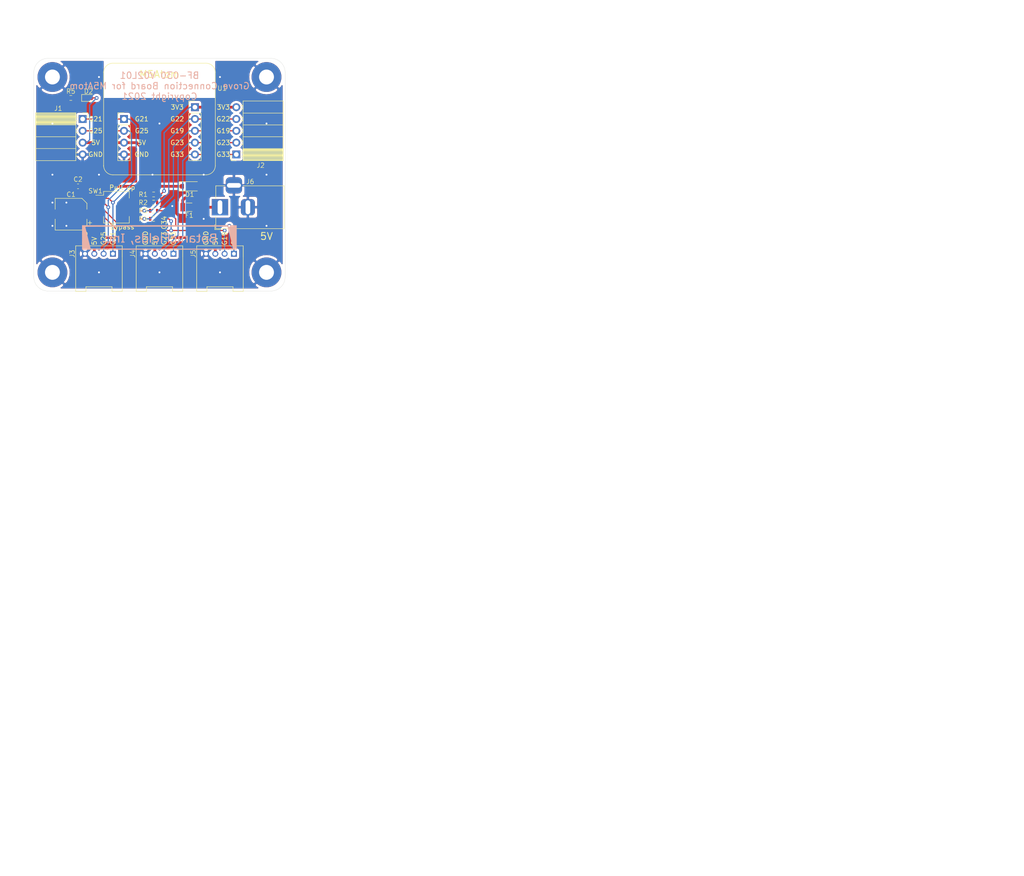
<source format=kicad_pcb>
(kicad_pcb (version 20171130) (host pcbnew "(5.1.10)-1")

  (general
    (thickness 1.6)
    (drawings 41)
    (tracks 144)
    (zones 0)
    (modules 25)
    (nets 17)
  )

  (page A4)
  (title_block
    (title "GROVE Connection Board for M5Atom")
    (date 2021-06-03)
    (rev V02L01)
    (company "Copyright 2021 BotanicFields, Inc.")
    (comment 1 "GROVE Connection Board for M5Atom")
  )

  (layers
    (0 F.Cu signal)
    (31 B.Cu signal)
    (32 B.Adhes user)
    (33 F.Adhes user)
    (34 B.Paste user)
    (35 F.Paste user)
    (36 B.SilkS user)
    (37 F.SilkS user)
    (38 B.Mask user)
    (39 F.Mask user)
    (40 Dwgs.User user)
    (41 Cmts.User user)
    (42 Eco1.User user)
    (43 Eco2.User user)
    (44 Edge.Cuts user)
    (45 Margin user)
    (46 B.CrtYd user)
    (47 F.CrtYd user)
    (48 B.Fab user)
    (49 F.Fab user)
  )

  (setup
    (last_trace_width 0.25)
    (trace_clearance 0.2)
    (zone_clearance 0.508)
    (zone_45_only no)
    (trace_min 0.2)
    (via_size 0.8)
    (via_drill 0.4)
    (via_min_size 0.4)
    (via_min_drill 0.3)
    (uvia_size 0.3)
    (uvia_drill 0.1)
    (uvias_allowed no)
    (uvia_min_size 0.2)
    (uvia_min_drill 0.1)
    (edge_width 0.05)
    (segment_width 0.2)
    (pcb_text_width 0.3)
    (pcb_text_size 1.5 1.5)
    (mod_edge_width 0.12)
    (mod_text_size 1 1)
    (mod_text_width 0.15)
    (pad_size 6.4 6.4)
    (pad_drill 3.2)
    (pad_to_mask_clearance 0)
    (aux_axis_origin 100 150)
    (grid_origin 127 127)
    (visible_elements 7FFFFFFF)
    (pcbplotparams
      (layerselection 0x010fc_ffffffff)
      (usegerberextensions true)
      (usegerberattributes false)
      (usegerberadvancedattributes false)
      (creategerberjobfile false)
      (excludeedgelayer true)
      (linewidth 0.100000)
      (plotframeref false)
      (viasonmask false)
      (mode 1)
      (useauxorigin false)
      (hpglpennumber 1)
      (hpglpenspeed 20)
      (hpglpendiameter 15.000000)
      (psnegative false)
      (psa4output false)
      (plotreference true)
      (plotvalue false)
      (plotinvisibletext false)
      (padsonsilk false)
      (subtractmaskfromsilk true)
      (outputformat 1)
      (mirror false)
      (drillshape 0)
      (scaleselection 1)
      (outputdirectory "gerber/"))
  )

  (net 0 "")
  (net 1 +5V)
  (net 2 GND)
  (net 3 "Net-(D1-Pad2)")
  (net 4 "Net-(D2-Pad1)")
  (net 5 "/G21(SCL)")
  (net 6 "/G25(SDA)")
  (net 7 /G33)
  (net 8 /G23_G34)
  (net 9 "/G19(TX)")
  (net 10 "/G22(RX)")
  (net 11 +3V3)
  (net 12 "Net-(J5-Pad1)")
  (net 13 "Net-(J5-Pad2)")
  (net 14 "Net-(R1-Pad2)")
  (net 15 "Net-(R2-Pad2)")
  (net 16 "Net-(F1-Pad2)")

  (net_class Default "This is the default net class."
    (clearance 0.2)
    (trace_width 0.25)
    (via_dia 0.8)
    (via_drill 0.4)
    (uvia_dia 0.3)
    (uvia_drill 0.1)
    (add_net +3V3)
    (add_net +5V)
    (add_net "/G19(TX)")
    (add_net "/G21(SCL)")
    (add_net "/G22(RX)")
    (add_net /G23_G34)
    (add_net "/G25(SDA)")
    (add_net /G33)
    (add_net GND)
    (add_net "Net-(D1-Pad2)")
    (add_net "Net-(D2-Pad1)")
    (add_net "Net-(F1-Pad2)")
    (add_net "Net-(J5-Pad1)")
    (add_net "Net-(J5-Pad2)")
    (add_net "Net-(R1-Pad2)")
    (add_net "Net-(R2-Pad2)")
  )

  (module Button_Switch_SMD:SW_DIP_SPSTx04_Slide_KingTek_DSHP04TS_W7.62mm_P1.27mm (layer F.Cu) (tedit 5A508D3E) (tstamp 60B8F0CB)
    (at 117.75 132)
    (descr "SMD 4x-dip-switch SPST KingTek_DSHP04TS, Slide, row spacing 7.62 mm (300 mils), body size  (see http://www.kingtek.net.cn/pic/201601201417455112.pdf)")
    (tags "SMD DIP Switch SPST Slide 7.62mm 300mil")
    (path /60B8A2A6)
    (attr smd)
    (fp_text reference SW1 (at -4.5 -3.5) (layer F.SilkS)
      (effects (font (size 1 1) (thickness 0.12)))
    )
    (fp_text value PU-BYP (at 0 4.4) (layer F.Fab)
      (effects (font (size 1 1) (thickness 0.15)))
    )
    (fp_line (start 4.7 -3.7) (end -4.7 -3.7) (layer F.CrtYd) (width 0.05))
    (fp_line (start 4.7 3.7) (end 4.7 -3.7) (layer F.CrtYd) (width 0.05))
    (fp_line (start -4.7 3.7) (end 4.7 3.7) (layer F.CrtYd) (width 0.05))
    (fp_line (start -4.7 -3.7) (end -4.7 3.7) (layer F.CrtYd) (width 0.05))
    (fp_line (start 2.76 1.966) (end 2.76 3.401) (layer F.SilkS) (width 0.12))
    (fp_line (start -2.76 1.966) (end -2.76 3.401) (layer F.SilkS) (width 0.12))
    (fp_line (start 2.76 -3.401) (end 2.76 -1.966) (layer F.SilkS) (width 0.12))
    (fp_line (start -2.76 -3.401) (end 2.76 -3.401) (layer F.SilkS) (width 0.12))
    (fp_line (start -2.76 -3.401) (end -2.76 -2.585) (layer F.SilkS) (width 0.12))
    (fp_line (start -4.446 -2.585) (end -2.76 -2.585) (layer F.SilkS) (width 0.12))
    (fp_line (start -2.76 3.401) (end 2.76 3.401) (layer F.SilkS) (width 0.12))
    (fp_line (start -0.333333 1.505) (end -0.333333 2.305) (layer F.Fab) (width 0.1))
    (fp_line (start -1 2.205) (end -0.333333 2.205) (layer F.Fab) (width 0.1))
    (fp_line (start -1 2.105) (end -0.333333 2.105) (layer F.Fab) (width 0.1))
    (fp_line (start -1 2.005) (end -0.333333 2.005) (layer F.Fab) (width 0.1))
    (fp_line (start -1 1.905) (end -0.333333 1.905) (layer F.Fab) (width 0.1))
    (fp_line (start -1 1.805) (end -0.333333 1.805) (layer F.Fab) (width 0.1))
    (fp_line (start -1 1.705) (end -0.333333 1.705) (layer F.Fab) (width 0.1))
    (fp_line (start -1 1.605) (end -0.333333 1.605) (layer F.Fab) (width 0.1))
    (fp_line (start 1 1.505) (end -1 1.505) (layer F.Fab) (width 0.1))
    (fp_line (start 1 2.305) (end 1 1.505) (layer F.Fab) (width 0.1))
    (fp_line (start -1 2.305) (end 1 2.305) (layer F.Fab) (width 0.1))
    (fp_line (start -1 1.505) (end -1 2.305) (layer F.Fab) (width 0.1))
    (fp_line (start -0.333333 0.235) (end -0.333333 1.035) (layer F.Fab) (width 0.1))
    (fp_line (start -1 0.935) (end -0.333333 0.935) (layer F.Fab) (width 0.1))
    (fp_line (start -1 0.835) (end -0.333333 0.835) (layer F.Fab) (width 0.1))
    (fp_line (start -1 0.735) (end -0.333333 0.735) (layer F.Fab) (width 0.1))
    (fp_line (start -1 0.635) (end -0.333333 0.635) (layer F.Fab) (width 0.1))
    (fp_line (start -1 0.535) (end -0.333333 0.535) (layer F.Fab) (width 0.1))
    (fp_line (start -1 0.435) (end -0.333333 0.435) (layer F.Fab) (width 0.1))
    (fp_line (start -1 0.335) (end -0.333333 0.335) (layer F.Fab) (width 0.1))
    (fp_line (start 1 0.235) (end -1 0.235) (layer F.Fab) (width 0.1))
    (fp_line (start 1 1.035) (end 1 0.235) (layer F.Fab) (width 0.1))
    (fp_line (start -1 1.035) (end 1 1.035) (layer F.Fab) (width 0.1))
    (fp_line (start -1 0.235) (end -1 1.035) (layer F.Fab) (width 0.1))
    (fp_line (start -0.333333 -1.035) (end -0.333333 -0.235) (layer F.Fab) (width 0.1))
    (fp_line (start -1 -0.335) (end -0.333333 -0.335) (layer F.Fab) (width 0.1))
    (fp_line (start -1 -0.435) (end -0.333333 -0.435) (layer F.Fab) (width 0.1))
    (fp_line (start -1 -0.535) (end -0.333333 -0.535) (layer F.Fab) (width 0.1))
    (fp_line (start -1 -0.635) (end -0.333333 -0.635) (layer F.Fab) (width 0.1))
    (fp_line (start -1 -0.735) (end -0.333333 -0.735) (layer F.Fab) (width 0.1))
    (fp_line (start -1 -0.835) (end -0.333333 -0.835) (layer F.Fab) (width 0.1))
    (fp_line (start -1 -0.935) (end -0.333333 -0.935) (layer F.Fab) (width 0.1))
    (fp_line (start 1 -1.035) (end -1 -1.035) (layer F.Fab) (width 0.1))
    (fp_line (start 1 -0.235) (end 1 -1.035) (layer F.Fab) (width 0.1))
    (fp_line (start -1 -0.235) (end 1 -0.235) (layer F.Fab) (width 0.1))
    (fp_line (start -1 -1.035) (end -1 -0.235) (layer F.Fab) (width 0.1))
    (fp_line (start -0.333333 -2.305) (end -0.333333 -1.505) (layer F.Fab) (width 0.1))
    (fp_line (start -1 -1.605) (end -0.333333 -1.605) (layer F.Fab) (width 0.1))
    (fp_line (start -1 -1.705) (end -0.333333 -1.705) (layer F.Fab) (width 0.1))
    (fp_line (start -1 -1.805) (end -0.333333 -1.805) (layer F.Fab) (width 0.1))
    (fp_line (start -1 -1.905) (end -0.333333 -1.905) (layer F.Fab) (width 0.1))
    (fp_line (start -1 -2.005) (end -0.333333 -2.005) (layer F.Fab) (width 0.1))
    (fp_line (start -1 -2.105) (end -0.333333 -2.105) (layer F.Fab) (width 0.1))
    (fp_line (start -1 -2.205) (end -0.333333 -2.205) (layer F.Fab) (width 0.1))
    (fp_line (start 1 -2.305) (end -1 -2.305) (layer F.Fab) (width 0.1))
    (fp_line (start 1 -1.505) (end 1 -2.305) (layer F.Fab) (width 0.1))
    (fp_line (start -1 -1.505) (end 1 -1.505) (layer F.Fab) (width 0.1))
    (fp_line (start -1 -2.305) (end -1 -1.505) (layer F.Fab) (width 0.1))
    (fp_line (start -2.7 -2.34) (end -1.7 -3.34) (layer F.Fab) (width 0.1))
    (fp_line (start -2.7 3.34) (end -2.7 -2.34) (layer F.Fab) (width 0.1))
    (fp_line (start 2.7 3.34) (end -2.7 3.34) (layer F.Fab) (width 0.1))
    (fp_line (start 2.7 -3.34) (end 2.7 3.34) (layer F.Fab) (width 0.1))
    (fp_line (start -1.7 -3.34) (end 2.7 -3.34) (layer F.Fab) (width 0.1))
    (fp_text user %R (at 1.85 0 90) (layer F.Fab)
      (effects (font (size 1 1) (thickness 0.12)))
    )
    (fp_text user on (at -0.055 -2.8225) (layer F.Fab)
      (effects (font (size 0.8 0.8) (thickness 0.12)))
    )
    (pad 1 smd rect (at -3.81 -1.905) (size 1.27 0.76) (layers F.Cu F.Paste F.Mask)
      (net 5 "/G21(SCL)"))
    (pad 5 smd rect (at 3.81 1.905) (size 1.27 0.76) (layers F.Cu F.Paste F.Mask)
      (net 9 "/G19(TX)"))
    (pad 2 smd rect (at -3.81 -0.635) (size 1.27 0.76) (layers F.Cu F.Paste F.Mask)
      (net 6 "/G25(SDA)"))
    (pad 6 smd rect (at 3.81 0.635) (size 1.27 0.76) (layers F.Cu F.Paste F.Mask)
      (net 10 "/G22(RX)"))
    (pad 3 smd rect (at -3.81 0.635) (size 1.27 0.76) (layers F.Cu F.Paste F.Mask)
      (net 12 "Net-(J5-Pad1)"))
    (pad 7 smd rect (at 3.81 -0.635) (size 1.27 0.76) (layers F.Cu F.Paste F.Mask)
      (net 15 "Net-(R2-Pad2)"))
    (pad 4 smd rect (at -3.81 1.905) (size 1.27 0.76) (layers F.Cu F.Paste F.Mask)
      (net 13 "Net-(J5-Pad2)"))
    (pad 8 smd rect (at 3.81 -1.905) (size 1.27 0.76) (layers F.Cu F.Paste F.Mask)
      (net 14 "Net-(R1-Pad2)"))
    (model ${KISYS3DMOD}/Button_Switch_SMD.3dshapes/SW_DIP_SPSTx04_Slide_KingTek_DSHP04TS_W7.62mm_P1.27mm.wrl
      (at (xyz 0 0 0))
      (scale (xyz 1 1 1))
      (rotate (xyz 0 0 0))
    )
  )

  (module bf:BF@CP_Elec_6.3x5.3 (layer F.Cu) (tedit 60ACE4DB) (tstamp 60ACD010)
    (at 108 133.5 180)
    (descr "SMD capacitor, aluminum electrolytic, Cornell Dubilier, 6.3x5.3mm")
    (tags "capacitor electrolytic")
    (path /60B28D2B)
    (attr smd)
    (fp_text reference C1 (at 0 4.25) (layer F.SilkS)
      (effects (font (size 1 1) (thickness 0.12)))
    )
    (fp_text value 100u (at 0 4.35) (layer F.Fab)
      (effects (font (size 1 1) (thickness 0.15)))
    )
    (fp_circle (center 0 0) (end 3.15 0) (layer F.Fab) (width 0.1))
    (fp_line (start 3.3 -3.3) (end 3.3 3.3) (layer F.Fab) (width 0.1))
    (fp_line (start -2.3 -3.3) (end 3.3 -3.3) (layer F.Fab) (width 0.1))
    (fp_line (start -2.3 3.3) (end 3.3 3.3) (layer F.Fab) (width 0.1))
    (fp_line (start -3.3 -2.3) (end -3.3 2.3) (layer F.Fab) (width 0.1))
    (fp_line (start -3.3 -2.3) (end -2.3 -3.3) (layer F.Fab) (width 0.1))
    (fp_line (start -3.3 2.3) (end -2.3 3.3) (layer F.Fab) (width 0.1))
    (fp_line (start -2.704838 -1.33) (end -2.074838 -1.33) (layer F.Fab) (width 0.1))
    (fp_line (start -2.389838 -1.645) (end -2.389838 -1.015) (layer F.Fab) (width 0.1))
    (fp_line (start 3.41 3.41) (end 3.41 1.06) (layer F.SilkS) (width 0.12))
    (fp_line (start 3.41 -3.41) (end 3.41 -1.06) (layer F.SilkS) (width 0.12))
    (fp_line (start -2.345563 -3.41) (end 3.41 -3.41) (layer F.SilkS) (width 0.12))
    (fp_line (start -2.345563 3.41) (end 3.41 3.41) (layer F.SilkS) (width 0.12))
    (fp_line (start -3.41 2.345563) (end -3.41 1.06) (layer F.SilkS) (width 0.12))
    (fp_line (start -3.41 -2.345563) (end -3.41 -1.06) (layer F.SilkS) (width 0.12))
    (fp_line (start -3.41 -2.345563) (end -2.345563 -3.41) (layer F.SilkS) (width 0.12))
    (fp_line (start -3.41 2.345563) (end -2.345563 3.41) (layer F.SilkS) (width 0.12))
    (fp_line (start -4.4375 -1.8475) (end -3.65 -1.8475) (layer F.SilkS) (width 0.12))
    (fp_line (start -4.04375 -2.24125) (end -4.04375 -1.45375) (layer F.SilkS) (width 0.12))
    (fp_line (start 3.55 -3.55) (end 3.55 -0.7) (layer F.CrtYd) (width 0.05))
    (fp_line (start 3.55 -0.7) (end 4.1 -0.7) (layer F.CrtYd) (width 0.05))
    (fp_line (start 4.1 -0.7) (end 4.1 0.7) (layer F.CrtYd) (width 0.05))
    (fp_line (start 4.1 0.7) (end 3.55 0.7) (layer F.CrtYd) (width 0.05))
    (fp_line (start 3.55 0.7) (end 3.55 3.55) (layer F.CrtYd) (width 0.05))
    (fp_line (start -2.4 3.55) (end 3.55 3.55) (layer F.CrtYd) (width 0.05))
    (fp_line (start -2.4 -3.55) (end 3.55 -3.55) (layer F.CrtYd) (width 0.05))
    (fp_line (start -3.55 2.4) (end -2.4 3.55) (layer F.CrtYd) (width 0.05))
    (fp_line (start -3.55 -2.4) (end -2.4 -3.55) (layer F.CrtYd) (width 0.05))
    (fp_line (start -3.55 -2.4) (end -3.55 -0.7) (layer F.CrtYd) (width 0.05))
    (fp_line (start -3.55 0.7) (end -3.55 2.4) (layer F.CrtYd) (width 0.05))
    (fp_line (start -3.55 -0.7) (end -4.1 -0.7) (layer F.CrtYd) (width 0.05))
    (fp_line (start -4.1 -0.7) (end -4.1 0.7) (layer F.CrtYd) (width 0.05))
    (fp_line (start -4.1 0.7) (end -3.55 0.7) (layer F.CrtYd) (width 0.05))
    (fp_text user %R (at 0 0) (layer F.Fab)
      (effects (font (size 1 1) (thickness 0.12)))
    )
    (pad 2 smd rect (at 2.3 0 180) (size 3.4 1.2) (layers F.Cu F.Paste F.Mask)
      (net 2 GND))
    (pad 1 smd rect (at -2.3 0 180) (size 3.4 1.2) (layers F.Cu F.Paste F.Mask)
      (net 1 +5V))
    (model ${KISYS3DMOD}/Capacitor_SMD.3dshapes/CP_Elec_6.3x5.3.wrl
      (at (xyz 0 0 0))
      (scale (xyz 1 1 1))
      (rotate (xyz 0 0 0))
    )
  )

  (module bf:BF@BarrelJack_Horizontal (layer F.Cu) (tedit 5FDC0E17) (tstamp 60ACD15C)
    (at 140 132 180)
    (descr "DC Barrel Jack")
    (tags "Power Jack")
    (path /60B2100A)
    (fp_text reference J6 (at -6.5 5.5) (layer F.SilkS)
      (effects (font (size 1 1) (thickness 0.12)))
    )
    (fp_text value Barrel_Jack_Switch (at -6.2 -5.5) (layer F.Fab)
      (effects (font (size 1 1) (thickness 0.15)))
    )
    (fp_line (start -0.003213 -4.505425) (end 0.8 -3.75) (layer F.Fab) (width 0.1))
    (fp_line (start 1.1 -3.75) (end 1.1 -4.8) (layer F.SilkS) (width 0.12))
    (fp_line (start 0.05 -4.8) (end 1.1 -4.8) (layer F.SilkS) (width 0.12))
    (fp_line (start 1 -4.5) (end 1 -4.75) (layer F.CrtYd) (width 0.05))
    (fp_line (start 1 -4.75) (end -14 -4.75) (layer F.CrtYd) (width 0.05))
    (fp_line (start 1 -4.5) (end 1 -2) (layer F.CrtYd) (width 0.05))
    (fp_line (start 1 -2) (end 2 -2) (layer F.CrtYd) (width 0.05))
    (fp_line (start 2 -2) (end 2 2) (layer F.CrtYd) (width 0.05))
    (fp_line (start 2 2) (end 1 2) (layer F.CrtYd) (width 0.05))
    (fp_line (start 1 2) (end 1 4.75) (layer F.CrtYd) (width 0.05))
    (fp_line (start 1 4.75) (end -1 4.75) (layer F.CrtYd) (width 0.05))
    (fp_line (start -1 4.75) (end -1 6.75) (layer F.CrtYd) (width 0.05))
    (fp_line (start -1 6.75) (end -5 6.75) (layer F.CrtYd) (width 0.05))
    (fp_line (start -5 6.75) (end -5 4.75) (layer F.CrtYd) (width 0.05))
    (fp_line (start -5 4.75) (end -14 4.75) (layer F.CrtYd) (width 0.05))
    (fp_line (start -14 4.75) (end -14 -4.75) (layer F.CrtYd) (width 0.05))
    (fp_line (start -5 4.6) (end -13.8 4.6) (layer F.SilkS) (width 0.12))
    (fp_line (start -13.8 4.6) (end -13.8 -4.6) (layer F.SilkS) (width 0.12))
    (fp_line (start 0.9 1.9) (end 0.9 4.6) (layer F.SilkS) (width 0.12))
    (fp_line (start 0.9 4.6) (end -1 4.6) (layer F.SilkS) (width 0.12))
    (fp_line (start -13.8 -4.6) (end 0.9 -4.6) (layer F.SilkS) (width 0.12))
    (fp_line (start 0.9 -4.6) (end 0.9 -2) (layer F.SilkS) (width 0.12))
    (fp_line (start -10.2 -4.5) (end -10.2 4.5) (layer F.Fab) (width 0.1))
    (fp_line (start -13.7 -4.5) (end -13.7 4.5) (layer F.Fab) (width 0.1))
    (fp_line (start -13.7 4.5) (end 0.8 4.5) (layer F.Fab) (width 0.1))
    (fp_line (start 0.8 4.5) (end 0.8 -3.75) (layer F.Fab) (width 0.1))
    (fp_line (start 0 -4.5) (end -13.7 -4.5) (layer F.Fab) (width 0.1))
    (fp_text user %R (at -3 -2.95) (layer F.Fab)
      (effects (font (size 1 1) (thickness 0.12)))
    )
    (pad 3 thru_hole roundrect (at -3 4.7 180) (size 3.5 3.5) (drill oval 3 1) (layers *.Cu *.Mask) (roundrect_rratio 0.25)
      (net 2 GND))
    (pad 2 thru_hole roundrect (at -6 0 180) (size 3 3.5) (drill oval 1 3) (layers *.Cu *.Mask) (roundrect_rratio 0.25)
      (net 2 GND))
    (pad 1 thru_hole rect (at 0 0 180) (size 3.5 3.5) (drill oval 1 3) (layers *.Cu *.Mask)
      (net 16 "Net-(F1-Pad2)"))
    (model C:/Users/Yoshiyuki/OneDrive/@bf_kicad/@3d/CUI_DEVICES_PJ-002A.step
      (offset (xyz -13.7 0 6.5))
      (scale (xyz 1 1 1))
      (rotate (xyz -90 0 180))
    )
  )

  (module bf:BF@M5Atom (layer F.Cu) (tedit 5FDC0BCC) (tstamp 60ACD761)
    (at 127 113.03)
    (path /60AC41BC)
    (fp_text reference U1 (at 13.462 -6.604) (layer F.SilkS)
      (effects (font (size 1 1) (thickness 0.12)))
    )
    (fp_text value M5Atom (at 0 10.16) (layer F.Fab)
      (effects (font (size 1 1) (thickness 0.15)))
    )
    (fp_line (start -6.35 8.89) (end -8.89 8.89) (layer F.Fab) (width 0.1))
    (fp_line (start -8.95 8.95) (end -6.29 8.95) (layer F.SilkS) (width 0.12))
    (fp_line (start -8.89 -0.635) (end -8.255 -1.27) (layer F.Fab) (width 0.1))
    (fp_line (start -8.95 -1.33) (end -7.62 -1.33) (layer F.SilkS) (width 0.12))
    (fp_line (start -8.95 1.27) (end -6.29 1.27) (layer F.SilkS) (width 0.12))
    (fp_line (start -8.95 0) (end -8.95 -1.33) (layer F.SilkS) (width 0.12))
    (fp_line (start -8.89 8.89) (end -8.89 -0.635) (layer F.Fab) (width 0.1))
    (fp_line (start -6.35 -1.27) (end -6.35 8.89) (layer F.Fab) (width 0.1))
    (fp_line (start -8.255 -1.27) (end -6.35 -1.27) (layer F.Fab) (width 0.1))
    (fp_line (start -8.95 1.27) (end -8.95 8.95) (layer F.SilkS) (width 0.12))
    (fp_line (start -5.82 9.4) (end -5.82 -1.8) (layer F.CrtYd) (width 0.05))
    (fp_line (start -9.42 9.4) (end -5.82 9.4) (layer F.CrtYd) (width 0.05))
    (fp_line (start -6.29 1.27) (end -6.29 8.95) (layer F.SilkS) (width 0.12))
    (fp_line (start -9.42 -1.8) (end -9.42 9.4) (layer F.CrtYd) (width 0.05))
    (fp_line (start -5.82 -1.8) (end -9.42 -1.8) (layer F.CrtYd) (width 0.05))
    (fp_line (start 5.82 -4.34) (end 5.82 9.41) (layer F.CrtYd) (width 0.05))
    (fp_line (start 6.35 -3.175) (end 6.985 -3.81) (layer F.Fab) (width 0.1))
    (fp_line (start 6.29 -1.27) (end 6.29 8.95) (layer F.SilkS) (width 0.12))
    (fp_line (start 8.95 -1.27) (end 8.95 8.95) (layer F.SilkS) (width 0.12))
    (fp_line (start 5.82 9.41) (end 9.42 9.41) (layer F.CrtYd) (width 0.05))
    (fp_line (start 6.29 -3.87) (end 7.62 -3.87) (layer F.SilkS) (width 0.12))
    (fp_line (start 6.29 -2.54) (end 6.29 -3.87) (layer F.SilkS) (width 0.12))
    (fp_line (start 6.35 8.89) (end 6.35 -3.175) (layer F.Fab) (width 0.1))
    (fp_line (start 9.42 -4.34) (end 5.82 -4.34) (layer F.CrtYd) (width 0.05))
    (fp_line (start 8.89 -3.81) (end 8.89 8.89) (layer F.Fab) (width 0.1))
    (fp_line (start 6.29 8.95) (end 8.95 8.95) (layer F.SilkS) (width 0.12))
    (fp_line (start 9.42 9.41) (end 9.42 -4.34) (layer F.CrtYd) (width 0.05))
    (fp_line (start 8.89 8.89) (end 6.35 8.89) (layer F.Fab) (width 0.1))
    (fp_line (start 6.985 -3.81) (end 8.89 -3.81) (layer F.Fab) (width 0.1))
    (fp_line (start 6.29 -1.27) (end 8.95 -1.27) (layer F.SilkS) (width 0.12))
    (fp_line (start -10 -12) (end 10 -12) (layer F.SilkS) (width 0.12))
    (fp_line (start 12 -10.16) (end 12 10.16) (layer F.SilkS) (width 0.12))
    (fp_line (start 10 12) (end -10 12) (layer F.SilkS) (width 0.12))
    (fp_line (start -12 10.16) (end -12 -10.16) (layer F.SilkS) (width 0.12))
    (fp_text user M5Atom (at 0 -9.62) (layer F.SilkS)
      (effects (font (size 1.5 1.5) (thickness 0.2)))
    )
    (fp_text user G21 (at -3.81 0) (layer F.SilkS)
      (effects (font (size 1 1) (thickness 0.15)))
    )
    (fp_text user G22 (at 3.81 0) (layer F.SilkS)
      (effects (font (size 1 1) (thickness 0.15)))
    )
    (fp_text user G19 (at 3.81 2.54) (layer F.SilkS)
      (effects (font (size 1 1) (thickness 0.15)))
    )
    (fp_text user G23 (at 3.81 5.08) (layer F.SilkS)
      (effects (font (size 1 1) (thickness 0.15)))
    )
    (fp_text user G33 (at 3.81 7.62) (layer F.SilkS)
      (effects (font (size 1 1) (thickness 0.15)))
    )
    (fp_text user GND (at -3.81 7.62) (layer F.SilkS)
      (effects (font (size 1 1) (thickness 0.15)))
    )
    (fp_text user 5V (at -3.81 5.08) (layer F.SilkS)
      (effects (font (size 1 1) (thickness 0.15)))
    )
    (fp_text user G25 (at -3.81 2.54) (layer F.SilkS)
      (effects (font (size 1 1) (thickness 0.15)))
    )
    (fp_text user 3V3 (at 3.81 -2.54) (layer F.SilkS)
      (effects (font (size 1 1) (thickness 0.15)))
    )
    (fp_arc (start 10 10) (end 10 12) (angle -90) (layer F.SilkS) (width 0.12))
    (fp_arc (start -10 10) (end -12 10) (angle -90) (layer F.SilkS) (width 0.12))
    (fp_arc (start -10 -10) (end -10 -12) (angle -90) (layer F.SilkS) (width 0.12))
    (fp_arc (start 10 -10) (end 12 -10) (angle -90) (layer F.SilkS) (width 0.12))
    (pad 6 thru_hole oval (at 7.62 5.08) (size 1.7 1.7) (drill 1) (layers *.Cu *.Mask)
      (net 8 /G23_G34))
    (pad 9 thru_hole rect (at 7.62 -2.54) (size 1.7 1.7) (drill 1) (layers *.Cu *.Mask)
      (net 11 +3V3))
    (pad 8 thru_hole oval (at 7.62 0) (size 1.7 1.7) (drill 1) (layers *.Cu *.Mask)
      (net 10 "/G22(RX)"))
    (pad 7 thru_hole oval (at 7.62 2.54) (size 1.7 1.7) (drill 1) (layers *.Cu *.Mask)
      (net 9 "/G19(TX)"))
    (pad 5 thru_hole oval (at 7.62 7.62) (size 1.7 1.7) (drill 1) (layers *.Cu *.Mask)
      (net 7 /G33))
    (pad 1 thru_hole rect (at -7.62 0) (size 1.7 1.7) (drill 1) (layers *.Cu *.Mask)
      (net 5 "/G21(SCL)"))
    (pad 2 thru_hole oval (at -7.62 2.54) (size 1.7 1.7) (drill 1) (layers *.Cu *.Mask)
      (net 6 "/G25(SDA)"))
    (pad 4 thru_hole oval (at -7.62 7.62) (size 1.7 1.7) (drill 1) (layers *.Cu *.Mask)
      (net 2 GND))
    (pad 3 thru_hole oval (at -7.62 5.08) (size 1.7 1.7) (drill 1) (layers *.Cu *.Mask)
      (net 1 +5V))
    (model ${KISYS3DMOD}/Connector_PinHeader_2.54mm.3dshapes/PinHeader_1x04_P2.54mm_Vertical.step
      (offset (xyz -7.5 0 0))
      (scale (xyz 1 1 1))
      (rotate (xyz 0 0 0))
    )
    (model ${KISYS3DMOD}/Connector_PinHeader_2.54mm.3dshapes/PinHeader_1x05_P2.54mm_Vertical.step
      (offset (xyz 7.5 2.5 0))
      (scale (xyz 1 1 1))
      (rotate (xyz 0 0 0))
    )
    (model "C:/Users/Yoshiyuki/OneDrive/@bf_kicad/@3d/M5 ATOM Matrix.step"
      (offset (xyz 0 0 2.5))
      (scale (xyz 1 1 1))
      (rotate (xyz -90 0 0))
    )
  )

  (module bf:BF@C_0603_1608Metric (layer F.Cu) (tedit 60A5B8F5) (tstamp 60ACD021)
    (at 109.5 127.5 180)
    (descr "Capacitor SMD 0603 (1608 Metric) Murata, TDK, Taiyo-Yuden ")
    (tags capacitor)
    (path /60B2932D)
    (attr smd)
    (fp_text reference C2 (at 0 1.5) (layer F.SilkS)
      (effects (font (size 1 1) (thickness 0.12)))
    )
    (fp_text value 100n (at 0 1.43) (layer F.Fab)
      (effects (font (size 1 1) (thickness 0.15)))
    )
    (fp_line (start 1.48 0.73) (end -1.48 0.73) (layer F.CrtYd) (width 0.05))
    (fp_line (start 1.48 -0.73) (end 1.48 0.73) (layer F.CrtYd) (width 0.05))
    (fp_line (start -1.48 -0.73) (end 1.48 -0.73) (layer F.CrtYd) (width 0.05))
    (fp_line (start -1.48 0.73) (end -1.48 -0.73) (layer F.CrtYd) (width 0.05))
    (fp_line (start -0.14058 0.51) (end 0.14058 0.51) (layer F.SilkS) (width 0.12))
    (fp_line (start -0.14058 -0.51) (end 0.14058 -0.51) (layer F.SilkS) (width 0.12))
    (fp_line (start 0.8 0.4) (end -0.8 0.4) (layer F.Fab) (width 0.1))
    (fp_line (start 0.8 -0.4) (end 0.8 0.4) (layer F.Fab) (width 0.1))
    (fp_line (start -0.8 -0.4) (end 0.8 -0.4) (layer F.Fab) (width 0.1))
    (fp_line (start -0.8 0.4) (end -0.8 -0.4) (layer F.Fab) (width 0.1))
    (fp_text user %R (at 0 0) (layer F.Fab)
      (effects (font (size 1 1) (thickness 0.12)))
    )
    (pad 2 smd rect (at 0.8 0 180) (size 0.8 0.8) (layers F.Cu F.Paste F.Mask)
      (net 2 GND))
    (pad 1 smd rect (at -0.8 0 180) (size 0.8 0.8) (layers F.Cu F.Paste F.Mask)
      (net 1 +5V))
    (model ${KISYS3DMOD}/Capacitor_SMD.3dshapes/C_0603_1608Metric.wrl
      (at (xyz 0 0 0))
      (scale (xyz 1 1 1))
      (rotate (xyz 0 0 0))
    )
  )

  (module OPL_Connector:HW4-2.0-90D (layer F.Cu) (tedit 5BD4AAAC) (tstamp 60ACD0FB)
    (at 114.00026 145.20012 180)
    (path /60AC523D)
    (attr virtual)
    (fp_text reference J3 (at 5.75026 3.20012 90) (layer F.SilkS)
      (effects (font (size 1 1) (thickness 0.12)))
    )
    (fp_text value I2C (at -0.025 6.45) (layer F.Fab)
      (effects (font (size 1 1) (thickness 0.15)))
    )
    (fp_line (start -4.99872 2.5019) (end -4.99872 4.49834) (layer F.SilkS) (width 0.127))
    (fp_line (start -5 -4.9) (end -5 4.9) (layer F.SilkS) (width 0.127))
    (fp_line (start -5 4.9) (end 5 4.9) (layer F.Fab) (width 0.1))
    (fp_line (start 5 -4.9) (end 5 4.9) (layer F.SilkS) (width 0.127))
    (fp_line (start 5 4.9) (end -5 4.9) (layer F.SilkS) (width 0.127))
    (fp_line (start -5 4.9) (end -5 -4.9) (layer F.Fab) (width 0.1))
    (fp_line (start -5 1.6) (end 5 1.6) (layer F.Fab) (width 0.1))
    (fp_line (start -5 -4.9) (end -2.79908 -4.9) (layer F.Fab) (width 0.1))
    (fp_line (start -2.79908 -4.9) (end -2.79908 -3.8989) (layer F.Fab) (width 0.1))
    (fp_line (start -2.79908 -3.8989) (end 2.79908 -3.8989) (layer F.Fab) (width 0.1))
    (fp_line (start 2.79908 -3.8989) (end 2.79908 -4.9) (layer F.Fab) (width 0.1))
    (fp_line (start 2.79908 -4.9) (end 5 -4.9) (layer F.Fab) (width 0.1))
    (fp_line (start 5 4.9) (end 5 -4.9) (layer F.Fab) (width 0.1))
    (fp_line (start 2.79908 -4.9) (end 5 -4.9) (layer F.SilkS) (width 0.127))
    (fp_line (start 2.79908 -3.8989) (end 2.79908 -4.9) (layer F.SilkS) (width 0.127))
    (fp_line (start -2.79908 -3.9) (end 2.79908 -3.9) (layer F.SilkS) (width 0.127))
    (fp_line (start -2.8 -4.9) (end -2.8 -3.8989) (layer F.SilkS) (width 0.127))
    (fp_line (start -5.00092 -4.9) (end -2.8 -4.9) (layer F.SilkS) (width 0.127))
    (fp_line (start 5.25 5.15) (end 5.25 -5.15) (layer F.CrtYd) (width 0.05))
    (fp_line (start 5.25 -5.15) (end -5.25 -5.15) (layer F.CrtYd) (width 0.05))
    (fp_line (start -5.25 -5.15) (end -5.25 5.15) (layer F.CrtYd) (width 0.05))
    (fp_line (start -5.25 5.15) (end 5.25 5.15) (layer F.CrtYd) (width 0.05))
    (fp_text user REF** (at 0 0) (layer F.Fab)
      (effects (font (size 1 1) (thickness 0.15)))
    )
    (pad 4 thru_hole circle (at 2.99974 3.2 180) (size 1.27 1.27) (drill 0.79756) (layers *.Cu *.Mask)
      (net 2 GND))
    (pad 3 thru_hole circle (at 0.99822 3.2 180) (size 1.27 1.27) (drill 0.79756) (layers *.Cu *.Mask)
      (net 1 +5V))
    (pad 2 thru_hole circle (at -0.99822 3.2 180) (size 1.27 1.27) (drill 0.79756) (layers *.Cu *.Mask)
      (net 6 "/G25(SDA)"))
    (pad 1 thru_hole rect (at -2.99974 3.20012 180) (size 1.27 1.27) (drill 0.79756) (layers *.Cu *.Mask)
      (net 5 "/G21(SCL)"))
  )

  (module bf:BF@logo5 (layer B.Cu) (tedit 59AC0A3A) (tstamp 60AD6F9D)
    (at 127 138.5 180)
    (fp_text reference G*** (at 0.3 4.1) (layer B.SilkS) hide
      (effects (font (size 1 1) (thickness 0.12)) (justify mirror))
    )
    (fp_text value LOGO (at 0.6 -4.1) (layer B.SilkS) hide
      (effects (font (size 1.524 1.524) (thickness 0.3)) (justify mirror))
    )
    (fp_poly (pts (xy -0.354363 0.857278) (xy -0.321357 0.807615) (xy -0.3175 0.740833) (xy -0.330402 0.648005)
      (xy -0.385259 0.608806) (xy -0.434157 0.600415) (xy -0.537727 0.611721) (xy -0.575321 0.650859)
      (xy -0.592131 0.770216) (xy -0.540305 0.845524) (xy -0.44392 0.867833) (xy -0.354363 0.857278)) (layer B.SilkS) (width 0.01))
    (fp_poly (pts (xy -4.079696 0.857278) (xy -4.04669 0.807615) (xy -4.042833 0.740833) (xy -4.055736 0.648005)
      (xy -4.110593 0.608806) (xy -4.159491 0.600415) (xy -4.26306 0.611721) (xy -4.300654 0.650859)
      (xy -4.317464 0.770216) (xy -4.265638 0.845524) (xy -4.169253 0.867833) (xy -4.079696 0.857278)) (layer B.SilkS) (width 0.01))
    (fp_poly (pts (xy 12.134874 -0.723734) (xy 12.177984 -0.751295) (xy 12.191086 -0.825394) (xy 12.192 -0.910167)
      (xy 12.188837 -1.027218) (xy 12.1674 -1.082646) (xy 12.109768 -1.099492) (xy 12.043834 -1.100667)
      (xy 11.952793 -1.0966) (xy 11.909683 -1.069039) (xy 11.896581 -0.99494) (xy 11.895667 -0.910167)
      (xy 11.89883 -0.793115) (xy 11.920267 -0.737688) (xy 11.977899 -0.720842) (xy 12.043834 -0.719667)
      (xy 12.134874 -0.723734)) (layer B.SilkS) (width 0.01))
    (fp_poly (pts (xy 9.630113 0.352732) (xy 9.72102 0.288889) (xy 9.793213 0.196274) (xy 9.844924 0.075978)
      (xy 9.878922 -0.085747) (xy 9.897977 -0.302652) (xy 9.904858 -0.588483) (xy 9.90499 -0.624417)
      (xy 9.906 -1.100667) (xy 9.658729 -1.100667) (xy 9.644781 -0.554641) (xy 9.637202 -0.322277)
      (xy 9.626806 -0.158877) (xy 9.611254 -0.048742) (xy 9.588207 0.023827) (xy 9.555328 0.074532)
      (xy 9.550189 0.080359) (xy 9.440273 0.153207) (xy 9.297104 0.15948) (xy 9.111942 0.099188)
      (xy 9.072699 0.08089) (xy 8.89 -0.007553) (xy 8.89 -1.100667) (xy 8.634001 -1.100667)
      (xy 8.657167 0.359833) (xy 8.773584 0.373228) (xy 8.859255 0.370589) (xy 8.888642 0.324698)
      (xy 8.89 0.299145) (xy 8.893507 0.237741) (xy 8.916166 0.21858) (xy 8.976186 0.242065)
      (xy 9.082952 0.303389) (xy 9.271675 0.379591) (xy 9.46183 0.395862) (xy 9.630113 0.352732)) (layer B.SilkS) (width 0.01))
    (fp_poly (pts (xy 8.054359 0.845824) (xy 8.166343 0.840279) (xy 8.226247 0.825505) (xy 8.250362 0.796977)
      (xy 8.254982 0.75017) (xy 8.255 0.740833) (xy 8.241331 0.665197) (xy 8.183227 0.637527)
      (xy 8.128 0.635) (xy 8.001 0.635) (xy 8.001 -0.889) (xy 8.128 -0.889)
      (xy 8.218764 -0.900391) (xy 8.251967 -0.948811) (xy 8.255 -0.994834) (xy 8.251966 -1.044933)
      (xy 8.232003 -1.07604) (xy 8.178818 -1.09268) (xy 8.076119 -1.099379) (xy 7.907612 -1.100662)
      (xy 7.874 -1.100667) (xy 7.693642 -1.099824) (xy 7.581657 -1.094279) (xy 7.521753 -1.079505)
      (xy 7.497638 -1.050978) (xy 7.493019 -1.00417) (xy 7.493 -0.994834) (xy 7.506669 -0.919197)
      (xy 7.564773 -0.891528) (xy 7.62 -0.889) (xy 7.747 -0.889) (xy 7.747 0.635)
      (xy 7.62 0.635) (xy 7.529237 0.64639) (xy 7.496033 0.69481) (xy 7.493 0.740833)
      (xy 7.496034 0.790933) (xy 7.515997 0.82204) (xy 7.569182 0.83868) (xy 7.671881 0.845378)
      (xy 7.840388 0.846661) (xy 7.874 0.846666) (xy 8.054359 0.845824)) (layer B.SilkS) (width 0.01))
    (fp_poly (pts (xy 2.074334 -1.100667) (xy 1.820334 -1.100667) (xy 1.820334 0.931333) (xy 2.074334 0.931333)
      (xy 2.074334 -1.100667)) (layer B.SilkS) (width 0.01))
    (fp_poly (pts (xy -0.433916 0.373228) (xy -0.3175 0.359833) (xy -0.294334 -1.100667) (xy -0.550333 -1.100667)
      (xy -0.550333 0.386624) (xy -0.433916 0.373228)) (layer B.SilkS) (width 0.01))
    (fp_poly (pts (xy -0.846666 0.635) (xy -1.862666 0.635) (xy -1.862666 0.084666) (xy -1.016 0.084666)
      (xy -1.016 -0.169334) (xy -1.862666 -0.169334) (xy -1.862666 -1.100667) (xy -2.116666 -1.100667)
      (xy -2.116666 0.846666) (xy -0.846666 0.846666) (xy -0.846666 0.635)) (layer B.SilkS) (width 0.01))
    (fp_poly (pts (xy -4.15925 0.373228) (xy -4.042833 0.359833) (xy -4.019667 -1.100667) (xy -4.275666 -1.100667)
      (xy -4.275666 0.386624) (xy -4.15925 0.373228)) (layer B.SilkS) (width 0.01))
    (fp_poly (pts (xy -5.059553 0.352732) (xy -4.968646 0.288889) (xy -4.896453 0.196274) (xy -4.844743 0.075978)
      (xy -4.810745 -0.085747) (xy -4.79169 -0.302652) (xy -4.784808 -0.588483) (xy -4.784676 -0.624417)
      (xy -4.783666 -1.100667) (xy -5.030938 -1.100667) (xy -5.044886 -0.554641) (xy -5.052465 -0.322277)
      (xy -5.062861 -0.158877) (xy -5.078413 -0.048742) (xy -5.101459 0.023827) (xy -5.134339 0.074532)
      (xy -5.139478 0.080359) (xy -5.249394 0.153207) (xy -5.392563 0.15948) (xy -5.577725 0.099188)
      (xy -5.616968 0.08089) (xy -5.799666 -0.007553) (xy -5.799666 -1.100667) (xy -6.055666 -1.100667)
      (xy -6.0325 0.359833) (xy -5.916083 0.373228) (xy -5.830412 0.370589) (xy -5.801025 0.324698)
      (xy -5.799666 0.299145) (xy -5.79616 0.237741) (xy -5.7735 0.21858) (xy -5.713481 0.242065)
      (xy -5.606715 0.303389) (xy -5.417991 0.379591) (xy -5.227836 0.395862) (xy -5.059553 0.352732)) (layer B.SilkS) (width 0.01))
    (fp_poly (pts (xy -11.441387 0.838975) (xy -11.232555 0.813608) (xy -11.084122 0.767126) (xy -10.984555 0.69609)
      (xy -10.927865 0.609801) (xy -10.87984 0.421148) (xy -10.912905 0.249945) (xy -10.999153 0.128001)
      (xy -11.118639 0.008515) (xy -10.979899 -0.057645) (xy -10.839706 -0.167423) (xy -10.750287 -0.324845)
      (xy -10.715458 -0.507104) (xy -10.739034 -0.691395) (xy -10.824829 -0.85491) (xy -10.843013 -0.875925)
      (xy -10.943444 -0.967388) (xy -11.059105 -1.03123) (xy -11.206677 -1.071807) (xy -11.402842 -1.093473)
      (xy -11.66428 -1.100584) (xy -11.703807 -1.100667) (xy -12.192 -1.100667) (xy -12.192 -0.169334)
      (xy -11.938 -0.169334) (xy -11.938 -0.889) (xy -11.640307 -0.889) (xy -11.463603 -0.880005)
      (xy -11.29987 -0.856502) (xy -11.195538 -0.827548) (xy -11.057335 -0.730622) (xy -10.989208 -0.588556)
      (xy -10.992214 -0.421512) (xy -11.039565 -0.310245) (xy -11.136159 -0.234039) (xy -11.291915 -0.18876)
      (xy -11.51675 -0.170273) (xy -11.597231 -0.169334) (xy -11.938 -0.169334) (xy -12.192 -0.169334)
      (xy -12.192 0.084666) (xy -11.938 0.084666) (xy -11.628591 0.084666) (xy -11.441259 0.09284)
      (xy -11.302893 0.115431) (xy -11.243635 0.139908) (xy -11.19042 0.221726) (xy -11.164681 0.344763)
      (xy -11.169728 0.469845) (xy -11.208385 0.557318) (xy -11.271732 0.582769) (xy -11.395698 0.606225)
      (xy -11.556268 0.623441) (xy -11.597777 0.626183) (xy -11.938 0.645878) (xy -11.938 0.084666)
      (xy -12.192 0.084666) (xy -12.192 0.846666) (xy -11.722148 0.846667) (xy -11.441387 0.838975)) (layer B.SilkS) (width 0.01))
    (fp_poly (pts (xy 11.295065 0.347592) (xy 11.319423 0.340232) (xy 11.421283 0.296963) (xy 11.464154 0.239031)
      (xy 11.472334 0.149447) (xy 11.472334 0.009127) (xy 11.315216 0.08923) (xy 11.10161 0.161261)
      (xy 10.909497 0.157218) (xy 10.74893 0.084919) (xy 10.62996 -0.047819) (xy 10.562641 -0.233181)
      (xy 10.557026 -0.463348) (xy 10.561462 -0.49689) (xy 10.624429 -0.703142) (xy 10.737626 -0.843371)
      (xy 10.894681 -0.914517) (xy 11.089219 -0.91352) (xy 11.292417 -0.847807) (xy 11.472334 -0.76614)
      (xy 11.472334 -0.89323) (xy 11.457381 -0.986681) (xy 11.397033 -1.04717) (xy 11.325527 -1.08166)
      (xy 11.12796 -1.131144) (xy 10.909503 -1.135103) (xy 10.713109 -1.093404) (xy 10.689167 -1.083627)
      (xy 10.512653 -0.962362) (xy 10.384153 -0.786038) (xy 10.308745 -0.572571) (xy 10.291506 -0.339873)
      (xy 10.337514 -0.105858) (xy 10.38225 -0.000865) (xy 10.464037 0.129918) (xy 10.557787 0.239692)
      (xy 10.592161 0.26906) (xy 10.729654 0.331529) (xy 10.915024 0.367631) (xy 11.114688 0.374081)
      (xy 11.295065 0.347592)) (layer B.SilkS) (width 0.01))
    (fp_poly (pts (xy 4.903211 0.376155) (xy 5.058834 0.347622) (xy 5.15341 0.302897) (xy 5.193158 0.220222)
      (xy 5.199099 0.177126) (xy 5.200212 0.080526) (xy 5.168047 0.04964) (xy 5.088198 0.078105)
      (xy 5.037667 0.105833) (xy 4.932943 0.141739) (xy 4.787245 0.164216) (xy 4.711984 0.167833)
      (xy 4.570806 0.161622) (xy 4.485441 0.13454) (xy 4.427867 0.07757) (xy 4.426794 0.076047)
      (xy 4.384824 -0.005254) (xy 4.401487 -0.075632) (xy 4.418889 -0.103742) (xy 4.502034 -0.178333)
      (xy 4.598245 -0.221409) (xy 4.721879 -0.252651) (xy 4.867918 -0.289097) (xy 4.891319 -0.294892)
      (xy 5.079829 -0.366852) (xy 5.195739 -0.475554) (xy 5.24598 -0.628701) (xy 5.249334 -0.69277)
      (xy 5.222542 -0.855114) (xy 5.134505 -0.982591) (xy 4.973728 -1.091556) (xy 4.966367 -1.095377)
      (xy 4.848944 -1.12726) (xy 4.681855 -1.138924) (xy 4.497558 -1.130729) (xy 4.328515 -1.103037)
      (xy 4.275667 -1.087694) (xy 4.172088 -1.038995) (xy 4.125868 -0.968377) (xy 4.114235 -0.899584)
      (xy 4.110371 -0.80615) (xy 4.118697 -0.762441) (xy 4.120195 -0.762) (xy 4.166719 -0.777998)
      (xy 4.263217 -0.818645) (xy 4.323961 -0.845737) (xy 4.504985 -0.90528) (xy 4.688002 -0.928033)
      (xy 4.845084 -0.912581) (xy 4.927374 -0.876329) (xy 4.985839 -0.783109) (xy 4.988382 -0.696413)
      (xy 4.974851 -0.629946) (xy 4.940305 -0.584959) (xy 4.866099 -0.549517) (xy 4.733584 -0.511684)
      (xy 4.677834 -0.497624) (xy 4.513507 -0.449548) (xy 4.369362 -0.394991) (xy 4.277946 -0.346591)
      (xy 4.174067 -0.222737) (xy 4.135504 -0.070925) (xy 4.159473 0.0865) (xy 4.243188 0.227191)
      (xy 4.360744 0.317712) (xy 4.507259 0.363245) (xy 4.6998 0.383228) (xy 4.903211 0.376155)) (layer B.SilkS) (width 0.01))
    (fp_poly (pts (xy 3.725334 -1.100667) (xy 3.598334 -1.100667) (xy 3.500269 -1.082966) (xy 3.471334 -1.04173)
      (xy 3.455726 -1.011625) (xy 3.397993 -1.023539) (xy 3.314216 -1.062897) (xy 3.165646 -1.115357)
      (xy 3.000525 -1.14212) (xy 2.971316 -1.143) (xy 2.835933 -1.130494) (xy 2.732481 -1.08043)
      (xy 2.645964 -1.00343) (xy 2.513967 -0.820565) (xy 2.439728 -0.606883) (xy 2.426982 -0.459321)
      (xy 2.685985 -0.459321) (xy 2.718687 -0.650593) (xy 2.782661 -0.805046) (xy 2.802591 -0.833542)
      (xy 2.899757 -0.892942) (xy 3.045739 -0.90601) (xy 3.21888 -0.873336) (xy 3.354917 -0.818472)
      (xy 3.40778 -0.788856) (xy 3.441587 -0.752546) (xy 3.460597 -0.691907) (xy 3.469068 -0.589308)
      (xy 3.47126 -0.427115) (xy 3.471334 -0.336532) (xy 3.470461 -0.143913) (xy 3.465194 -0.018956)
      (xy 3.451557 0.055346) (xy 3.425577 0.095996) (xy 3.383278 0.119999) (xy 3.362744 0.128048)
      (xy 3.151788 0.171828) (xy 2.968444 0.138628) (xy 2.822568 0.034251) (xy 2.72402 -0.135498)
      (xy 2.691587 -0.267117) (xy 2.685985 -0.459321) (xy 2.426982 -0.459321) (xy 2.420037 -0.378919)
      (xy 2.451685 -0.153206) (xy 2.531462 0.053721) (xy 2.656158 0.22533) (xy 2.822565 0.345087)
      (xy 2.914284 0.37876) (xy 3.072653 0.396245) (xy 3.248221 0.380059) (xy 3.396915 0.335232)
      (xy 3.424007 0.320586) (xy 3.450093 0.334405) (xy 3.465504 0.41923) (xy 3.471244 0.581232)
      (xy 3.471334 0.611335) (xy 3.471334 0.931333) (xy 3.725334 0.931333) (xy 3.725334 -1.100667)) (layer B.SilkS) (width 0.01))
    (fp_poly (pts (xy 0.982078 0.379911) (xy 1.171074 0.299452) (xy 1.250758 0.234757) (xy 1.333863 0.111794)
      (xy 1.398962 -0.054505) (xy 1.432402 -0.222917) (xy 1.431265 -0.310196) (xy 1.421696 -0.348131)
      (xy 1.39638 -0.374338) (xy 1.341316 -0.391446) (xy 1.242502 -0.402084) (xy 1.085936 -0.408882)
      (xy 0.878417 -0.414015) (xy 0.675811 -0.421018) (xy 0.507891 -0.431688) (xy 0.390528 -0.444656)
      (xy 0.339596 -0.458551) (xy 0.338667 -0.460615) (xy 0.351509 -0.521591) (xy 0.382572 -0.621293)
      (xy 0.384168 -0.62589) (xy 0.476428 -0.771602) (xy 0.624832 -0.870564) (xy 0.811966 -0.917949)
      (xy 1.020414 -0.908929) (xy 1.202578 -0.852763) (xy 1.40218 -0.76447) (xy 1.389007 -0.897311)
      (xy 1.363341 -0.995603) (xy 1.294159 -1.055593) (xy 1.227667 -1.083356) (xy 0.977729 -1.135778)
      (xy 0.717885 -1.126317) (xy 0.482185 -1.056561) (xy 0.464053 -1.04775) (xy 0.291334 -0.916859)
      (xy 0.1706 -0.736259) (xy 0.103317 -0.524182) (xy 0.090949 -0.29886) (xy 0.114708 -0.179917)
      (xy 0.338825 -0.179917) (xy 0.378096 -0.193244) (xy 0.484113 -0.203817) (xy 0.638964 -0.210291)
      (xy 0.762 -0.211667) (xy 0.955215 -0.210319) (xy 1.078969 -0.204388) (xy 1.148447 -0.191041)
      (xy 1.178837 -0.167446) (xy 1.185334 -0.132709) (xy 1.149921 -0.019181) (xy 1.062087 0.091052)
      (xy 0.949437 0.16705) (xy 0.905859 0.180518) (xy 0.720468 0.179951) (xy 0.551853 0.115007)
      (xy 0.427545 -0.00331) (xy 0.42129 -0.013181) (xy 0.367375 -0.109336) (xy 0.339764 -0.17369)
      (xy 0.338825 -0.179917) (xy 0.114708 -0.179917) (xy 0.134962 -0.078526) (xy 0.236821 0.118588)
      (xy 0.360042 0.2466) (xy 0.554174 0.353782) (xy 0.768982 0.39812) (xy 0.982078 0.379911)) (layer B.SilkS) (width 0.01))
    (fp_poly (pts (xy -2.632602 0.347592) (xy -2.608244 0.340232) (xy -2.506384 0.296963) (xy -2.463512 0.239031)
      (xy -2.455333 0.149447) (xy -2.455333 0.009127) (xy -2.612451 0.08923) (xy -2.826057 0.161261)
      (xy -3.01817 0.157218) (xy -3.178737 0.084919) (xy -3.297707 -0.047819) (xy -3.365025 -0.233181)
      (xy -3.370641 -0.463348) (xy -3.366205 -0.49689) (xy -3.303238 -0.703142) (xy -3.190041 -0.843371)
      (xy -3.032986 -0.914517) (xy -2.838448 -0.91352) (xy -2.63525 -0.847807) (xy -2.455333 -0.76614)
      (xy -2.455333 -0.89323) (xy -2.470286 -0.986681) (xy -2.530634 -1.04717) (xy -2.60214 -1.08166)
      (xy -2.799707 -1.131144) (xy -3.018164 -1.135103) (xy -3.214557 -1.093404) (xy -3.2385 -1.083627)
      (xy -3.415013 -0.962362) (xy -3.543513 -0.786038) (xy -3.618922 -0.572571) (xy -3.636161 -0.339873)
      (xy -3.590153 -0.105858) (xy -3.545416 -0.000865) (xy -3.46363 0.129918) (xy -3.36988 0.239692)
      (xy -3.335505 0.26906) (xy -3.198013 0.331529) (xy -3.012643 0.367631) (xy -2.812978 0.374081)
      (xy -2.632602 0.347592)) (layer B.SilkS) (width 0.01))
    (fp_poly (pts (xy -6.915746 0.374706) (xy -6.753233 0.333734) (xy -6.634962 0.254055) (xy -6.554579 0.126349)
      (xy -6.505732 -0.058707) (xy -6.482069 -0.310432) (xy -6.477 -0.57014) (xy -6.477 -1.100667)
      (xy -6.604 -1.100667) (xy -6.704223 -1.08215) (xy -6.731 -1.036306) (xy -6.74259 -1.002157)
      (xy -6.789403 -1.006902) (xy -6.889502 -1.052823) (xy -6.898647 -1.057473) (xy -7.071378 -1.118051)
      (xy -7.257304 -1.142973) (xy -7.262713 -1.143) (xy -7.399574 -1.132525) (xy -7.500354 -1.088859)
      (xy -7.603066 -0.999067) (xy -7.698833 -0.885898) (xy -7.740451 -0.778089) (xy -7.747 -0.687276)
      (xy -7.737042 -0.634273) (xy -7.475638 -0.634273) (xy -7.469245 -0.755503) (xy -7.409515 -0.853803)
      (xy -7.35415 -0.888149) (xy -7.21643 -0.923473) (xy -7.075776 -0.909418) (xy -6.910916 -0.847807)
      (xy -6.804974 -0.795486) (xy -6.751796 -0.744108) (xy -6.733199 -0.663608) (xy -6.731 -0.550301)
      (xy -6.731 -0.334463) (xy -6.995583 -0.3633) (xy -7.147609 -0.384461) (xy -7.272839 -0.410025)
      (xy -7.33328 -0.429872) (xy -7.429911 -0.516825) (xy -7.475638 -0.634273) (xy -7.737042 -0.634273)
      (xy -7.712946 -0.506025) (xy -7.60914 -0.36207) (xy -7.43311 -0.253683) (xy -7.182387 -0.179141)
      (xy -6.974416 -0.147604) (xy -6.817625 -0.12008) (xy -6.740971 -0.07689) (xy -6.740465 -0.011901)
      (xy -6.812116 0.081021) (xy -6.820303 0.089303) (xy -6.882655 0.139061) (xy -6.95818 0.162082)
      (xy -7.074277 0.163674) (xy -7.169553 0.156993) (xy -7.325569 0.140433) (xy -7.459455 0.120025)
      (xy -7.52475 0.105086) (xy -7.591552 0.09414) (xy -7.616775 0.134178) (xy -7.62 0.20214)
      (xy -7.606512 0.282733) (xy -7.557442 0.336583) (xy -7.459879 0.368529) (xy -7.300913 0.383413)
      (xy -7.128852 0.386291) (xy -6.915746 0.374706)) (layer B.SilkS) (width 0.01))
    (fp_poly (pts (xy -8.561916 0.796562) (xy -8.490404 0.780232) (xy -8.453623 0.736847) (xy -8.437006 0.642462)
      (xy -8.432681 0.584129) (xy -8.419861 0.385092) (xy -8.178681 0.372462) (xy -8.040205 0.361386)
      (xy -7.965167 0.340728) (xy -7.932341 0.301499) (xy -7.923972 0.264583) (xy -7.922503 0.212042)
      (xy -7.949505 0.1835) (xy -8.023559 0.171688) (xy -8.163246 0.169334) (xy -8.167389 0.169333)
      (xy -8.424333 0.169333) (xy -8.424333 -0.314476) (xy -8.420716 -0.560552) (xy -8.405831 -0.73326)
      (xy -8.373625 -0.843741) (xy -8.318047 -0.903131) (xy -8.233044 -0.92257) (xy -8.112564 -0.913197)
      (xy -8.100024 -0.911359) (xy -7.986153 -0.897787) (xy -7.932785 -0.908854) (xy -7.917138 -0.953981)
      (xy -7.916333 -0.987302) (xy -7.946432 -1.080635) (xy -8.011583 -1.116318) (xy -8.217843 -1.139646)
      (xy -8.412441 -1.105134) (xy -8.476186 -1.077011) (xy -8.557072 -1.023727) (xy -8.613321 -0.956399)
      (xy -8.649237 -0.859736) (xy -8.669122 -0.718446) (xy -8.677278 -0.517239) (xy -8.678333 -0.358653)
      (xy -8.679355 -0.146909) (xy -8.68405 -0.004934) (xy -8.694862 0.082162) (xy -8.714235 0.129265)
      (xy -8.744615 0.151266) (xy -8.763 0.157067) (xy -8.834125 0.213697) (xy -8.847666 0.280104)
      (xy -8.825742 0.360549) (xy -8.763 0.381) (xy -8.712477 0.391992) (xy -8.687121 0.438771)
      (xy -8.678758 0.542042) (xy -8.678333 0.595478) (xy -8.675759 0.721481) (xy -8.660206 0.783111)
      (xy -8.619931 0.800653) (xy -8.561916 0.796562)) (layer B.SilkS) (width 0.01))
    (fp_poly (pts (xy -9.548203 0.361314) (xy -9.357455 0.259614) (xy -9.21637 0.094513) (xy -9.12996 -0.128283)
      (xy -9.103059 -0.381) (xy -9.132929 -0.650826) (xy -9.220851 -0.866255) (xy -9.364295 -1.022136)
      (xy -9.440971 -1.068851) (xy -9.598075 -1.118663) (xy -9.786941 -1.138742) (xy -9.966135 -1.126821)
      (xy -10.054166 -1.102382) (xy -10.211181 -0.994352) (xy -10.336475 -0.82527) (xy -10.419814 -0.615981)
      (xy -10.440125 -0.466876) (xy -10.189641 -0.466876) (xy -10.147143 -0.660383) (xy -10.060239 -0.814692)
      (xy -10.052915 -0.822851) (xy -9.923507 -0.905973) (xy -9.760216 -0.934186) (xy -9.597221 -0.902945)
      (xy -9.564988 -0.887745) (xy -9.463694 -0.789705) (xy -9.39431 -0.636167) (xy -9.358924 -0.450873)
      (xy -9.359628 -0.257569) (xy -9.39851 -0.079998) (xy -9.477661 0.058098) (xy -9.481382 0.062132)
      (xy -9.614839 0.147881) (xy -9.778228 0.174937) (xy -9.940029 0.14285) (xy -10.051222 0.070293)
      (xy -10.141627 -0.073685) (xy -10.187784 -0.262026) (xy -10.189641 -0.466876) (xy -10.440125 -0.466876)
      (xy -10.450962 -0.387329) (xy -10.447209 -0.301982) (xy -10.389874 -0.037828) (xy -10.277061 0.167342)
      (xy -10.112876 0.309223) (xy -9.901423 0.383511) (xy -9.783603 0.393907) (xy -9.548203 0.361314)) (layer B.SilkS) (width 0.01))
    (fp_poly (pts (xy 6.054627 -0.733489) (xy 6.094457 -0.770951) (xy 6.094457 -0.772584) (xy 6.077837 -0.832323)
      (xy 6.034413 -0.949748) (xy 5.971709 -1.105147) (xy 5.928788 -1.2065) (xy 5.841806 -1.397379)
      (xy 5.773446 -1.519219) (xy 5.716325 -1.583557) (xy 5.676331 -1.601028) (xy 5.604497 -1.59022)
      (xy 5.588236 -1.558694) (xy 5.59523 -1.50026) (xy 5.61771 -1.397231) (xy 5.658425 -1.238418)
      (xy 5.720127 -1.012631) (xy 5.739851 -0.941917) (xy 5.779041 -0.813997) (xy 5.816703 -0.747866)
      (xy 5.871963 -0.723204) (xy 5.949016 -0.719667) (xy 6.054627 -0.733489)) (layer B.SilkS) (width 0.01))
    (fp_poly (pts (xy 16.637 -2.624667) (xy -16.594666 -2.624667) (xy -16.594666 -2.390355) (xy -15.798867 -2.390355)
      (xy -15.75533 -2.392013) (xy -15.630116 -2.393581) (xy -15.426212 -2.395057) (xy -15.146609 -2.39644)
      (xy -14.794294 -2.397726) (xy -14.372256 -2.398913) (xy -13.883485 -2.399998) (xy -13.330968 -2.400981)
      (xy -12.717696 -2.401857) (xy -12.046656 -2.402625) (xy -11.320837 -2.403282) (xy -10.543229 -2.403827)
      (xy -9.716819 -2.404256) (xy -8.844598 -2.404567) (xy -7.929553 -2.404758) (xy -6.974673 -2.404826)
      (xy -5.982948 -2.40477) (xy -4.957366 -2.404586) (xy -3.900915 -2.404273) (xy -2.816585 -2.403828)
      (xy -1.707365 -2.403249) (xy -0.576243 -2.402532) (xy -0.492946 -2.402475) (xy 14.790215 -2.391834)
      (xy 15.371945 -0.065194) (xy 15.478893 0.364541) (xy 15.578766 0.769722) (xy 15.669796 1.14291)
      (xy 15.750213 1.476667) (xy 15.81825 1.763555) (xy 15.872139 1.996135) (xy 15.91011 2.166969)
      (xy 15.930397 2.268619) (xy 15.933006 2.294889) (xy 15.889626 2.297368) (xy 15.764567 2.299799)
      (xy 15.56082 2.302176) (xy 15.281372 2.304491) (xy 14.929212 2.30674) (xy 14.507329 2.308915)
      (xy 14.018713 2.311009) (xy 13.46635 2.313016) (xy 12.853232 2.31493) (xy 12.182345 2.316744)
      (xy 11.456679 2.318452) (xy 10.679222 2.320046) (xy 9.852964 2.321521) (xy 8.980893 2.322869)
      (xy 8.065998 2.324085) (xy 7.111267 2.325162) (xy 6.11969 2.326093) (xy 5.094254 2.326871)
      (xy 4.03795 2.327491) (xy 2.953765 2.327946) (xy 1.844688 2.328228) (xy 0.713708 2.328333)
      (xy -14.64407 2.328333) (xy -14.68602 2.169583) (xy -14.745182 1.942654) (xy -14.815717 1.667048)
      (xy -14.895483 1.351539) (xy -14.982341 1.004897) (xy -15.074148 0.635893) (xy -15.168765 0.253301)
      (xy -15.26405 -0.13411) (xy -15.357864 -0.517568) (xy -15.448065 -0.888301) (xy -15.532513 -1.237537)
      (xy -15.609068 -1.556505) (xy -15.675587 -1.836434) (xy -15.729932 -2.068552) (xy -15.76996 -2.244088)
      (xy -15.793532 -2.35427) (xy -15.798867 -2.390355) (xy -16.594666 -2.390355) (xy -16.594666 2.624666)
      (xy 16.637 2.624666) (xy 16.637 -2.624667)) (layer B.SilkS) (width 0.01))
  )

  (module MountingHole:MountingHole_3.2mm_M3_Pad (layer F.Cu) (tedit 56D1B4CB) (tstamp 60AD0A52)
    (at 150 146)
    (descr "Mounting Hole 3.2mm, M3")
    (tags "mounting hole 3.2mm m3")
    (attr virtual)
    (fp_text reference REF** (at 0 -4.2) (layer F.SilkS) hide
      (effects (font (size 1 1) (thickness 0.12)))
    )
    (fp_text value MountingHole_3.2mm_M3_Pad (at 0 4.2) (layer F.Fab)
      (effects (font (size 1 1) (thickness 0.15)))
    )
    (fp_circle (center 0 0) (end 3.2 0) (layer Cmts.User) (width 0.15))
    (fp_circle (center 0 0) (end 3.45 0) (layer F.CrtYd) (width 0.05))
    (fp_text user %R (at 0.3 0) (layer F.Fab)
      (effects (font (size 1 1) (thickness 0.12)))
    )
    (pad 1 thru_hole circle (at 0 0) (size 6.4 6.4) (drill 3.2) (layers *.Cu *.Mask)
      (net 2 GND))
  )

  (module MountingHole:MountingHole_3.2mm_M3_Pad (layer F.Cu) (tedit 56D1B4CB) (tstamp 60B8FAFC)
    (at 104 146)
    (descr "Mounting Hole 3.2mm, M3")
    (tags "mounting hole 3.2mm m3")
    (attr virtual)
    (fp_text reference REF** (at 0 -4.2) (layer F.SilkS) hide
      (effects (font (size 1 1) (thickness 0.12)))
    )
    (fp_text value MountingHole_3.2mm_M3_Pad (at 0 4.2) (layer F.Fab)
      (effects (font (size 1 1) (thickness 0.15)))
    )
    (fp_circle (center 0 0) (end 3.2 0) (layer Cmts.User) (width 0.15))
    (fp_circle (center 0 0) (end 3.45 0) (layer F.CrtYd) (width 0.05))
    (fp_text user %R (at 0.3 0) (layer F.Fab)
      (effects (font (size 1 1) (thickness 0.12)))
    )
    (pad 1 thru_hole circle (at 0 0) (size 6.4 6.4) (drill 3.2) (layers *.Cu *.Mask)
      (net 2 GND))
  )

  (module MountingHole:MountingHole_3.2mm_M3_Pad (layer F.Cu) (tedit 56D1B4CB) (tstamp 60AD0A36)
    (at 104 104)
    (descr "Mounting Hole 3.2mm, M3")
    (tags "mounting hole 3.2mm m3")
    (attr virtual)
    (fp_text reference REF** (at 0 -4.2) (layer F.SilkS) hide
      (effects (font (size 1 1) (thickness 0.12)))
    )
    (fp_text value MountingHole_3.2mm_M3_Pad (at 0 4.2) (layer F.Fab)
      (effects (font (size 1 1) (thickness 0.15)))
    )
    (fp_circle (center 0 0) (end 3.2 0) (layer Cmts.User) (width 0.15))
    (fp_circle (center 0 0) (end 3.45 0) (layer F.CrtYd) (width 0.05))
    (fp_text user %R (at 0.3 0) (layer F.Fab)
      (effects (font (size 1 1) (thickness 0.12)))
    )
    (pad 1 thru_hole circle (at 0 0) (size 6.4 6.4) (drill 3.2) (layers *.Cu *.Mask)
      (net 2 GND))
  )

  (module MountingHole:MountingHole_3.2mm_M3_Pad (layer F.Cu) (tedit 56D1B4CB) (tstamp 60AD0A2D)
    (at 150 104)
    (descr "Mounting Hole 3.2mm, M3")
    (tags "mounting hole 3.2mm m3")
    (attr virtual)
    (fp_text reference REF** (at 0 -4.2) (layer F.SilkS) hide
      (effects (font (size 1 1) (thickness 0.12)))
    )
    (fp_text value MountingHole_3.2mm_M3_Pad (at 0 4.2) (layer F.Fab)
      (effects (font (size 1 1) (thickness 0.15)))
    )
    (fp_circle (center 0 0) (end 3.2 0) (layer Cmts.User) (width 0.15))
    (fp_circle (center 0 0) (end 3.45 0) (layer F.CrtYd) (width 0.05))
    (fp_text user %R (at 0.3 0) (layer F.Fab)
      (effects (font (size 1 1) (thickness 0.12)))
    )
    (pad 1 thru_hole circle (at 0 0) (size 6.4 6.4) (drill 3.2) (layers *.Cu *.Mask)
      (net 2 GND))
  )

  (module bf:BF@D_SOD-123 (layer F.Cu) (tedit 60AC6021) (tstamp 60ACD03A)
    (at 133.5 127.5)
    (descr "SOD-123 https://datasheet.lcsc.com/lcsc/1809140216_Changjiang-Electronics-Tech-CJ-B5819W_C8598.pdf")
    (tags SOD-123)
    (path /60B3A0DF)
    (attr smd)
    (fp_text reference D1 (at 0 1.75) (layer F.SilkS)
      (effects (font (size 1 1) (thickness 0.12)))
    )
    (fp_text value B5819W (at 0 2.1) (layer F.Fab)
      (effects (font (size 1 1) (thickness 0.15)))
    )
    (fp_line (start -2.25 -1) (end 1.65 -1) (layer F.SilkS) (width 0.12))
    (fp_line (start -2.25 1) (end 1.65 1) (layer F.SilkS) (width 0.12))
    (fp_line (start -2.35 -1.15) (end -2.35 1.15) (layer F.CrtYd) (width 0.05))
    (fp_line (start 2.35 1.15) (end -2.35 1.15) (layer F.CrtYd) (width 0.05))
    (fp_line (start 2.35 -1.15) (end 2.35 1.15) (layer F.CrtYd) (width 0.05))
    (fp_line (start -2.35 -1.15) (end 2.35 -1.15) (layer F.CrtYd) (width 0.05))
    (fp_line (start -1.4 -0.9) (end 1.4 -0.9) (layer F.Fab) (width 0.1))
    (fp_line (start 1.4 -0.9) (end 1.4 0.9) (layer F.Fab) (width 0.1))
    (fp_line (start 1.4 0.9) (end -1.4 0.9) (layer F.Fab) (width 0.1))
    (fp_line (start -1.4 0.9) (end -1.4 -0.9) (layer F.Fab) (width 0.1))
    (fp_line (start -0.75 0) (end -0.35 0) (layer F.Fab) (width 0.1))
    (fp_line (start -0.35 0) (end -0.35 -0.55) (layer F.Fab) (width 0.1))
    (fp_line (start -0.35 0) (end -0.35 0.55) (layer F.Fab) (width 0.1))
    (fp_line (start -0.35 0) (end 0.25 -0.4) (layer F.Fab) (width 0.1))
    (fp_line (start 0.25 -0.4) (end 0.25 0.4) (layer F.Fab) (width 0.1))
    (fp_line (start 0.25 0.4) (end -0.35 0) (layer F.Fab) (width 0.1))
    (fp_line (start 0.25 0) (end 0.75 0) (layer F.Fab) (width 0.1))
    (fp_line (start -2.25 -1) (end -2.25 1) (layer F.SilkS) (width 0.12))
    (fp_text user %R (at 0 -2) (layer F.Fab)
      (effects (font (size 1 1) (thickness 0.12)))
    )
    (pad 2 smd rect (at 1.62 0) (size 0.8 1) (layers F.Cu F.Paste F.Mask)
      (net 3 "Net-(D1-Pad2)"))
    (pad 1 smd rect (at -1.62 0) (size 0.8 1) (layers F.Cu F.Paste F.Mask)
      (net 1 +5V))
    (model ${KISYS3DMOD}/Diode_SMD.3dshapes/D_SOD-123.wrl
      (at (xyz 0 0 0))
      (scale (xyz 1 1 1))
      (rotate (xyz 0 0 0))
    )
  )

  (module bf:BF@LED_0603_1608Metric (layer F.Cu) (tedit 60A5BE4C) (tstamp 60ACD04D)
    (at 111.76 108.5)
    (descr "LED SMD 0603 (1608 Metric),  (Body size source: https://en.everlight.com/wp-content/plugins/ItemRelationship/product_files/pdf/19-217-GHC-YN1P2B18X-3T.pdf)")
    (tags LED)
    (path /60B4E4DF)
    (attr smd)
    (fp_text reference D2 (at 0 -1.43) (layer F.SilkS)
      (effects (font (size 1 1) (thickness 0.12)))
    )
    (fp_text value LED (at 0 1.43) (layer F.Fab)
      (effects (font (size 1 1) (thickness 0.15)))
    )
    (fp_line (start 1.48 0.73) (end -1.48 0.73) (layer F.CrtYd) (width 0.05))
    (fp_line (start 1.48 -0.73) (end 1.48 0.73) (layer F.CrtYd) (width 0.05))
    (fp_line (start -1.48 -0.73) (end 1.48 -0.73) (layer F.CrtYd) (width 0.05))
    (fp_line (start -1.48 0.73) (end -1.48 -0.73) (layer F.CrtYd) (width 0.05))
    (fp_line (start -1.485 0.735) (end 0.8 0.735) (layer F.SilkS) (width 0.12))
    (fp_line (start -1.485 -0.735) (end -1.485 0.735) (layer F.SilkS) (width 0.12))
    (fp_line (start 0.8 -0.735) (end -1.485 -0.735) (layer F.SilkS) (width 0.12))
    (fp_line (start 0.8 0.4) (end 0.8 -0.4) (layer F.Fab) (width 0.1))
    (fp_line (start -0.8 0.4) (end 0.8 0.4) (layer F.Fab) (width 0.1))
    (fp_line (start -0.8 -0.1) (end -0.8 0.4) (layer F.Fab) (width 0.1))
    (fp_line (start -0.5 -0.4) (end -0.8 -0.1) (layer F.Fab) (width 0.1))
    (fp_line (start 0.8 -0.4) (end -0.5 -0.4) (layer F.Fab) (width 0.1))
    (fp_text user %R (at 0 0) (layer F.Fab)
      (effects (font (size 1 1) (thickness 0.12)))
    )
    (pad 2 smd rect (at 0.65 0) (size 0.5 0.9) (layers F.Cu F.Paste F.Mask)
      (net 1 +5V))
    (pad 1 smd rect (at -0.65 0) (size 0.5 0.9) (layers F.Cu F.Paste F.Mask)
      (net 4 "Net-(D2-Pad1)"))
    (model ${KISYS3DMOD}/LED_SMD.3dshapes/LED_0603_1608Metric.wrl
      (at (xyz 0 0 0))
      (scale (xyz 1 1 1))
      (rotate (xyz 0 0 0))
    )
  )

  (module Connector_PinSocket_2.54mm:PinSocket_1x04_P2.54mm_Horizontal (layer F.Cu) (tedit 5A19A424) (tstamp 60ACD091)
    (at 110.49 113.03)
    (descr "Through hole angled socket strip, 1x04, 2.54mm pitch, 8.51mm socket length, single row (from Kicad 4.0.7), script generated")
    (tags "Through hole angled socket strip THT 1x04 2.54mm single row")
    (path /60AC45D4)
    (fp_text reference J1 (at -5.24 -2.28) (layer F.SilkS)
      (effects (font (size 1 1) (thickness 0.12)))
    )
    (fp_text value M5Atom-1 (at -4.38 10.39) (layer F.Fab)
      (effects (font (size 1 1) (thickness 0.15)))
    )
    (fp_line (start -10.03 -1.27) (end -2.49 -1.27) (layer F.Fab) (width 0.1))
    (fp_line (start -2.49 -1.27) (end -1.52 -0.3) (layer F.Fab) (width 0.1))
    (fp_line (start -1.52 -0.3) (end -1.52 8.89) (layer F.Fab) (width 0.1))
    (fp_line (start -1.52 8.89) (end -10.03 8.89) (layer F.Fab) (width 0.1))
    (fp_line (start -10.03 8.89) (end -10.03 -1.27) (layer F.Fab) (width 0.1))
    (fp_line (start 0 -0.3) (end -1.52 -0.3) (layer F.Fab) (width 0.1))
    (fp_line (start -1.52 0.3) (end 0 0.3) (layer F.Fab) (width 0.1))
    (fp_line (start 0 0.3) (end 0 -0.3) (layer F.Fab) (width 0.1))
    (fp_line (start 0 2.24) (end -1.52 2.24) (layer F.Fab) (width 0.1))
    (fp_line (start -1.52 2.84) (end 0 2.84) (layer F.Fab) (width 0.1))
    (fp_line (start 0 2.84) (end 0 2.24) (layer F.Fab) (width 0.1))
    (fp_line (start 0 4.78) (end -1.52 4.78) (layer F.Fab) (width 0.1))
    (fp_line (start -1.52 5.38) (end 0 5.38) (layer F.Fab) (width 0.1))
    (fp_line (start 0 5.38) (end 0 4.78) (layer F.Fab) (width 0.1))
    (fp_line (start 0 7.32) (end -1.52 7.32) (layer F.Fab) (width 0.1))
    (fp_line (start -1.52 7.92) (end 0 7.92) (layer F.Fab) (width 0.1))
    (fp_line (start 0 7.92) (end 0 7.32) (layer F.Fab) (width 0.1))
    (fp_line (start -10.09 -1.21) (end -1.46 -1.21) (layer F.SilkS) (width 0.12))
    (fp_line (start -10.09 -1.091905) (end -1.46 -1.091905) (layer F.SilkS) (width 0.12))
    (fp_line (start -10.09 -0.97381) (end -1.46 -0.97381) (layer F.SilkS) (width 0.12))
    (fp_line (start -10.09 -0.855715) (end -1.46 -0.855715) (layer F.SilkS) (width 0.12))
    (fp_line (start -10.09 -0.73762) (end -1.46 -0.73762) (layer F.SilkS) (width 0.12))
    (fp_line (start -10.09 -0.619525) (end -1.46 -0.619525) (layer F.SilkS) (width 0.12))
    (fp_line (start -10.09 -0.50143) (end -1.46 -0.50143) (layer F.SilkS) (width 0.12))
    (fp_line (start -10.09 -0.383335) (end -1.46 -0.383335) (layer F.SilkS) (width 0.12))
    (fp_line (start -10.09 -0.26524) (end -1.46 -0.26524) (layer F.SilkS) (width 0.12))
    (fp_line (start -10.09 -0.147145) (end -1.46 -0.147145) (layer F.SilkS) (width 0.12))
    (fp_line (start -10.09 -0.02905) (end -1.46 -0.02905) (layer F.SilkS) (width 0.12))
    (fp_line (start -10.09 0.089045) (end -1.46 0.089045) (layer F.SilkS) (width 0.12))
    (fp_line (start -10.09 0.20714) (end -1.46 0.20714) (layer F.SilkS) (width 0.12))
    (fp_line (start -10.09 0.325235) (end -1.46 0.325235) (layer F.SilkS) (width 0.12))
    (fp_line (start -10.09 0.44333) (end -1.46 0.44333) (layer F.SilkS) (width 0.12))
    (fp_line (start -10.09 0.561425) (end -1.46 0.561425) (layer F.SilkS) (width 0.12))
    (fp_line (start -10.09 0.67952) (end -1.46 0.67952) (layer F.SilkS) (width 0.12))
    (fp_line (start -10.09 0.797615) (end -1.46 0.797615) (layer F.SilkS) (width 0.12))
    (fp_line (start -10.09 0.91571) (end -1.46 0.91571) (layer F.SilkS) (width 0.12))
    (fp_line (start -10.09 1.033805) (end -1.46 1.033805) (layer F.SilkS) (width 0.12))
    (fp_line (start -10.09 1.1519) (end -1.46 1.1519) (layer F.SilkS) (width 0.12))
    (fp_line (start -1.46 -0.36) (end -1.11 -0.36) (layer F.SilkS) (width 0.12))
    (fp_line (start -1.46 0.36) (end -1.11 0.36) (layer F.SilkS) (width 0.12))
    (fp_line (start -1.46 2.18) (end -1.05 2.18) (layer F.SilkS) (width 0.12))
    (fp_line (start -1.46 2.9) (end -1.05 2.9) (layer F.SilkS) (width 0.12))
    (fp_line (start -1.46 4.72) (end -1.05 4.72) (layer F.SilkS) (width 0.12))
    (fp_line (start -1.46 5.44) (end -1.05 5.44) (layer F.SilkS) (width 0.12))
    (fp_line (start -1.46 7.26) (end -1.05 7.26) (layer F.SilkS) (width 0.12))
    (fp_line (start -1.46 7.98) (end -1.05 7.98) (layer F.SilkS) (width 0.12))
    (fp_line (start -10.09 1.27) (end -1.46 1.27) (layer F.SilkS) (width 0.12))
    (fp_line (start -10.09 3.81) (end -1.46 3.81) (layer F.SilkS) (width 0.12))
    (fp_line (start -10.09 6.35) (end -1.46 6.35) (layer F.SilkS) (width 0.12))
    (fp_line (start -10.09 -1.33) (end -1.46 -1.33) (layer F.SilkS) (width 0.12))
    (fp_line (start -1.46 -1.33) (end -1.46 8.95) (layer F.SilkS) (width 0.12))
    (fp_line (start -10.09 8.95) (end -1.46 8.95) (layer F.SilkS) (width 0.12))
    (fp_line (start -10.09 -1.33) (end -10.09 8.95) (layer F.SilkS) (width 0.12))
    (fp_line (start 1.11 -1.33) (end 1.11 0) (layer F.SilkS) (width 0.12))
    (fp_line (start 0 -1.33) (end 1.11 -1.33) (layer F.SilkS) (width 0.12))
    (fp_line (start 1.75 -1.75) (end -10.55 -1.75) (layer F.CrtYd) (width 0.05))
    (fp_line (start -10.55 -1.75) (end -10.55 9.45) (layer F.CrtYd) (width 0.05))
    (fp_line (start -10.55 9.45) (end 1.75 9.45) (layer F.CrtYd) (width 0.05))
    (fp_line (start 1.75 9.45) (end 1.75 -1.75) (layer F.CrtYd) (width 0.05))
    (fp_text user %R (at -5.775 3.81 90) (layer F.Fab)
      (effects (font (size 1 1) (thickness 0.12)))
    )
    (pad 4 thru_hole oval (at 0 7.62) (size 1.7 1.7) (drill 1) (layers *.Cu *.Mask)
      (net 2 GND))
    (pad 3 thru_hole oval (at 0 5.08) (size 1.7 1.7) (drill 1) (layers *.Cu *.Mask)
      (net 1 +5V))
    (pad 2 thru_hole oval (at 0 2.54) (size 1.7 1.7) (drill 1) (layers *.Cu *.Mask)
      (net 6 "/G25(SDA)"))
    (pad 1 thru_hole rect (at 0 0) (size 1.7 1.7) (drill 1) (layers *.Cu *.Mask)
      (net 5 "/G21(SCL)"))
    (model ${KISYS3DMOD}/Connector_PinSocket_2.54mm.3dshapes/PinSocket_1x04_P2.54mm_Horizontal.wrl
      (at (xyz 0 0 0))
      (scale (xyz 1 1 1))
      (rotate (xyz 0 0 0))
    )
  )

  (module Connector_PinSocket_2.54mm:PinSocket_1x05_P2.54mm_Horizontal (layer F.Cu) (tedit 5A19A431) (tstamp 60ACD0DC)
    (at 143.51 120.65 180)
    (descr "Through hole angled socket strip, 1x05, 2.54mm pitch, 8.51mm socket length, single row (from Kicad 4.0.7), script generated")
    (tags "Through hole angled socket strip THT 1x05 2.54mm single row")
    (path /60AC4A33)
    (fp_text reference J2 (at -5.24 -2.35) (layer F.SilkS)
      (effects (font (size 1 1) (thickness 0.12)))
    )
    (fp_text value M5Atom-2 (at -4.38 12.93) (layer F.Fab)
      (effects (font (size 1 1) (thickness 0.15)))
    )
    (fp_line (start -10.03 -1.27) (end -2.49 -1.27) (layer F.Fab) (width 0.1))
    (fp_line (start -2.49 -1.27) (end -1.52 -0.3) (layer F.Fab) (width 0.1))
    (fp_line (start -1.52 -0.3) (end -1.52 11.43) (layer F.Fab) (width 0.1))
    (fp_line (start -1.52 11.43) (end -10.03 11.43) (layer F.Fab) (width 0.1))
    (fp_line (start -10.03 11.43) (end -10.03 -1.27) (layer F.Fab) (width 0.1))
    (fp_line (start 0 -0.3) (end -1.52 -0.3) (layer F.Fab) (width 0.1))
    (fp_line (start -1.52 0.3) (end 0 0.3) (layer F.Fab) (width 0.1))
    (fp_line (start 0 0.3) (end 0 -0.3) (layer F.Fab) (width 0.1))
    (fp_line (start 0 2.24) (end -1.52 2.24) (layer F.Fab) (width 0.1))
    (fp_line (start -1.52 2.84) (end 0 2.84) (layer F.Fab) (width 0.1))
    (fp_line (start 0 2.84) (end 0 2.24) (layer F.Fab) (width 0.1))
    (fp_line (start 0 4.78) (end -1.52 4.78) (layer F.Fab) (width 0.1))
    (fp_line (start -1.52 5.38) (end 0 5.38) (layer F.Fab) (width 0.1))
    (fp_line (start 0 5.38) (end 0 4.78) (layer F.Fab) (width 0.1))
    (fp_line (start 0 7.32) (end -1.52 7.32) (layer F.Fab) (width 0.1))
    (fp_line (start -1.52 7.92) (end 0 7.92) (layer F.Fab) (width 0.1))
    (fp_line (start 0 7.92) (end 0 7.32) (layer F.Fab) (width 0.1))
    (fp_line (start 0 9.86) (end -1.52 9.86) (layer F.Fab) (width 0.1))
    (fp_line (start -1.52 10.46) (end 0 10.46) (layer F.Fab) (width 0.1))
    (fp_line (start 0 10.46) (end 0 9.86) (layer F.Fab) (width 0.1))
    (fp_line (start -10.09 -1.21) (end -1.46 -1.21) (layer F.SilkS) (width 0.12))
    (fp_line (start -10.09 -1.091905) (end -1.46 -1.091905) (layer F.SilkS) (width 0.12))
    (fp_line (start -10.09 -0.97381) (end -1.46 -0.97381) (layer F.SilkS) (width 0.12))
    (fp_line (start -10.09 -0.855715) (end -1.46 -0.855715) (layer F.SilkS) (width 0.12))
    (fp_line (start -10.09 -0.73762) (end -1.46 -0.73762) (layer F.SilkS) (width 0.12))
    (fp_line (start -10.09 -0.619525) (end -1.46 -0.619525) (layer F.SilkS) (width 0.12))
    (fp_line (start -10.09 -0.50143) (end -1.46 -0.50143) (layer F.SilkS) (width 0.12))
    (fp_line (start -10.09 -0.383335) (end -1.46 -0.383335) (layer F.SilkS) (width 0.12))
    (fp_line (start -10.09 -0.26524) (end -1.46 -0.26524) (layer F.SilkS) (width 0.12))
    (fp_line (start -10.09 -0.147145) (end -1.46 -0.147145) (layer F.SilkS) (width 0.12))
    (fp_line (start -10.09 -0.02905) (end -1.46 -0.02905) (layer F.SilkS) (width 0.12))
    (fp_line (start -10.09 0.089045) (end -1.46 0.089045) (layer F.SilkS) (width 0.12))
    (fp_line (start -10.09 0.20714) (end -1.46 0.20714) (layer F.SilkS) (width 0.12))
    (fp_line (start -10.09 0.325235) (end -1.46 0.325235) (layer F.SilkS) (width 0.12))
    (fp_line (start -10.09 0.44333) (end -1.46 0.44333) (layer F.SilkS) (width 0.12))
    (fp_line (start -10.09 0.561425) (end -1.46 0.561425) (layer F.SilkS) (width 0.12))
    (fp_line (start -10.09 0.67952) (end -1.46 0.67952) (layer F.SilkS) (width 0.12))
    (fp_line (start -10.09 0.797615) (end -1.46 0.797615) (layer F.SilkS) (width 0.12))
    (fp_line (start -10.09 0.91571) (end -1.46 0.91571) (layer F.SilkS) (width 0.12))
    (fp_line (start -10.09 1.033805) (end -1.46 1.033805) (layer F.SilkS) (width 0.12))
    (fp_line (start -10.09 1.1519) (end -1.46 1.1519) (layer F.SilkS) (width 0.12))
    (fp_line (start -1.46 -0.36) (end -1.11 -0.36) (layer F.SilkS) (width 0.12))
    (fp_line (start -1.46 0.36) (end -1.11 0.36) (layer F.SilkS) (width 0.12))
    (fp_line (start -1.46 2.18) (end -1.05 2.18) (layer F.SilkS) (width 0.12))
    (fp_line (start -1.46 2.9) (end -1.05 2.9) (layer F.SilkS) (width 0.12))
    (fp_line (start -1.46 4.72) (end -1.05 4.72) (layer F.SilkS) (width 0.12))
    (fp_line (start -1.46 5.44) (end -1.05 5.44) (layer F.SilkS) (width 0.12))
    (fp_line (start -1.46 7.26) (end -1.05 7.26) (layer F.SilkS) (width 0.12))
    (fp_line (start -1.46 7.98) (end -1.05 7.98) (layer F.SilkS) (width 0.12))
    (fp_line (start -1.46 9.8) (end -1.05 9.8) (layer F.SilkS) (width 0.12))
    (fp_line (start -1.46 10.52) (end -1.05 10.52) (layer F.SilkS) (width 0.12))
    (fp_line (start -10.09 1.27) (end -1.46 1.27) (layer F.SilkS) (width 0.12))
    (fp_line (start -10.09 3.81) (end -1.46 3.81) (layer F.SilkS) (width 0.12))
    (fp_line (start -10.09 6.35) (end -1.46 6.35) (layer F.SilkS) (width 0.12))
    (fp_line (start -10.09 8.89) (end -1.46 8.89) (layer F.SilkS) (width 0.12))
    (fp_line (start -10.09 -1.33) (end -1.46 -1.33) (layer F.SilkS) (width 0.12))
    (fp_line (start -1.46 -1.33) (end -1.46 11.49) (layer F.SilkS) (width 0.12))
    (fp_line (start -10.09 11.49) (end -1.46 11.49) (layer F.SilkS) (width 0.12))
    (fp_line (start -10.09 -1.33) (end -10.09 11.49) (layer F.SilkS) (width 0.12))
    (fp_line (start 1.11 -1.33) (end 1.11 0) (layer F.SilkS) (width 0.12))
    (fp_line (start 0 -1.33) (end 1.11 -1.33) (layer F.SilkS) (width 0.12))
    (fp_line (start 1.75 -1.75) (end -10.55 -1.75) (layer F.CrtYd) (width 0.05))
    (fp_line (start -10.55 -1.75) (end -10.55 11.95) (layer F.CrtYd) (width 0.05))
    (fp_line (start -10.55 11.95) (end 1.75 11.95) (layer F.CrtYd) (width 0.05))
    (fp_line (start 1.75 11.95) (end 1.75 -1.75) (layer F.CrtYd) (width 0.05))
    (fp_text user %R (at -5.775 5.08 90) (layer F.Fab)
      (effects (font (size 1 1) (thickness 0.12)))
    )
    (pad 5 thru_hole oval (at 0 10.16 180) (size 1.7 1.7) (drill 1) (layers *.Cu *.Mask)
      (net 11 +3V3))
    (pad 4 thru_hole oval (at 0 7.62 180) (size 1.7 1.7) (drill 1) (layers *.Cu *.Mask)
      (net 10 "/G22(RX)"))
    (pad 3 thru_hole oval (at 0 5.08 180) (size 1.7 1.7) (drill 1) (layers *.Cu *.Mask)
      (net 9 "/G19(TX)"))
    (pad 2 thru_hole oval (at 0 2.54 180) (size 1.7 1.7) (drill 1) (layers *.Cu *.Mask)
      (net 8 /G23_G34))
    (pad 1 thru_hole rect (at 0 0 180) (size 1.7 1.7) (drill 1) (layers *.Cu *.Mask)
      (net 7 /G33))
    (model ${KISYS3DMOD}/Connector_PinSocket_2.54mm.3dshapes/PinSocket_1x05_P2.54mm_Horizontal.wrl
      (at (xyz 0 0 0))
      (scale (xyz 1 1 1))
      (rotate (xyz 0 0 0))
    )
  )

  (module OPL_Connector:HW4-2.0-90D (layer F.Cu) (tedit 5BD4AAAC) (tstamp 60ACD11A)
    (at 127.00026 145.20012 180)
    (path /60AC5776)
    (attr virtual)
    (fp_text reference J4 (at 5.75026 3.20012 90) (layer F.SilkS)
      (effects (font (size 1 1) (thickness 0.12)))
    )
    (fp_text value ADC (at -0.025 6.45) (layer F.Fab)
      (effects (font (size 1 1) (thickness 0.15)))
    )
    (fp_line (start -4.99872 2.5019) (end -4.99872 4.49834) (layer F.SilkS) (width 0.127))
    (fp_line (start -5 -4.9) (end -5 4.9) (layer F.SilkS) (width 0.127))
    (fp_line (start -5 4.9) (end 5 4.9) (layer F.Fab) (width 0.1))
    (fp_line (start 5 -4.9) (end 5 4.9) (layer F.SilkS) (width 0.127))
    (fp_line (start 5 4.9) (end -5 4.9) (layer F.SilkS) (width 0.127))
    (fp_line (start -5 4.9) (end -5 -4.9) (layer F.Fab) (width 0.1))
    (fp_line (start -5 1.6) (end 5 1.6) (layer F.Fab) (width 0.1))
    (fp_line (start -5 -4.9) (end -2.79908 -4.9) (layer F.Fab) (width 0.1))
    (fp_line (start -2.79908 -4.9) (end -2.79908 -3.8989) (layer F.Fab) (width 0.1))
    (fp_line (start -2.79908 -3.8989) (end 2.79908 -3.8989) (layer F.Fab) (width 0.1))
    (fp_line (start 2.79908 -3.8989) (end 2.79908 -4.9) (layer F.Fab) (width 0.1))
    (fp_line (start 2.79908 -4.9) (end 5 -4.9) (layer F.Fab) (width 0.1))
    (fp_line (start 5 4.9) (end 5 -4.9) (layer F.Fab) (width 0.1))
    (fp_line (start 2.79908 -4.9) (end 5 -4.9) (layer F.SilkS) (width 0.127))
    (fp_line (start 2.79908 -3.8989) (end 2.79908 -4.9) (layer F.SilkS) (width 0.127))
    (fp_line (start -2.79908 -3.9) (end 2.79908 -3.9) (layer F.SilkS) (width 0.127))
    (fp_line (start -2.8 -4.9) (end -2.8 -3.8989) (layer F.SilkS) (width 0.127))
    (fp_line (start -5.00092 -4.9) (end -2.8 -4.9) (layer F.SilkS) (width 0.127))
    (fp_line (start 5.25 5.15) (end 5.25 -5.15) (layer F.CrtYd) (width 0.05))
    (fp_line (start 5.25 -5.15) (end -5.25 -5.15) (layer F.CrtYd) (width 0.05))
    (fp_line (start -5.25 -5.15) (end -5.25 5.15) (layer F.CrtYd) (width 0.05))
    (fp_line (start -5.25 5.15) (end 5.25 5.15) (layer F.CrtYd) (width 0.05))
    (fp_text user REF** (at 0 0) (layer F.Fab)
      (effects (font (size 1 1) (thickness 0.15)))
    )
    (pad 4 thru_hole circle (at 2.99974 3.2 180) (size 1.27 1.27) (drill 0.79756) (layers *.Cu *.Mask)
      (net 2 GND))
    (pad 3 thru_hole circle (at 0.99822 3.2 180) (size 1.27 1.27) (drill 0.79756) (layers *.Cu *.Mask)
      (net 1 +5V))
    (pad 2 thru_hole circle (at -0.99822 3.2 180) (size 1.27 1.27) (drill 0.79756) (layers *.Cu *.Mask)
      (net 8 /G23_G34))
    (pad 1 thru_hole rect (at -2.99974 3.20012 180) (size 1.27 1.27) (drill 0.79756) (layers *.Cu *.Mask)
      (net 7 /G33))
  )

  (module OPL_Connector:HW4-2.0-90D (layer F.Cu) (tedit 5BD4AAAC) (tstamp 60AD1E8A)
    (at 140.00026 145.20012 180)
    (path /60ACAA4E)
    (attr virtual)
    (fp_text reference J5 (at 5.75026 3.20012 90) (layer F.SilkS)
      (effects (font (size 1 1) (thickness 0.12)))
    )
    (fp_text value RXTX (at -0.025 6.45) (layer F.Fab)
      (effects (font (size 1 1) (thickness 0.15)))
    )
    (fp_line (start -4.99872 2.5019) (end -4.99872 4.49834) (layer F.SilkS) (width 0.127))
    (fp_line (start -5 -4.9) (end -5 4.9) (layer F.SilkS) (width 0.127))
    (fp_line (start -5 4.9) (end 5 4.9) (layer F.Fab) (width 0.1))
    (fp_line (start 5 -4.9) (end 5 4.9) (layer F.SilkS) (width 0.127))
    (fp_line (start 5 4.9) (end -5 4.9) (layer F.SilkS) (width 0.127))
    (fp_line (start -5 4.9) (end -5 -4.9) (layer F.Fab) (width 0.1))
    (fp_line (start -5 1.6) (end 5 1.6) (layer F.Fab) (width 0.1))
    (fp_line (start -5 -4.9) (end -2.79908 -4.9) (layer F.Fab) (width 0.1))
    (fp_line (start -2.79908 -4.9) (end -2.79908 -3.8989) (layer F.Fab) (width 0.1))
    (fp_line (start -2.79908 -3.8989) (end 2.79908 -3.8989) (layer F.Fab) (width 0.1))
    (fp_line (start 2.79908 -3.8989) (end 2.79908 -4.9) (layer F.Fab) (width 0.1))
    (fp_line (start 2.79908 -4.9) (end 5 -4.9) (layer F.Fab) (width 0.1))
    (fp_line (start 5 4.9) (end 5 -4.9) (layer F.Fab) (width 0.1))
    (fp_line (start 2.79908 -4.9) (end 5 -4.9) (layer F.SilkS) (width 0.127))
    (fp_line (start 2.79908 -3.8989) (end 2.79908 -4.9) (layer F.SilkS) (width 0.127))
    (fp_line (start -2.79908 -3.9) (end 2.79908 -3.9) (layer F.SilkS) (width 0.127))
    (fp_line (start -2.8 -4.9) (end -2.8 -3.8989) (layer F.SilkS) (width 0.127))
    (fp_line (start -5.00092 -4.9) (end -2.8 -4.9) (layer F.SilkS) (width 0.127))
    (fp_line (start 5.25 5.15) (end 5.25 -5.15) (layer F.CrtYd) (width 0.05))
    (fp_line (start 5.25 -5.15) (end -5.25 -5.15) (layer F.CrtYd) (width 0.05))
    (fp_line (start -5.25 -5.15) (end -5.25 5.15) (layer F.CrtYd) (width 0.05))
    (fp_line (start -5.25 5.15) (end 5.25 5.15) (layer F.CrtYd) (width 0.05))
    (fp_text user REF** (at 0 0) (layer F.Fab)
      (effects (font (size 1 1) (thickness 0.15)))
    )
    (pad 4 thru_hole circle (at 2.99974 3.2 180) (size 1.27 1.27) (drill 0.79756) (layers *.Cu *.Mask)
      (net 2 GND))
    (pad 3 thru_hole circle (at 0.99822 3.2 180) (size 1.27 1.27) (drill 0.79756) (layers *.Cu *.Mask)
      (net 1 +5V))
    (pad 2 thru_hole circle (at -0.99822 3.2 180) (size 1.27 1.27) (drill 0.79756) (layers *.Cu *.Mask)
      (net 13 "Net-(J5-Pad2)"))
    (pad 1 thru_hole rect (at -2.99974 3.20012 180) (size 1.27 1.27) (drill 0.79756) (layers *.Cu *.Mask)
      (net 12 "Net-(J5-Pad1)"))
  )

  (module bf:BF@R_0603_1608Metric (layer F.Cu) (tedit 60A5B914) (tstamp 60ACD1B5)
    (at 125.75 131 180)
    (descr "Resistor SMD 0603 (1608 Metric), Rohm MCR03, https://d1d2qsbl8m0m72.cloudfront.net/jp/products/databook/package/soldering/passive/r_handa-j.pdf")
    (tags resistor)
    (path /60AE8D7E)
    (attr smd)
    (fp_text reference R2 (at 2.25 0) (layer F.SilkS)
      (effects (font (size 1 1) (thickness 0.12)))
    )
    (fp_text value 10k (at 0 1.43) (layer F.Fab)
      (effects (font (size 1 1) (thickness 0.15)))
    )
    (fp_line (start 1.48 0.73) (end -1.48 0.73) (layer F.CrtYd) (width 0.05))
    (fp_line (start 1.48 -0.73) (end 1.48 0.73) (layer F.CrtYd) (width 0.05))
    (fp_line (start -1.48 -0.73) (end 1.48 -0.73) (layer F.CrtYd) (width 0.05))
    (fp_line (start -1.48 0.73) (end -1.48 -0.73) (layer F.CrtYd) (width 0.05))
    (fp_line (start -0.237258 0.5225) (end 0.237258 0.5225) (layer F.SilkS) (width 0.12))
    (fp_line (start -0.237258 -0.5225) (end 0.237258 -0.5225) (layer F.SilkS) (width 0.12))
    (fp_line (start 0.8 0.4125) (end -0.8 0.4125) (layer F.Fab) (width 0.1))
    (fp_line (start 0.8 -0.4125) (end 0.8 0.4125) (layer F.Fab) (width 0.1))
    (fp_line (start -0.8 -0.4125) (end 0.8 -0.4125) (layer F.Fab) (width 0.1))
    (fp_line (start -0.8 0.4125) (end -0.8 -0.4125) (layer F.Fab) (width 0.1))
    (fp_text user %R (at 0 0) (layer F.Fab)
      (effects (font (size 1 1) (thickness 0.12)))
    )
    (pad 2 smd rect (at 0.75 0 180) (size 0.5 0.8) (layers F.Cu F.Paste F.Mask)
      (net 15 "Net-(R2-Pad2)"))
    (pad 1 smd rect (at -0.75 0 180) (size 0.5 0.8) (layers F.Cu F.Paste F.Mask)
      (net 11 +3V3))
    (model ${KISYS3DMOD}/Resistor_SMD.3dshapes/R_0603_1608Metric.wrl
      (at (xyz 0 0 0))
      (scale (xyz 1 1 1))
      (rotate (xyz 0 0 0))
    )
  )

  (module bf:BF@R_0603_1608Metric (layer F.Cu) (tedit 60A5B914) (tstamp 60AD510B)
    (at 125.75 129.25 180)
    (descr "Resistor SMD 0603 (1608 Metric), Rohm MCR03, https://d1d2qsbl8m0m72.cloudfront.net/jp/products/databook/package/soldering/passive/r_handa-j.pdf")
    (tags resistor)
    (path /60AE87CF)
    (attr smd)
    (fp_text reference R1 (at 2.25 0) (layer F.SilkS)
      (effects (font (size 1 1) (thickness 0.12)))
    )
    (fp_text value 10k (at 0 1.43) (layer F.Fab)
      (effects (font (size 1 1) (thickness 0.15)))
    )
    (fp_line (start 1.48 0.73) (end -1.48 0.73) (layer F.CrtYd) (width 0.05))
    (fp_line (start 1.48 -0.73) (end 1.48 0.73) (layer F.CrtYd) (width 0.05))
    (fp_line (start -1.48 -0.73) (end 1.48 -0.73) (layer F.CrtYd) (width 0.05))
    (fp_line (start -1.48 0.73) (end -1.48 -0.73) (layer F.CrtYd) (width 0.05))
    (fp_line (start -0.237258 0.5225) (end 0.237258 0.5225) (layer F.SilkS) (width 0.12))
    (fp_line (start -0.237258 -0.5225) (end 0.237258 -0.5225) (layer F.SilkS) (width 0.12))
    (fp_line (start 0.8 0.4125) (end -0.8 0.4125) (layer F.Fab) (width 0.1))
    (fp_line (start 0.8 -0.4125) (end 0.8 0.4125) (layer F.Fab) (width 0.1))
    (fp_line (start -0.8 -0.4125) (end 0.8 -0.4125) (layer F.Fab) (width 0.1))
    (fp_line (start -0.8 0.4125) (end -0.8 -0.4125) (layer F.Fab) (width 0.1))
    (fp_text user %R (at 0 0) (layer F.Fab)
      (effects (font (size 1 1) (thickness 0.12)))
    )
    (pad 2 smd rect (at 0.75 0 180) (size 0.5 0.8) (layers F.Cu F.Paste F.Mask)
      (net 14 "Net-(R1-Pad2)"))
    (pad 1 smd rect (at -0.75 0 180) (size 0.5 0.8) (layers F.Cu F.Paste F.Mask)
      (net 11 +3V3))
    (model ${KISYS3DMOD}/Resistor_SMD.3dshapes/R_0603_1608Metric.wrl
      (at (xyz 0 0 0))
      (scale (xyz 1 1 1))
      (rotate (xyz 0 0 0))
    )
  )

  (module bf:BF@R_0603_1608Metric (layer F.Cu) (tedit 60A5B914) (tstamp 60ACD1D7)
    (at 125.75 132.75 180)
    (descr "Resistor SMD 0603 (1608 Metric), Rohm MCR03, https://d1d2qsbl8m0m72.cloudfront.net/jp/products/databook/package/soldering/passive/r_handa-j.pdf")
    (tags resistor)
    (path /60AEE9A2)
    (attr smd)
    (fp_text reference R3 (at 2.25 0) (layer F.SilkS)
      (effects (font (size 1 1) (thickness 0.12)))
    )
    (fp_text value 1k (at 0 1.43) (layer F.Fab)
      (effects (font (size 1 1) (thickness 0.15)))
    )
    (fp_line (start 1.48 0.73) (end -1.48 0.73) (layer F.CrtYd) (width 0.05))
    (fp_line (start 1.48 -0.73) (end 1.48 0.73) (layer F.CrtYd) (width 0.05))
    (fp_line (start -1.48 -0.73) (end 1.48 -0.73) (layer F.CrtYd) (width 0.05))
    (fp_line (start -1.48 0.73) (end -1.48 -0.73) (layer F.CrtYd) (width 0.05))
    (fp_line (start -0.237258 0.5225) (end 0.237258 0.5225) (layer F.SilkS) (width 0.12))
    (fp_line (start -0.237258 -0.5225) (end 0.237258 -0.5225) (layer F.SilkS) (width 0.12))
    (fp_line (start 0.8 0.4125) (end -0.8 0.4125) (layer F.Fab) (width 0.1))
    (fp_line (start 0.8 -0.4125) (end 0.8 0.4125) (layer F.Fab) (width 0.1))
    (fp_line (start -0.8 -0.4125) (end 0.8 -0.4125) (layer F.Fab) (width 0.1))
    (fp_line (start -0.8 0.4125) (end -0.8 -0.4125) (layer F.Fab) (width 0.1))
    (fp_text user %R (at 0 0) (layer F.Fab)
      (effects (font (size 1 1) (thickness 0.12)))
    )
    (pad 2 smd rect (at 0.75 0 180) (size 0.5 0.8) (layers F.Cu F.Paste F.Mask)
      (net 10 "/G22(RX)"))
    (pad 1 smd rect (at -0.75 0 180) (size 0.5 0.8) (layers F.Cu F.Paste F.Mask)
      (net 12 "Net-(J5-Pad1)"))
    (model ${KISYS3DMOD}/Resistor_SMD.3dshapes/R_0603_1608Metric.wrl
      (at (xyz 0 0 0))
      (scale (xyz 1 1 1))
      (rotate (xyz 0 0 0))
    )
  )

  (module bf:BF@R_0603_1608Metric (layer F.Cu) (tedit 60A5B914) (tstamp 60ACF1C3)
    (at 125.75 134.5 180)
    (descr "Resistor SMD 0603 (1608 Metric), Rohm MCR03, https://d1d2qsbl8m0m72.cloudfront.net/jp/products/databook/package/soldering/passive/r_handa-j.pdf")
    (tags resistor)
    (path /60AEEF24)
    (attr smd)
    (fp_text reference R4 (at 2.25 0) (layer F.SilkS)
      (effects (font (size 1 1) (thickness 0.12)))
    )
    (fp_text value 1k (at 0 1.43) (layer F.Fab)
      (effects (font (size 1 1) (thickness 0.15)))
    )
    (fp_line (start 1.48 0.73) (end -1.48 0.73) (layer F.CrtYd) (width 0.05))
    (fp_line (start 1.48 -0.73) (end 1.48 0.73) (layer F.CrtYd) (width 0.05))
    (fp_line (start -1.48 -0.73) (end 1.48 -0.73) (layer F.CrtYd) (width 0.05))
    (fp_line (start -1.48 0.73) (end -1.48 -0.73) (layer F.CrtYd) (width 0.05))
    (fp_line (start -0.237258 0.5225) (end 0.237258 0.5225) (layer F.SilkS) (width 0.12))
    (fp_line (start -0.237258 -0.5225) (end 0.237258 -0.5225) (layer F.SilkS) (width 0.12))
    (fp_line (start 0.8 0.4125) (end -0.8 0.4125) (layer F.Fab) (width 0.1))
    (fp_line (start 0.8 -0.4125) (end 0.8 0.4125) (layer F.Fab) (width 0.1))
    (fp_line (start -0.8 -0.4125) (end 0.8 -0.4125) (layer F.Fab) (width 0.1))
    (fp_line (start -0.8 0.4125) (end -0.8 -0.4125) (layer F.Fab) (width 0.1))
    (fp_text user %R (at 0 0) (layer F.Fab)
      (effects (font (size 1 1) (thickness 0.12)))
    )
    (pad 2 smd rect (at 0.75 0 180) (size 0.5 0.8) (layers F.Cu F.Paste F.Mask)
      (net 9 "/G19(TX)"))
    (pad 1 smd rect (at -0.75 0 180) (size 0.5 0.8) (layers F.Cu F.Paste F.Mask)
      (net 13 "Net-(J5-Pad2)"))
    (model ${KISYS3DMOD}/Resistor_SMD.3dshapes/R_0603_1608Metric.wrl
      (at (xyz 0 0 0))
      (scale (xyz 1 1 1))
      (rotate (xyz 0 0 0))
    )
  )

  (module bf:BF@R_0603_1608Metric (layer F.Cu) (tedit 60A5B914) (tstamp 60ACD1F9)
    (at 107.95 108.5)
    (descr "Resistor SMD 0603 (1608 Metric), Rohm MCR03, https://d1d2qsbl8m0m72.cloudfront.net/jp/products/databook/package/soldering/passive/r_handa-j.pdf")
    (tags resistor)
    (path /60B4EBA8)
    (attr smd)
    (fp_text reference R5 (at 0 -1.43) (layer F.SilkS)
      (effects (font (size 1 1) (thickness 0.12)))
    )
    (fp_text value 3.3k (at 0 1.43) (layer F.Fab)
      (effects (font (size 1 1) (thickness 0.15)))
    )
    (fp_line (start 1.48 0.73) (end -1.48 0.73) (layer F.CrtYd) (width 0.05))
    (fp_line (start 1.48 -0.73) (end 1.48 0.73) (layer F.CrtYd) (width 0.05))
    (fp_line (start -1.48 -0.73) (end 1.48 -0.73) (layer F.CrtYd) (width 0.05))
    (fp_line (start -1.48 0.73) (end -1.48 -0.73) (layer F.CrtYd) (width 0.05))
    (fp_line (start -0.237258 0.5225) (end 0.237258 0.5225) (layer F.SilkS) (width 0.12))
    (fp_line (start -0.237258 -0.5225) (end 0.237258 -0.5225) (layer F.SilkS) (width 0.12))
    (fp_line (start 0.8 0.4125) (end -0.8 0.4125) (layer F.Fab) (width 0.1))
    (fp_line (start 0.8 -0.4125) (end 0.8 0.4125) (layer F.Fab) (width 0.1))
    (fp_line (start -0.8 -0.4125) (end 0.8 -0.4125) (layer F.Fab) (width 0.1))
    (fp_line (start -0.8 0.4125) (end -0.8 -0.4125) (layer F.Fab) (width 0.1))
    (fp_text user %R (at 0 0) (layer F.Fab)
      (effects (font (size 1 1) (thickness 0.12)))
    )
    (pad 2 smd rect (at 0.75 0) (size 0.5 0.8) (layers F.Cu F.Paste F.Mask)
      (net 4 "Net-(D2-Pad1)"))
    (pad 1 smd rect (at -0.75 0) (size 0.5 0.8) (layers F.Cu F.Paste F.Mask)
      (net 2 GND))
    (model ${KISYS3DMOD}/Resistor_SMD.3dshapes/R_0603_1608Metric.wrl
      (at (xyz 0 0 0))
      (scale (xyz 1 1 1))
      (rotate (xyz 0 0 0))
    )
  )

  (module "" (layer F.Cu) (tedit 0) (tstamp 0)
    (at 162.56 129.54)
    (fp_text reference "" (at 150 146) (layer F.SilkS)
      (effects (font (size 1 1) (thickness 0.12)))
    )
    (fp_text value "" (at 150 146) (layer F.SilkS)
      (effects (font (size 1.27 1.27) (thickness 0.15)))
    )
  )

  (module "" (layer F.Cu) (tedit 0) (tstamp 0)
    (at 143 108.5)
    (fp_text reference "" (at 150 146) (layer F.SilkS)
      (effects (font (size 1 1) (thickness 0.12)))
    )
    (fp_text value "" (at 150 146) (layer F.SilkS)
      (effects (font (size 1.27 1.27) (thickness 0.15)))
    )
  )

  (module bf:BF@Fuse_1206_3216Metric (layer F.Cu) (tedit 60B9DC3F) (tstamp 60BA3ACC)
    (at 133.4 132)
    (descr "Fuse SMD 1206 (3216 Metric), (Body size source: https://www.littelfuse.com/~/media/electronics/datasheets/resettable_ptcs/littelfuse_ptc_1206l_datasheet.pdf.pdf)")
    (tags fuse)
    (path /60B9F2A1)
    (attr smd)
    (fp_text reference F1 (at 0 1.75) (layer F.SilkS)
      (effects (font (size 1 1) (thickness 0.12)))
    )
    (fp_text value 1A (at 0 1.82) (layer F.Fab)
      (effects (font (size 1 1) (thickness 0.15)))
    )
    (fp_line (start 2.28 1.12) (end -2.28 1.12) (layer F.CrtYd) (width 0.05))
    (fp_line (start 2.28 -1.12) (end 2.28 1.12) (layer F.CrtYd) (width 0.05))
    (fp_line (start -2.28 -1.12) (end 2.28 -1.12) (layer F.CrtYd) (width 0.05))
    (fp_line (start -2.28 1.12) (end -2.28 -1.12) (layer F.CrtYd) (width 0.05))
    (fp_line (start -0.602064 0.91) (end 0.602064 0.91) (layer F.SilkS) (width 0.12))
    (fp_line (start -0.602064 -0.91) (end 0.602064 -0.91) (layer F.SilkS) (width 0.12))
    (fp_line (start 1.6 0.8) (end -1.6 0.8) (layer F.Fab) (width 0.1))
    (fp_line (start 1.6 -0.8) (end 1.6 0.8) (layer F.Fab) (width 0.1))
    (fp_line (start -1.6 -0.8) (end 1.6 -0.8) (layer F.Fab) (width 0.1))
    (fp_line (start -1.6 0.8) (end -1.6 -0.8) (layer F.Fab) (width 0.1))
    (fp_text user %R (at 0 0) (layer F.Fab)
      (effects (font (size 1 1) (thickness 0.12)))
    )
    (pad 1 smd rect (at -1.4 0) (size 1 1.8) (layers F.Cu F.Paste F.Mask)
      (net 3 "Net-(D1-Pad2)"))
    (pad 2 smd rect (at 1.4 0) (size 1 1.8) (layers F.Cu F.Paste F.Mask)
      (net 16 "Net-(F1-Pad2)"))
    (model ${KISYS3DMOD}/Fuse.3dshapes/Fuse_1206_3216Metric.wrl
      (at (xyz 0 0 0))
      (scale (xyz 1 1 1))
      (rotate (xyz 0 0 0))
    )
  )

  (dimension 40 (width 0.15) (layer Dwgs.User)
    (gr_text "40.000 mm" (at 134 174.3) (layer Dwgs.User)
      (effects (font (size 1 1) (thickness 0.15)))
    )
    (feature1 (pts (xy 154 171) (xy 154 173.586421)))
    (feature2 (pts (xy 114 171) (xy 114 173.586421)))
    (crossbar (pts (xy 114 173) (xy 154 173)))
    (arrow1a (pts (xy 154 173) (xy 152.873496 173.586421)))
    (arrow1b (pts (xy 154 173) (xy 152.873496 172.413579)))
    (arrow2a (pts (xy 114 173) (xy 115.126504 173.586421)))
    (arrow2b (pts (xy 114 173) (xy 115.126504 172.413579)))
  )
  (dimension 27 (width 0.15) (layer Dwgs.User)
    (gr_text "27.000 mm" (at 140.5 166.3) (layer Dwgs.User)
      (effects (font (size 1 1) (thickness 0.15)))
    )
    (feature1 (pts (xy 154 163) (xy 154 165.586421)))
    (feature2 (pts (xy 127 163) (xy 127 165.586421)))
    (crossbar (pts (xy 127 165) (xy 154 165)))
    (arrow1a (pts (xy 154 165) (xy 152.873496 165.586421)))
    (arrow1b (pts (xy 154 165) (xy 152.873496 164.413579)))
    (arrow2a (pts (xy 127 165) (xy 128.126504 165.586421)))
    (arrow2b (pts (xy 127 165) (xy 128.126504 164.413579)))
  )
  (dimension 14 (width 0.15) (layer Dwgs.User)
    (gr_text "14.000 mm" (at 147 160.3) (layer Dwgs.User)
      (effects (font (size 1 1) (thickness 0.15)))
    )
    (feature1 (pts (xy 154 157) (xy 154 159.586421)))
    (feature2 (pts (xy 140 157) (xy 140 159.586421)))
    (crossbar (pts (xy 140 159) (xy 154 159)))
    (arrow1a (pts (xy 154 159) (xy 152.873496 159.586421)))
    (arrow1b (pts (xy 154 159) (xy 152.873496 158.413579)))
    (arrow2a (pts (xy 140 159) (xy 141.126504 159.586421)))
    (arrow2b (pts (xy 140 159) (xy 141.126504 158.413579)))
  )
  (dimension 18 (width 0.15) (layer Dwgs.User)
    (gr_text "18.000 mm" (at 161.3 141 270) (layer Dwgs.User)
      (effects (font (size 1 1) (thickness 0.15)))
    )
    (feature1 (pts (xy 158 150) (xy 160.586421 150)))
    (feature2 (pts (xy 158 132) (xy 160.586421 132)))
    (crossbar (pts (xy 160 132) (xy 160 150)))
    (arrow1a (pts (xy 160 150) (xy 159.413579 148.873496)))
    (arrow1b (pts (xy 160 150) (xy 160.586421 148.873496)))
    (arrow2a (pts (xy 160 132) (xy 159.413579 133.126504)))
    (arrow2b (pts (xy 160 132) (xy 160.586421 133.126504)))
  )
  (gr_text G21 (at 117 140.25 90) (layer F.SilkS) (tstamp 60AD6AC4)
    (effects (font (size 1 1) (thickness 0.15)) (justify left))
  )
  (gr_text "BF-030 V02L01\nGrove Connection Board for M5Atom\nCopyright 2021\n" (at 127 105.918) (layer B.SilkS)
    (effects (font (size 1.4 1.4) (thickness 0.2)) (justify mirror))
  )
  (gr_text 5V (at 150 138.25) (layer F.SilkS)
    (effects (font (size 1.5 1.5) (thickness 0.2)))
  )
  (gr_text "Pull up" (at 119 127.75) (layer F.SilkS)
    (effects (font (size 1 1) (thickness 0.15)))
  )
  (gr_text Bypass (at 119 136.25) (layer F.SilkS)
    (effects (font (size 1 1) (thickness 0.15)))
  )
  (gr_text 5V (at 139 140.25 90) (layer F.SilkS) (tstamp 60AD6B1D)
    (effects (font (size 1 1) (thickness 0.15)) (justify left))
  )
  (gr_text G19 (at 141 140.25 90) (layer F.SilkS) (tstamp 60AD6B1C)
    (effects (font (size 1 1) (thickness 0.15)) (justify left))
  )
  (gr_text GND (at 137 140.25 90) (layer F.SilkS) (tstamp 60AD6B1B)
    (effects (font (size 1 1) (thickness 0.15)) (justify left))
  )
  (gr_text G22 (at 143 140.25 90) (layer F.SilkS) (tstamp 60AD6B1A)
    (effects (font (size 1 1) (thickness 0.15)) (justify left))
  )
  (gr_text G23,G34 (at 128 140.25 90) (layer F.SilkS) (tstamp 60AD6B01)
    (effects (font (size 1 1) (thickness 0.15)) (justify left))
  )
  (gr_text 5V (at 126 140.25 90) (layer F.SilkS) (tstamp 60AD6B00)
    (effects (font (size 1 1) (thickness 0.15)) (justify left))
  )
  (gr_text GND (at 124 140.25 90) (layer F.SilkS) (tstamp 60AD6AFF)
    (effects (font (size 1 1) (thickness 0.15)) (justify left))
  )
  (gr_text G33 (at 130 140.25 90) (layer F.SilkS) (tstamp 60AD6AFE)
    (effects (font (size 1 1) (thickness 0.15)) (justify left))
  )
  (gr_text GND (at 111 140.25 90) (layer F.SilkS) (tstamp 60AD6AC6)
    (effects (font (size 1 1) (thickness 0.15)) (justify left))
  )
  (gr_text G25 (at 115 140.25 90) (layer F.SilkS) (tstamp 60AD6AC5)
    (effects (font (size 1 1) (thickness 0.15)) (justify left))
  )
  (gr_text 5V (at 113 140.25 90) (layer F.SilkS) (tstamp 60AD6AC3)
    (effects (font (size 1 1) (thickness 0.15)) (justify left))
  )
  (gr_text GND (at 113.284 120.65) (layer F.SilkS) (tstamp 60AD6A9F)
    (effects (font (size 1 1) (thickness 0.15)))
  )
  (gr_text 5V (at 113.284 118.11) (layer F.SilkS) (tstamp 60AD6A9D)
    (effects (font (size 1 1) (thickness 0.15)))
  )
  (gr_text G25 (at 113.284 115.57) (layer F.SilkS) (tstamp 60AD6A9B)
    (effects (font (size 1 1) (thickness 0.15)))
  )
  (gr_text G21 (at 113.284 113.03) (layer F.SilkS) (tstamp 60AD6A99)
    (effects (font (size 1 1) (thickness 0.15)))
  )
  (gr_text G33 (at 140.716 120.65) (layer F.SilkS) (tstamp 60AD6A97)
    (effects (font (size 1 1) (thickness 0.15)))
  )
  (gr_text G23 (at 140.716 118.11) (layer F.SilkS) (tstamp 60AD6A95)
    (effects (font (size 1 1) (thickness 0.15)))
  )
  (gr_text G19 (at 140.716 115.57) (layer F.SilkS) (tstamp 60AD6A93)
    (effects (font (size 1 1) (thickness 0.15)))
  )
  (gr_text G22 (at 140.716 113.03) (layer F.SilkS) (tstamp 60AD6A91)
    (effects (font (size 1 1) (thickness 0.15)))
  )
  (gr_text 3V3 (at 140.716 110.49) (layer F.SilkS)
    (effects (font (size 1 1) (thickness 0.15)))
  )
  (dimension 42 (width 0.15) (layer Dwgs.User)
    (gr_text "42.000 mm" (at 167.3 125 270) (layer Dwgs.User)
      (effects (font (size 1 1) (thickness 0.15)))
    )
    (feature1 (pts (xy 164 146) (xy 166.586421 146)))
    (feature2 (pts (xy 164 104) (xy 166.586421 104)))
    (crossbar (pts (xy 166 104) (xy 166 146)))
    (arrow1a (pts (xy 166 146) (xy 165.413579 144.873496)))
    (arrow1b (pts (xy 166 146) (xy 166.586421 144.873496)))
    (arrow2a (pts (xy 166 104) (xy 165.413579 105.126504)))
    (arrow2b (pts (xy 166 104) (xy 166.586421 105.126504)))
  )
  (dimension 50 (width 0.15) (layer Dwgs.User)
    (gr_text "50.000 mm" (at 173.3 125 270) (layer Dwgs.User)
      (effects (font (size 1 1) (thickness 0.15)))
    )
    (feature1 (pts (xy 170 150) (xy 172.586421 150)))
    (feature2 (pts (xy 170 100) (xy 172.586421 100)))
    (crossbar (pts (xy 172 100) (xy 172 150)))
    (arrow1a (pts (xy 172 150) (xy 171.413579 148.873496)))
    (arrow1b (pts (xy 172 150) (xy 172.586421 148.873496)))
    (arrow2a (pts (xy 172 100) (xy 171.413579 101.126504)))
    (arrow2b (pts (xy 172 100) (xy 172.586421 101.126504)))
  )
  (gr_arc (start 151 147) (end 151 150) (angle -90) (layer Edge.Cuts) (width 0.05))
  (gr_arc (start 103 147) (end 100 147) (angle -90) (layer Edge.Cuts) (width 0.05))
  (gr_arc (start 103 103) (end 103 100) (angle -90) (layer Edge.Cuts) (width 0.05))
  (gr_arc (start 151 103) (end 154 103) (angle -90) (layer Edge.Cuts) (width 0.05))
  (dimension 54 (width 0.15) (layer Dwgs.User)
    (gr_text "54.000 mm" (at 127 88.14) (layer Dwgs.User)
      (effects (font (size 1 1) (thickness 0.15)))
    )
    (feature1 (pts (xy 154 91.44) (xy 154 88.853579)))
    (feature2 (pts (xy 100 91.44) (xy 100 88.853579)))
    (crossbar (pts (xy 100 89.44) (xy 154 89.44)))
    (arrow1a (pts (xy 154 89.44) (xy 152.873496 90.026421)))
    (arrow1b (pts (xy 154 89.44) (xy 152.873496 88.853579)))
    (arrow2a (pts (xy 100 89.44) (xy 101.126504 90.026421)))
    (arrow2b (pts (xy 100 89.44) (xy 101.126504 88.853579)))
  )
  (dimension 46 (width 0.15) (layer Dwgs.User)
    (gr_text "46.000 mm" (at 127 93.22) (layer Dwgs.User)
      (effects (font (size 1 1) (thickness 0.15)))
    )
    (feature1 (pts (xy 150 96.52) (xy 150 93.933579)))
    (feature2 (pts (xy 104 96.52) (xy 104 93.933579)))
    (crossbar (pts (xy 104 94.52) (xy 150 94.52)))
    (arrow1a (pts (xy 150 94.52) (xy 148.873496 95.106421)))
    (arrow1b (pts (xy 150 94.52) (xy 148.873496 93.933579)))
    (arrow2a (pts (xy 104 94.52) (xy 105.126504 95.106421)))
    (arrow2b (pts (xy 104 94.52) (xy 105.126504 93.933579)))
  )
  (gr_line (start 100 147) (end 100 103) (layer Edge.Cuts) (width 0.05) (tstamp 60AD0EDA))
  (gr_line (start 151 150) (end 103 150) (layer Edge.Cuts) (width 0.05))
  (gr_line (start 154 103) (end 154 147) (layer Edge.Cuts) (width 0.05))
  (gr_line (start 103 100) (end 151 100) (layer Edge.Cuts) (width 0.05))

  (segment (start 110.3 127.5) (end 110.3 133.5) (width 0.6) (layer F.Cu) (net 1) (status 30))
  (segment (start 110.49 118.11) (end 119.38 118.11) (width 0.6) (layer F.Cu) (net 1) (status 30))
  (segment (start 119.38 118.11) (end 122.11 118.11) (width 0.6) (layer F.Cu) (net 1) (status 10))
  (segment (start 122.11 118.11) (end 123 119) (width 0.6) (layer F.Cu) (net 1))
  (segment (start 123 119) (end 123 127.5) (width 0.6) (layer F.Cu) (net 1))
  (segment (start 123 127.5) (end 131.88 127.5) (width 0.6) (layer F.Cu) (net 1) (status 20))
  (segment (start 110.3 127.5) (end 123 127.5) (width 0.6) (layer F.Cu) (net 1) (status 10))
  (segment (start 111.39 118.11) (end 110.49 118.11) (width 0.25) (layer B.Cu) (net 1) (status 20))
  (segment (start 112 117.5) (end 111.39 118.11) (width 0.25) (layer B.Cu) (net 1))
  (segment (start 113.5 108.5) (end 112.41 108.5) (width 0.25) (layer F.Cu) (net 1) (status 20))
  (via (at 113.5 108.5) (size 0.8) (drill 0.4) (layers F.Cu B.Cu) (net 1))
  (segment (start 112 110) (end 113.5 108.5) (width 0.25) (layer B.Cu) (net 1))
  (segment (start 112 117.5) (end 112 110) (width 0.25) (layer B.Cu) (net 1))
  (segment (start 139.00204 139.00204) (end 139.00204 142.00012) (width 0.6) (layer F.Cu) (net 1) (status 20))
  (segment (start 138.5 138.5) (end 139.00204 139.00204) (width 0.6) (layer F.Cu) (net 1))
  (segment (start 126.00204 138.50204) (end 126 138.5) (width 0.6) (layer F.Cu) (net 1))
  (segment (start 126.00204 142.00012) (end 126.00204 138.50204) (width 0.6) (layer F.Cu) (net 1) (status 10))
  (segment (start 126 138.5) (end 138.5 138.5) (width 0.6) (layer F.Cu) (net 1))
  (segment (start 113 138.5) (end 126 138.5) (width 0.6) (layer F.Cu) (net 1))
  (segment (start 113.00204 138.50204) (end 113 138.5) (width 0.6) (layer F.Cu) (net 1))
  (segment (start 113.00204 142.00012) (end 113.00204 138.50204) (width 0.6) (layer F.Cu) (net 1) (status 10))
  (segment (start 110.3 133.5) (end 110.3 134.8) (width 0.6) (layer F.Cu) (net 1) (status 10))
  (segment (start 113 137.5) (end 113 138.5) (width 0.6) (layer F.Cu) (net 1))
  (segment (start 110.3 134.8) (end 113 137.5) (width 0.6) (layer F.Cu) (net 1))
  (via (at 140 146) (size 0.8) (drill 0.4) (layers F.Cu B.Cu) (net 2))
  (via (at 127 146) (size 0.8) (drill 0.4) (layers F.Cu B.Cu) (net 2))
  (via (at 114 146) (size 0.8) (drill 0.4) (layers F.Cu B.Cu) (net 2))
  (via (at 150 114) (size 0.8) (drill 0.4) (layers F.Cu B.Cu) (net 2))
  (via (at 140 104) (size 0.8) (drill 0.4) (layers F.Cu B.Cu) (net 2))
  (via (at 114 104) (size 0.8) (drill 0.4) (layers F.Cu B.Cu) (net 2))
  (via (at 104 114) (size 0.8) (drill 0.4) (layers F.Cu B.Cu) (net 2))
  (via (at 127 114) (size 0.8) (drill 0.4) (layers F.Cu B.Cu) (net 2))
  (via (at 150 136) (size 0.8) (drill 0.4) (layers F.Cu B.Cu) (net 2))
  (via (at 150 125) (size 0.8) (drill 0.4) (layers F.Cu B.Cu) (net 2))
  (via (at 104 136) (size 0.8) (drill 0.4) (layers F.Cu B.Cu) (net 2))
  (via (at 104 125) (size 0.8) (drill 0.4) (layers F.Cu B.Cu) (net 2))
  (via (at 125.5 125) (size 0.8) (drill 0.4) (layers F.Cu B.Cu) (net 2))
  (via (at 114 125) (size 0.8) (drill 0.4) (layers F.Cu B.Cu) (net 2))
  (via (at 136.5 134.5) (size 0.8) (drill 0.4) (layers F.Cu B.Cu) (net 2))
  (via (at 136.5 125) (size 0.8) (drill 0.4) (layers F.Cu B.Cu) (net 2))
  (via (at 107 136) (size 0.8) (drill 0.4) (layers F.Cu B.Cu) (net 2))
  (via (at 107 131) (size 0.8) (drill 0.4) (layers F.Cu B.Cu) (net 2))
  (via (at 104 131) (size 0.8) (drill 0.4) (layers F.Cu B.Cu) (net 2))
  (via (at 129.75 131.75) (size 0.8) (drill 0.4) (layers F.Cu B.Cu) (net 2))
  (segment (start 132 132) (end 132 130.5) (width 0.6) (layer F.Cu) (net 3) (status 10))
  (segment (start 132 130.5) (end 132.5 130) (width 0.6) (layer F.Cu) (net 3))
  (segment (start 132.5 130) (end 134.5 130) (width 0.6) (layer F.Cu) (net 3))
  (segment (start 135.12 129.38) (end 135.12 127.5) (width 0.6) (layer F.Cu) (net 3) (status 20))
  (segment (start 134.5 130) (end 135.12 129.38) (width 0.6) (layer F.Cu) (net 3))
  (segment (start 108.7 108.5) (end 111.11 108.5) (width 0.25) (layer F.Cu) (net 4) (status 30))
  (segment (start 110.49 113.03) (end 119.38 113.03) (width 0.25) (layer F.Cu) (net 5) (status 30))
  (segment (start 117 142) (end 117 131) (width 0.25) (layer B.Cu) (net 5) (status 10))
  (via (at 117 131) (size 0.8) (drill 0.4) (layers F.Cu B.Cu) (net 5))
  (segment (start 116.095 130.095) (end 117 131) (width 0.25) (layer F.Cu) (net 5))
  (segment (start 113.94 130.095) (end 116.095 130.095) (width 0.25) (layer F.Cu) (net 5) (status 10))
  (segment (start 120.53 113.03) (end 119.38 113.03) (width 0.25) (layer B.Cu) (net 5) (status 20))
  (segment (start 122 114.5) (end 120.53 113.03) (width 0.25) (layer B.Cu) (net 5))
  (segment (start 122 126) (end 122 114.5) (width 0.25) (layer B.Cu) (net 5))
  (segment (start 117 131) (end 122 126) (width 0.25) (layer B.Cu) (net 5))
  (segment (start 119.38 115.57) (end 110.49 115.57) (width 0.25) (layer F.Cu) (net 6) (status 30))
  (segment (start 116 139.75) (end 114.99848 140.75152) (width 0.25) (layer B.Cu) (net 6))
  (segment (start 116 132) (end 116 139.75) (width 0.25) (layer B.Cu) (net 6))
  (segment (start 114.99848 140.75152) (end 114.99848 142.00012) (width 0.25) (layer B.Cu) (net 6) (status 20))
  (via (at 116 132) (size 0.8) (drill 0.4) (layers F.Cu B.Cu) (net 6))
  (segment (start 115.365 131.365) (end 116 132) (width 0.25) (layer F.Cu) (net 6))
  (segment (start 113.94 131.365) (end 115.365 131.365) (width 0.25) (layer F.Cu) (net 6) (status 10))
  (segment (start 120.43 115.57) (end 119.38 115.57) (width 0.25) (layer B.Cu) (net 6) (status 20))
  (segment (start 121 116.14) (end 120.43 115.57) (width 0.25) (layer B.Cu) (net 6))
  (segment (start 116 130.5) (end 121 125.5) (width 0.25) (layer B.Cu) (net 6))
  (segment (start 121 125.5) (end 121 116.14) (width 0.25) (layer B.Cu) (net 6))
  (segment (start 116 132) (end 116 130.5) (width 0.25) (layer B.Cu) (net 6))
  (segment (start 134.62 120.65) (end 143.51 120.65) (width 0.25) (layer F.Cu) (net 7) (status 30))
  (segment (start 130 140.5) (end 130 142) (width 0.25) (layer B.Cu) (net 7) (status 20))
  (segment (start 132 138.5) (end 130 140.5) (width 0.25) (layer B.Cu) (net 7))
  (segment (start 132 122) (end 132 138.5) (width 0.25) (layer B.Cu) (net 7))
  (segment (start 133.35 120.65) (end 132 122) (width 0.25) (layer B.Cu) (net 7))
  (segment (start 134.62 120.65) (end 133.35 120.65) (width 0.25) (layer B.Cu) (net 7) (status 10))
  (segment (start 143.51 118.11) (end 134.62 118.11) (width 0.25) (layer F.Cu) (net 8) (status 30))
  (segment (start 131 138) (end 127.99848 141.00152) (width 0.25) (layer B.Cu) (net 8))
  (segment (start 131 120.5) (end 131 138) (width 0.25) (layer B.Cu) (net 8))
  (segment (start 133.39 118.11) (end 131 120.5) (width 0.25) (layer B.Cu) (net 8))
  (segment (start 127.99848 141.00152) (end 127.99848 142.00012) (width 0.25) (layer B.Cu) (net 8) (status 20))
  (segment (start 134.62 118.11) (end 133.39 118.11) (width 0.25) (layer B.Cu) (net 8) (status 10))
  (segment (start 143.51 115.57) (end 134.62 115.57) (width 0.25) (layer F.Cu) (net 9) (status 30))
  (via (at 123.75 134.5) (size 0.8) (drill 0.4) (layers F.Cu B.Cu) (net 9))
  (segment (start 125 134.5) (end 123.75 134.5) (width 0.25) (layer F.Cu) (net 9) (status 10))
  (segment (start 123 134.5) (end 122.405 133.905) (width 0.25) (layer F.Cu) (net 9))
  (segment (start 123.75 134.5) (end 123 134.5) (width 0.25) (layer F.Cu) (net 9))
  (segment (start 121.56 133.905) (end 122.405 133.905) (width 0.25) (layer F.Cu) (net 9) (status 10))
  (segment (start 133.43 115.57) (end 134.62 115.57) (width 0.25) (layer B.Cu) (net 9) (status 20))
  (segment (start 130 119) (end 133.43 115.57) (width 0.25) (layer B.Cu) (net 9))
  (segment (start 125 134.5) (end 130 129.5) (width 0.25) (layer B.Cu) (net 9))
  (segment (start 123.75 134.5) (end 125 134.5) (width 0.25) (layer B.Cu) (net 9))
  (segment (start 130 129.5) (end 130 119) (width 0.25) (layer B.Cu) (net 9))
  (segment (start 134.62 113.03) (end 143.51 113.03) (width 0.25) (layer F.Cu) (net 10) (status 30))
  (via (at 123.75 132.75) (size 0.8) (drill 0.4) (layers F.Cu B.Cu) (net 10))
  (segment (start 125 132.75) (end 123.75 132.75) (width 0.25) (layer F.Cu) (net 10) (status 10))
  (segment (start 122.75 132.75) (end 122.635 132.635) (width 0.25) (layer F.Cu) (net 10))
  (segment (start 123.75 132.75) (end 122.75 132.75) (width 0.25) (layer F.Cu) (net 10))
  (segment (start 121.56 132.635) (end 122.635 132.635) (width 0.25) (layer F.Cu) (net 10) (status 10))
  (segment (start 133.53 113.03) (end 134.62 113.03) (width 0.25) (layer B.Cu) (net 10) (status 20))
  (segment (start 133.5 113) (end 133.53 113.03) (width 0.25) (layer B.Cu) (net 10))
  (segment (start 129 117.5) (end 133.5 113) (width 0.25) (layer B.Cu) (net 10))
  (segment (start 123.75 132.75) (end 125.25 132.75) (width 0.25) (layer B.Cu) (net 10))
  (segment (start 125.25 132.75) (end 129 129) (width 0.25) (layer B.Cu) (net 10))
  (segment (start 129 129) (end 129 117.5) (width 0.25) (layer B.Cu) (net 10))
  (segment (start 134.62 110.49) (end 143.51 110.49) (width 0.6) (layer F.Cu) (net 11) (status 30))
  (segment (start 126.5 131) (end 126.5 129.25) (width 0.25) (layer F.Cu) (net 11) (status 30))
  (segment (start 133.51 110.49) (end 134.62 110.49) (width 0.25) (layer B.Cu) (net 11) (status 20))
  (segment (start 128 116) (end 133.51 110.49) (width 0.25) (layer B.Cu) (net 11))
  (segment (start 128 128.5) (end 128 116) (width 0.25) (layer B.Cu) (net 11))
  (via (at 128 128.5) (size 0.8) (drill 0.4) (layers F.Cu B.Cu) (net 11))
  (segment (start 127.25 129.25) (end 128 128.5) (width 0.25) (layer F.Cu) (net 11))
  (segment (start 126.5 129.25) (end 127.25 129.25) (width 0.25) (layer F.Cu) (net 11) (status 10))
  (via (at 142 136) (size 0.8) (drill 0.4) (layers F.Cu B.Cu) (net 12))
  (segment (start 143 142) (end 143 141) (width 0.25) (layer B.Cu) (net 12) (status 10))
  (segment (start 142 140) (end 142 136) (width 0.25) (layer B.Cu) (net 12))
  (segment (start 143 141) (end 142 140) (width 0.25) (layer B.Cu) (net 12))
  (segment (start 130.5 136) (end 142 136) (width 0.25) (layer F.Cu) (net 12))
  (segment (start 113.94 132.635) (end 115.135 132.635) (width 0.25) (layer F.Cu) (net 12) (status 10))
  (segment (start 118.5 136) (end 130.5 136) (width 0.25) (layer F.Cu) (net 12))
  (segment (start 115.135 132.635) (end 118.5 136) (width 0.25) (layer F.Cu) (net 12))
  (segment (start 126.5 132.75) (end 128.75 132.75) (width 0.25) (layer F.Cu) (net 12) (status 10))
  (segment (start 130.5 134.5) (end 130.5 136) (width 0.25) (layer F.Cu) (net 12))
  (segment (start 128.75 132.75) (end 130.5 134.5) (width 0.25) (layer F.Cu) (net 12))
  (via (at 141 137) (size 0.8) (drill 0.4) (layers F.Cu B.Cu) (net 13))
  (segment (start 141 141.9986) (end 140.99848 142.00012) (width 0.25) (layer B.Cu) (net 13) (status 30))
  (segment (start 141 137) (end 141 141.9986) (width 0.25) (layer B.Cu) (net 13) (status 20))
  (segment (start 129.5 137) (end 141 137) (width 0.25) (layer F.Cu) (net 13))
  (via (at 129.5 137) (size 0.8) (drill 0.4) (layers F.Cu B.Cu) (net 13))
  (segment (start 129.5 135) (end 129.5 137) (width 0.25) (layer B.Cu) (net 13))
  (via (at 129.5 135) (size 0.8) (drill 0.4) (layers F.Cu B.Cu) (net 13))
  (segment (start 129 134.5) (end 129.5 135) (width 0.25) (layer F.Cu) (net 13))
  (segment (start 126.5 134.5) (end 129 134.5) (width 0.25) (layer F.Cu) (net 13) (status 10))
  (segment (start 113.94 133.905) (end 114.905 133.905) (width 0.25) (layer F.Cu) (net 13) (status 10))
  (segment (start 118 137) (end 129.5 137) (width 0.25) (layer F.Cu) (net 13))
  (segment (start 114.905 133.905) (end 118 137) (width 0.25) (layer F.Cu) (net 13))
  (segment (start 123.75 129.25) (end 122.905 130.095) (width 0.25) (layer F.Cu) (net 14))
  (segment (start 125 129.25) (end 123.75 129.25) (width 0.25) (layer F.Cu) (net 14) (status 10))
  (segment (start 121.56 130.095) (end 122.905 130.095) (width 0.25) (layer F.Cu) (net 14) (status 10))
  (segment (start 121.56 131.365) (end 123.385 131.365) (width 0.25) (layer F.Cu) (net 15) (status 10))
  (segment (start 123.75 131) (end 125 131) (width 0.25) (layer F.Cu) (net 15) (status 20))
  (segment (start 123.385 131.365) (end 123.75 131) (width 0.25) (layer F.Cu) (net 15))
  (segment (start 134.8 132) (end 140 132) (width 0.6) (layer F.Cu) (net 16) (status 30))

  (zone (net 2) (net_name GND) (layer F.Cu) (tstamp 60BA22D2) (hatch edge 0.508)
    (connect_pads (clearance 0.508))
    (min_thickness 0.254)
    (fill yes (arc_segments 32) (thermal_gap 0.508) (thermal_bridge_width 0.508))
    (polygon
      (pts
        (xy 154 150) (xy 100 150) (xy 100 100) (xy 154 100)
      )
    )
    (filled_polygon
      (pts
        (xy 114.873 108.5) (xy 114.87544 108.524776) (xy 114.882667 108.548601) (xy 114.894403 108.570557) (xy 114.910197 108.589803)
        (xy 114.929443 108.605597) (xy 114.951399 108.617333) (xy 114.975224 108.62456) (xy 115 108.627) (xy 139 108.627)
        (xy 139.024776 108.62456) (xy 139.048601 108.617333) (xy 139.070557 108.605597) (xy 139.089803 108.589803) (xy 139.105597 108.570557)
        (xy 139.117333 108.548601) (xy 139.12456 108.524776) (xy 139.127 108.5) (xy 139.127 106.700881) (xy 147.478724 106.700881)
        (xy 147.838912 107.190548) (xy 148.502882 107.550849) (xy 149.224385 107.774694) (xy 149.975695 107.85348) (xy 150.727938 107.784178)
        (xy 151.452208 107.569452) (xy 152.12067 107.217555) (xy 152.161088 107.190548) (xy 152.521276 106.700881) (xy 150 104.179605)
        (xy 147.478724 106.700881) (xy 139.127 106.700881) (xy 139.127 103.975695) (xy 146.14652 103.975695) (xy 146.215822 104.727938)
        (xy 146.430548 105.452208) (xy 146.782445 106.12067) (xy 146.809452 106.161088) (xy 147.299119 106.521276) (xy 149.820395 104)
        (xy 147.299119 101.478724) (xy 146.809452 101.838912) (xy 146.449151 102.502882) (xy 146.225306 103.224385) (xy 146.14652 103.975695)
        (xy 139.127 103.975695) (xy 139.127 100.66) (xy 148.111926 100.66) (xy 147.87933 100.782445) (xy 147.838912 100.809452)
        (xy 147.478724 101.299119) (xy 150 103.820395) (xy 150.014143 103.806253) (xy 150.193748 103.985858) (xy 150.179605 104)
        (xy 152.700881 106.521276) (xy 153.190548 106.161088) (xy 153.34 105.885675) (xy 153.340001 144.111928) (xy 153.217555 143.87933)
        (xy 153.190548 143.838912) (xy 152.700881 143.478724) (xy 150.179605 146) (xy 150.193748 146.014143) (xy 150.014143 146.193748)
        (xy 150 146.179605) (xy 147.478724 148.700881) (xy 147.838912 149.190548) (xy 148.114325 149.34) (xy 105.888074 149.34)
        (xy 106.12067 149.217555) (xy 106.161088 149.190548) (xy 106.521276 148.700881) (xy 104 146.179605) (xy 103.985858 146.193748)
        (xy 103.806253 146.014143) (xy 103.820395 146) (xy 104.179605 146) (xy 106.700881 148.521276) (xy 107.190548 148.161088)
        (xy 107.550849 147.497118) (xy 107.774694 146.775615) (xy 107.85348 146.024305) (xy 107.849002 145.975695) (xy 146.14652 145.975695)
        (xy 146.215822 146.727938) (xy 146.430548 147.452208) (xy 146.782445 148.12067) (xy 146.809452 148.161088) (xy 147.299119 148.521276)
        (xy 149.820395 146) (xy 147.299119 143.478724) (xy 146.809452 143.838912) (xy 146.449151 144.502882) (xy 146.225306 145.224385)
        (xy 146.14652 145.975695) (xy 107.849002 145.975695) (xy 107.784178 145.272062) (xy 107.569452 144.547792) (xy 107.217555 143.87933)
        (xy 107.190548 143.838912) (xy 106.700881 143.478724) (xy 104.179605 146) (xy 103.820395 146) (xy 101.299119 143.478724)
        (xy 100.809452 143.838912) (xy 100.66 144.114325) (xy 100.66 143.299119) (xy 101.478724 143.299119) (xy 104 145.820395)
        (xy 106.521276 143.299119) (xy 147.478724 143.299119) (xy 150 145.820395) (xy 152.521276 143.299119) (xy 152.161088 142.809452)
        (xy 151.497118 142.449151) (xy 150.775615 142.225306) (xy 150.024305 142.14652) (xy 149.272062 142.215822) (xy 148.547792 142.430548)
        (xy 147.87933 142.782445) (xy 147.838912 142.809452) (xy 147.478724 143.299119) (xy 106.521276 143.299119) (xy 106.209245 142.87492)
        (xy 110.305325 142.87492) (xy 110.356889 143.102066) (xy 110.584236 143.206459) (xy 110.827579 143.264493) (xy 111.077569 143.273938)
        (xy 111.324598 143.23443) (xy 111.559173 143.147489) (xy 111.644151 143.102066) (xy 111.695715 142.87492) (xy 111.00052 142.179725)
        (xy 110.305325 142.87492) (xy 106.209245 142.87492) (xy 106.161088 142.809452) (xy 105.497118 142.449151) (xy 104.775615 142.225306)
        (xy 104.024305 142.14652) (xy 103.272062 142.215822) (xy 102.547792 142.430548) (xy 101.87933 142.782445) (xy 101.838912 142.809452)
        (xy 101.478724 143.299119) (xy 100.66 143.299119) (xy 100.66 142.077169) (xy 109.726702 142.077169) (xy 109.76621 142.324198)
        (xy 109.853151 142.558773) (xy 109.898574 142.643751) (xy 110.12572 142.695315) (xy 110.820915 142.00012) (xy 110.12572 141.304925)
        (xy 109.898574 141.356489) (xy 109.794181 141.583836) (xy 109.736147 141.827179) (xy 109.726702 142.077169) (xy 100.66 142.077169)
        (xy 100.66 141.12532) (xy 110.305325 141.12532) (xy 111.00052 141.820515) (xy 111.695715 141.12532) (xy 111.644151 140.898174)
        (xy 111.416804 140.793781) (xy 111.173461 140.735747) (xy 110.923471 140.726302) (xy 110.676442 140.76581) (xy 110.441867 140.852751)
        (xy 110.356889 140.898174) (xy 110.305325 141.12532) (xy 100.66 141.12532) (xy 100.66 134.1) (xy 103.361928 134.1)
        (xy 103.374188 134.224482) (xy 103.410498 134.34418) (xy 103.469463 134.454494) (xy 103.548815 134.551185) (xy 103.645506 134.630537)
        (xy 103.75582 134.689502) (xy 103.875518 134.725812) (xy 104 134.738072) (xy 105.41425 134.735) (xy 105.573 134.57625)
        (xy 105.573 133.627) (xy 103.52375 133.627) (xy 103.365 133.78575) (xy 103.361928 134.1) (xy 100.66 134.1)
        (xy 100.66 132.9) (xy 103.361928 132.9) (xy 103.365 133.21425) (xy 103.52375 133.373) (xy 105.573 133.373)
        (xy 105.573 132.42375) (xy 105.827 132.42375) (xy 105.827 133.373) (xy 105.847 133.373) (xy 105.847 133.627)
        (xy 105.827 133.627) (xy 105.827 134.57625) (xy 105.98575 134.735) (xy 107.4 134.738072) (xy 107.524482 134.725812)
        (xy 107.64418 134.689502) (xy 107.754494 134.630537) (xy 107.851185 134.551185) (xy 107.930537 134.454494) (xy 107.989502 134.34418)
        (xy 108 134.309573) (xy 108.010498 134.34418) (xy 108.069463 134.454494) (xy 108.148815 134.551185) (xy 108.245506 134.630537)
        (xy 108.35582 134.689502) (xy 108.475518 134.725812) (xy 108.6 134.738072) (xy 109.365001 134.738072) (xy 109.365001 134.754059)
        (xy 109.360476 134.8) (xy 109.378529 134.983291) (xy 109.414521 135.101939) (xy 109.431994 135.15954) (xy 109.518815 135.321972)
        (xy 109.635657 135.464344) (xy 109.671336 135.493625) (xy 112.065 137.887289) (xy 112.065001 138.454059) (xy 112.060476 138.5)
        (xy 112.067041 138.566654) (xy 112.06704 141.139069) (xy 112.015567 141.190542) (xy 111.930733 141.317504) (xy 111.87532 141.304925)
        (xy 111.180125 142.00012) (xy 111.87532 142.695315) (xy 111.930733 142.682736) (xy 112.015567 142.809698) (xy 112.192462 142.986593)
        (xy 112.400469 143.125579) (xy 112.631595 143.221315) (xy 112.876956 143.27012) (xy 113.127124 143.27012) (xy 113.372485 143.221315)
        (xy 113.603611 143.125579) (xy 113.811618 142.986593) (xy 113.988513 142.809698) (xy 114.00026 142.792117) (xy 114.012007 142.809698)
        (xy 114.188902 142.986593) (xy 114.396909 143.125579) (xy 114.628035 143.221315) (xy 114.873396 143.27012) (xy 115.123564 143.27012)
        (xy 115.368925 143.221315) (xy 115.600051 143.125579) (xy 115.808058 142.986593) (xy 115.824255 142.970396) (xy 115.834463 142.989494)
        (xy 115.913815 143.086185) (xy 116.010506 143.165537) (xy 116.12082 143.224502) (xy 116.240518 143.260812) (xy 116.365 143.273072)
        (xy 117.635 143.273072) (xy 117.759482 143.260812) (xy 117.87918 143.224502) (xy 117.989494 143.165537) (xy 118.086185 143.086185)
        (xy 118.165537 142.989494) (xy 118.224502 142.87918) (xy 118.225794 142.87492) (xy 123.305325 142.87492) (xy 123.356889 143.102066)
        (xy 123.584236 143.206459) (xy 123.827579 143.264493) (xy 124.077569 143.273938) (xy 124.324598 143.23443) (xy 124.559173 143.147489)
        (xy 124.644151 143.102066) (xy 124.695715 142.87492) (xy 124.00052 142.179725) (xy 123.305325 142.87492) (xy 118.225794 142.87492)
        (xy 118.260812 142.759482) (xy 118.273072 142.635) (xy 118.273072 142.077169) (xy 122.726702 142.077169) (xy 122.76621 142.324198)
        (xy 122.853151 142.558773) (xy 122.898574 142.643751) (xy 123.12572 142.695315) (xy 123.820915 142.00012) (xy 123.12572 141.304925)
        (xy 122.898574 141.356489) (xy 122.794181 141.583836) (xy 122.736147 141.827179) (xy 122.726702 142.077169) (xy 118.273072 142.077169)
        (xy 118.273072 141.365) (xy 118.260812 141.240518) (xy 118.225868 141.12532) (xy 123.305325 141.12532) (xy 124.00052 141.820515)
        (xy 124.695715 141.12532) (xy 124.644151 140.898174) (xy 124.416804 140.793781) (xy 124.173461 140.735747) (xy 123.923471 140.726302)
        (xy 123.676442 140.76581) (xy 123.441867 140.852751) (xy 123.356889 140.898174) (xy 123.305325 141.12532) (xy 118.225868 141.12532)
        (xy 118.224502 141.12082) (xy 118.165537 141.010506) (xy 118.086185 140.913815) (xy 117.989494 140.834463) (xy 117.87918 140.775498)
        (xy 117.759482 140.739188) (xy 117.635 140.726928) (xy 116.365 140.726928) (xy 116.240518 140.739188) (xy 116.12082 140.775498)
        (xy 116.010506 140.834463) (xy 115.913815 140.913815) (xy 115.834463 141.010506) (xy 115.824171 141.02976) (xy 115.808058 141.013647)
        (xy 115.600051 140.874661) (xy 115.368925 140.778925) (xy 115.123564 140.73012) (xy 114.873396 140.73012) (xy 114.628035 140.778925)
        (xy 114.396909 140.874661) (xy 114.188902 141.013647) (xy 114.012007 141.190542) (xy 114.00026 141.208123) (xy 113.988513 141.190542)
        (xy 113.93704 141.139069) (xy 113.93704 139.435) (xy 125.067041 139.435) (xy 125.06704 141.139069) (xy 125.015567 141.190542)
        (xy 124.930733 141.317504) (xy 124.87532 141.304925) (xy 124.180125 142.00012) (xy 124.87532 142.695315) (xy 124.930733 142.682736)
        (xy 125.015567 142.809698) (xy 125.192462 142.986593) (xy 125.400469 143.125579) (xy 125.631595 143.221315) (xy 125.876956 143.27012)
        (xy 126.127124 143.27012) (xy 126.372485 143.221315) (xy 126.603611 143.125579) (xy 126.811618 142.986593) (xy 126.988513 142.809698)
        (xy 127.00026 142.792117) (xy 127.012007 142.809698) (xy 127.188902 142.986593) (xy 127.396909 143.125579) (xy 127.628035 143.221315)
        (xy 127.873396 143.27012) (xy 128.123564 143.27012) (xy 128.368925 143.221315) (xy 128.600051 143.125579) (xy 128.808058 142.986593)
        (xy 128.824255 142.970396) (xy 128.834463 142.989494) (xy 128.913815 143.086185) (xy 129.010506 143.165537) (xy 129.12082 143.224502)
        (xy 129.240518 143.260812) (xy 129.365 143.273072) (xy 130.635 143.273072) (xy 130.759482 143.260812) (xy 130.87918 143.224502)
        (xy 130.989494 143.165537) (xy 131.086185 143.086185) (xy 131.165537 142.989494) (xy 131.224502 142.87918) (xy 131.225794 142.87492)
        (xy 136.305325 142.87492) (xy 136.356889 143.102066) (xy 136.584236 143.206459) (xy 136.827579 143.264493) (xy 137.077569 143.273938)
        (xy 137.324598 143.23443) (xy 137.559173 143.147489) (xy 137.644151 143.102066) (xy 137.695715 142.87492) (xy 137.00052 142.179725)
        (xy 136.305325 142.87492) (xy 131.225794 142.87492) (xy 131.260812 142.759482) (xy 131.273072 142.635) (xy 131.273072 142.077169)
        (xy 135.726702 142.077169) (xy 135.76621 142.324198) (xy 135.853151 142.558773) (xy 135.898574 142.643751) (xy 136.12572 142.695315)
        (xy 136.820915 142.00012) (xy 136.12572 141.304925) (xy 135.898574 141.356489) (xy 135.794181 141.583836) (xy 135.736147 141.827179)
        (xy 135.726702 142.077169) (xy 131.273072 142.077169) (xy 131.273072 141.365) (xy 131.260812 141.240518) (xy 131.225868 141.12532)
        (xy 136.305325 141.12532) (xy 137.00052 141.820515) (xy 137.695715 141.12532) (xy 137.644151 140.898174) (xy 137.416804 140.793781)
        (xy 137.173461 140.735747) (xy 136.923471 140.726302) (xy 136.676442 140.76581) (xy 136.441867 140.852751) (xy 136.356889 140.898174)
        (xy 136.305325 141.12532) (xy 131.225868 141.12532) (xy 131.224502 141.12082) (xy 131.165537 141.010506) (xy 131.086185 140.913815)
        (xy 130.989494 140.834463) (xy 130.87918 140.775498) (xy 130.759482 140.739188) (xy 130.635 140.726928) (xy 129.365 140.726928)
        (xy 129.240518 140.739188) (xy 129.12082 140.775498) (xy 129.010506 140.834463) (xy 128.913815 140.913815) (xy 128.834463 141.010506)
        (xy 128.824171 141.02976) (xy 128.808058 141.013647) (xy 128.600051 140.874661) (xy 128.368925 140.778925) (xy 128.123564 140.73012)
        (xy 127.873396 140.73012) (xy 127.628035 140.778925) (xy 127.396909 140.874661) (xy 127.188902 141.013647) (xy 127.012007 141.190542)
        (xy 127.00026 141.208123) (xy 126.988513 141.190542) (xy 126.93704 141.139069) (xy 126.93704 139.435) (xy 138.06704 139.435)
        (xy 138.067041 141.139068) (xy 138.015567 141.190542) (xy 137.930733 141.317504) (xy 137.87532 141.304925) (xy 137.180125 142.00012)
        (xy 137.87532 142.695315) (xy 137.930733 142.682736) (xy 138.015567 142.809698) (xy 138.192462 142.986593) (xy 138.400469 143.125579)
        (xy 138.631595 143.221315) (xy 138.876956 143.27012) (xy 139.127124 143.27012) (xy 139.372485 143.221315) (xy 139.603611 143.125579)
        (xy 139.811618 142.986593) (xy 139.988513 142.809698) (xy 140.00026 142.792117) (xy 140.012007 142.809698) (xy 140.188902 142.986593)
        (xy 140.396909 143.125579) (xy 140.628035 143.221315) (xy 140.873396 143.27012) (xy 141.123564 143.27012) (xy 141.368925 143.221315)
        (xy 141.600051 143.125579) (xy 141.808058 142.986593) (xy 141.824255 142.970396) (xy 141.834463 142.989494) (xy 141.913815 143.086185)
        (xy 142.010506 143.165537) (xy 142.12082 143.224502) (xy 142.240518 143.260812) (xy 142.365 143.273072) (xy 143.635 143.273072)
        (xy 143.759482 143.260812) (xy 143.87918 143.224502) (xy 143.989494 143.165537) (xy 144.086185 143.086185) (xy 144.165537 142.989494)
        (xy 144.224502 142.87918) (xy 144.260812 142.759482) (xy 144.273072 142.635) (xy 144.273072 141.365) (xy 144.260812 141.240518)
        (xy 144.224502 141.12082) (xy 144.165537 141.010506) (xy 144.086185 140.913815) (xy 143.989494 140.834463) (xy 143.87918 140.775498)
        (xy 143.759482 140.739188) (xy 143.635 140.726928) (xy 142.365 140.726928) (xy 142.240518 140.739188) (xy 142.12082 140.775498)
        (xy 142.010506 140.834463) (xy 141.913815 140.913815) (xy 141.834463 141.010506) (xy 141.824171 141.02976) (xy 141.808058 141.013647)
        (xy 141.600051 140.874661) (xy 141.368925 140.778925) (xy 141.123564 140.73012) (xy 140.873396 140.73012) (xy 140.628035 140.778925)
        (xy 140.396909 140.874661) (xy 140.188902 141.013647) (xy 140.012007 141.190542) (xy 140.00026 141.208123) (xy 139.988513 141.190542)
        (xy 139.93704 141.139069) (xy 139.93704 139.047975) (xy 139.941564 139.00204) (xy 139.923512 138.818748) (xy 139.891999 138.714868)
        (xy 139.870047 138.6425) (xy 139.783226 138.480068) (xy 139.666384 138.337696) (xy 139.630695 138.308407) (xy 139.193631 137.871342)
        (xy 139.164344 137.835656) (xy 139.072157 137.76) (xy 140.296289 137.76) (xy 140.340226 137.803937) (xy 140.509744 137.917205)
        (xy 140.698102 137.995226) (xy 140.898061 138.035) (xy 141.101939 138.035) (xy 141.301898 137.995226) (xy 141.490256 137.917205)
        (xy 141.659774 137.803937) (xy 141.803937 137.659774) (xy 141.917205 137.490256) (xy 141.995226 137.301898) (xy 142.035 137.101939)
        (xy 142.035 137.035) (xy 142.101939 137.035) (xy 142.301898 136.995226) (xy 142.490256 136.917205) (xy 142.659774 136.803937)
        (xy 142.803937 136.659774) (xy 142.917205 136.490256) (xy 142.995226 136.301898) (xy 143.035 136.101939) (xy 143.035 135.898061)
        (xy 142.995226 135.698102) (xy 142.917205 135.509744) (xy 142.803937 135.340226) (xy 142.659774 135.196063) (xy 142.490256 135.082795)
        (xy 142.301898 135.004774) (xy 142.101939 134.965) (xy 141.898061 134.965) (xy 141.698102 135.004774) (xy 141.509744 135.082795)
        (xy 141.340226 135.196063) (xy 141.296289 135.24) (xy 131.26 135.24) (xy 131.26 134.537325) (xy 131.263676 134.5)
        (xy 131.26 134.462675) (xy 131.26 134.462667) (xy 131.249003 134.351014) (xy 131.205546 134.207753) (xy 131.134974 134.075724)
        (xy 131.040001 133.959999) (xy 131.011003 133.936201) (xy 129.313804 132.239003) (xy 129.290001 132.209999) (xy 129.174276 132.115026)
        (xy 129.042247 132.044454) (xy 128.898986 132.000997) (xy 128.787333 131.99) (xy 128.787322 131.99) (xy 128.75 131.986324)
        (xy 128.712678 131.99) (xy 127.276018 131.99) (xy 127.201185 131.898815) (xy 127.172166 131.875) (xy 127.201185 131.851185)
        (xy 127.280537 131.754494) (xy 127.339502 131.64418) (xy 127.375812 131.524482) (xy 127.388072 131.4) (xy 127.388072 131.1)
        (xy 130.861928 131.1) (xy 130.861928 132.9) (xy 130.874188 133.024482) (xy 130.910498 133.14418) (xy 130.969463 133.254494)
        (xy 131.048815 133.351185) (xy 131.145506 133.430537) (xy 131.25582 133.489502) (xy 131.375518 133.525812) (xy 131.5 133.538072)
        (xy 132.5 133.538072) (xy 132.624482 133.525812) (xy 132.74418 133.489502) (xy 132.854494 133.430537) (xy 132.951185 133.351185)
        (xy 133.030537 133.254494) (xy 133.089502 133.14418) (xy 133.125812 133.024482) (xy 133.138072 132.9) (xy 133.138072 131.1)
        (xy 133.125812 130.975518) (xy 133.113521 130.935) (xy 133.686479 130.935) (xy 133.674188 130.975518) (xy 133.661928 131.1)
        (xy 133.661928 132.9) (xy 133.674188 133.024482) (xy 133.710498 133.14418) (xy 133.769463 133.254494) (xy 133.848815 133.351185)
        (xy 133.945506 133.430537) (xy 134.05582 133.489502) (xy 134.175518 133.525812) (xy 134.3 133.538072) (xy 135.3 133.538072)
        (xy 135.424482 133.525812) (xy 135.54418 133.489502) (xy 135.654494 133.430537) (xy 135.751185 133.351185) (xy 135.830537 133.254494)
        (xy 135.889502 133.14418) (xy 135.925812 133.024482) (xy 135.934625 132.935) (xy 137.611928 132.935) (xy 137.611928 133.75)
        (xy 137.624188 133.874482) (xy 137.660498 133.99418) (xy 137.719463 134.104494) (xy 137.798815 134.201185) (xy 137.895506 134.280537)
        (xy 138.00582 134.339502) (xy 138.125518 134.375812) (xy 138.25 134.388072) (xy 141.75 134.388072) (xy 141.874482 134.375812)
        (xy 141.99418 134.339502) (xy 142.104494 134.280537) (xy 142.201185 134.201185) (xy 142.280537 134.104494) (xy 142.339502 133.99418)
        (xy 142.375812 133.874482) (xy 142.388072 133.75) (xy 143.861928 133.75) (xy 143.874188 133.874482) (xy 143.910498 133.99418)
        (xy 143.969463 134.104494) (xy 144.048815 134.201185) (xy 144.145506 134.280537) (xy 144.25582 134.339502) (xy 144.375518 134.375812)
        (xy 144.5 134.388072) (xy 145.71425 134.385) (xy 145.873 134.22625) (xy 145.873 132.127) (xy 146.127 132.127)
        (xy 146.127 134.22625) (xy 146.28575 134.385) (xy 147.5 134.388072) (xy 147.624482 134.375812) (xy 147.74418 134.339502)
        (xy 147.854494 134.280537) (xy 147.951185 134.201185) (xy 148.030537 134.104494) (xy 148.089502 133.99418) (xy 148.125812 133.874482)
        (xy 148.138072 133.75) (xy 148.135 132.28575) (xy 147.97625 132.127) (xy 146.127 132.127) (xy 145.873 132.127)
        (xy 144.02375 132.127) (xy 143.865 132.28575) (xy 143.861928 133.75) (xy 142.388072 133.75) (xy 142.388072 130.25)
        (xy 142.375812 130.125518) (xy 142.339502 130.00582) (xy 142.280537 129.895506) (xy 142.201185 129.798815) (xy 142.104494 129.719463)
        (xy 142.042655 129.686409) (xy 142.71425 129.685) (xy 142.873 129.52625) (xy 142.873 127.427) (xy 143.127 127.427)
        (xy 143.127 129.52625) (xy 143.28575 129.685) (xy 144.206367 129.686931) (xy 144.145506 129.719463) (xy 144.048815 129.798815)
        (xy 143.969463 129.895506) (xy 143.910498 130.00582) (xy 143.874188 130.125518) (xy 143.861928 130.25) (xy 143.865 131.71425)
        (xy 144.02375 131.873) (xy 145.873 131.873) (xy 145.873 129.77375) (xy 146.127 129.77375) (xy 146.127 131.873)
        (xy 147.97625 131.873) (xy 148.135 131.71425) (xy 148.138072 130.25) (xy 148.125812 130.125518) (xy 148.089502 130.00582)
        (xy 148.030537 129.895506) (xy 147.951185 129.798815) (xy 147.854494 129.719463) (xy 147.74418 129.660498) (xy 147.624482 129.624188)
        (xy 147.5 129.611928) (xy 146.28575 129.615) (xy 146.127 129.77375) (xy 145.873 129.77375) (xy 145.71425 129.615)
        (xy 145.043195 129.613302) (xy 145.104494 129.580537) (xy 145.201185 129.501185) (xy 145.280537 129.404494) (xy 145.339502 129.29418)
        (xy 145.375812 129.174482) (xy 145.388072 129.05) (xy 145.385 127.58575) (xy 145.22625 127.427) (xy 143.127 127.427)
        (xy 142.873 127.427) (xy 140.77375 127.427) (xy 140.615 127.58575) (xy 140.611928 129.05) (xy 140.624188 129.174482)
        (xy 140.660498 129.29418) (xy 140.719463 129.404494) (xy 140.798815 129.501185) (xy 140.895506 129.580537) (xy 140.954233 129.611928)
        (xy 138.25 129.611928) (xy 138.125518 129.624188) (xy 138.00582 129.660498) (xy 137.895506 129.719463) (xy 137.798815 129.798815)
        (xy 137.719463 129.895506) (xy 137.660498 130.00582) (xy 137.624188 130.125518) (xy 137.611928 130.25) (xy 137.611928 131.065)
        (xy 135.934625 131.065) (xy 135.925812 130.975518) (xy 135.889502 130.85582) (xy 135.830537 130.745506) (xy 135.751185 130.648815)
        (xy 135.654494 130.569463) (xy 135.54418 130.510498) (xy 135.424482 130.474188) (xy 135.354949 130.46734) (xy 135.74866 130.073629)
        (xy 135.784344 130.044344) (xy 135.901186 129.901972) (xy 135.988007 129.73954) (xy 136.025786 129.615) (xy 136.041471 129.563293)
        (xy 136.059524 129.380001) (xy 136.055 129.334069) (xy 136.055 128.346144) (xy 136.109502 128.24418) (xy 136.145812 128.124482)
        (xy 136.158072 128) (xy 136.158072 127) (xy 136.145812 126.875518) (xy 136.109502 126.75582) (xy 136.050537 126.645506)
        (xy 135.971185 126.548815) (xy 135.874494 126.469463) (xy 135.76418 126.410498) (xy 135.644482 126.374188) (xy 135.52 126.361928)
        (xy 134.72 126.361928) (xy 134.595518 126.374188) (xy 134.47582 126.410498) (xy 134.365506 126.469463) (xy 134.268815 126.548815)
        (xy 134.189463 126.645506) (xy 134.130498 126.75582) (xy 134.094188 126.875518) (xy 134.081928 127) (xy 134.081928 128)
        (xy 134.094188 128.124482) (xy 134.130498 128.24418) (xy 134.185001 128.346145) (xy 134.185 128.992711) (xy 134.112711 129.065)
        (xy 132.545935 129.065) (xy 132.5 129.060476) (xy 132.316708 129.078528) (xy 132.212828 129.110041) (xy 132.14046 129.131993)
        (xy 131.978028 129.218814) (xy 131.835656 129.335656) (xy 131.806366 129.371346) (xy 131.371337 129.806374) (xy 131.335657 129.835656)
        (xy 131.218815 129.978028) (xy 131.156293 130.095) (xy 131.131994 130.14046) (xy 131.078529 130.316709) (xy 131.060476 130.5)
        (xy 131.065001 130.545941) (xy 131.065001 130.635532) (xy 131.048815 130.648815) (xy 130.969463 130.745506) (xy 130.910498 130.85582)
        (xy 130.874188 130.975518) (xy 130.861928 131.1) (xy 127.388072 131.1) (xy 127.388072 130.6) (xy 127.375812 130.475518)
        (xy 127.339502 130.35582) (xy 127.280537 130.245506) (xy 127.26 130.220482) (xy 127.26 130.029518) (xy 127.275024 130.011211)
        (xy 127.287322 130.01) (xy 127.287333 130.01) (xy 127.398986 129.999003) (xy 127.542247 129.955546) (xy 127.674276 129.884974)
        (xy 127.790001 129.790001) (xy 127.813803 129.760998) (xy 128.039801 129.535) (xy 128.101939 129.535) (xy 128.301898 129.495226)
        (xy 128.490256 129.417205) (xy 128.659774 129.303937) (xy 128.803937 129.159774) (xy 128.917205 128.990256) (xy 128.995226 128.801898)
        (xy 129.035 128.601939) (xy 129.035 128.435) (xy 131.015532 128.435) (xy 131.028815 128.451185) (xy 131.125506 128.530537)
        (xy 131.23582 128.589502) (xy 131.355518 128.625812) (xy 131.48 128.638072) (xy 132.28 128.638072) (xy 132.404482 128.625812)
        (xy 132.52418 128.589502) (xy 132.634494 128.530537) (xy 132.731185 128.451185) (xy 132.810537 128.354494) (xy 132.869502 128.24418)
        (xy 132.905812 128.124482) (xy 132.918072 128) (xy 132.918072 127) (xy 132.905812 126.875518) (xy 132.869502 126.75582)
        (xy 132.810537 126.645506) (xy 132.731185 126.548815) (xy 132.634494 126.469463) (xy 132.52418 126.410498) (xy 132.404482 126.374188)
        (xy 132.28 126.361928) (xy 131.48 126.361928) (xy 131.355518 126.374188) (xy 131.23582 126.410498) (xy 131.125506 126.469463)
        (xy 131.028815 126.548815) (xy 131.015532 126.565) (xy 123.935 126.565) (xy 123.935 125.55) (xy 140.611928 125.55)
        (xy 140.615 127.01425) (xy 140.77375 127.173) (xy 142.873 127.173) (xy 142.873 125.07375) (xy 143.127 125.07375)
        (xy 143.127 127.173) (xy 145.22625 127.173) (xy 145.385 127.01425) (xy 145.388072 125.55) (xy 145.375812 125.425518)
        (xy 145.339502 125.30582) (xy 145.280537 125.195506) (xy 145.201185 125.098815) (xy 145.104494 125.019463) (xy 144.99418 124.960498)
        (xy 144.874482 124.924188) (xy 144.75 124.911928) (xy 143.28575 124.915) (xy 143.127 125.07375) (xy 142.873 125.07375)
        (xy 142.71425 124.915) (xy 141.25 124.911928) (xy 141.125518 124.924188) (xy 141.00582 124.960498) (xy 140.895506 125.019463)
        (xy 140.798815 125.098815) (xy 140.719463 125.195506) (xy 140.660498 125.30582) (xy 140.624188 125.425518) (xy 140.611928 125.55)
        (xy 123.935 125.55) (xy 123.935 119.045931) (xy 123.939524 118.999999) (xy 123.921471 118.816707) (xy 123.868007 118.640461)
        (xy 123.868007 118.64046) (xy 123.781186 118.478028) (xy 123.664344 118.335656) (xy 123.628665 118.306375) (xy 122.80363 117.481341)
        (xy 122.774344 117.445656) (xy 122.631972 117.328814) (xy 122.46954 117.241993) (xy 122.293292 117.188529) (xy 122.155932 117.175)
        (xy 122.11 117.170476) (xy 122.064068 117.175) (xy 120.541247 117.175) (xy 120.533475 117.163368) (xy 120.326632 116.956525)
        (xy 120.15224 116.84) (xy 120.326632 116.723475) (xy 120.533475 116.516632) (xy 120.69599 116.273411) (xy 120.807932 116.003158)
        (xy 120.865 115.71626) (xy 120.865 115.42374) (xy 120.807932 115.136842) (xy 120.69599 114.866589) (xy 120.533475 114.623368)
        (xy 120.40162 114.491513) (xy 120.47418 114.469502) (xy 120.584494 114.410537) (xy 120.681185 114.331185) (xy 120.760537 114.234494)
        (xy 120.819502 114.12418) (xy 120.855812 114.004482) (xy 120.868072 113.88) (xy 120.868072 112.18) (xy 120.855812 112.055518)
        (xy 120.819502 111.93582) (xy 120.760537 111.825506) (xy 120.681185 111.728815) (xy 120.584494 111.649463) (xy 120.47418 111.590498)
        (xy 120.354482 111.554188) (xy 120.23 111.541928) (xy 118.53 111.541928) (xy 118.405518 111.554188) (xy 118.28582 111.590498)
        (xy 118.175506 111.649463) (xy 118.078815 111.728815) (xy 117.999463 111.825506) (xy 117.940498 111.93582) (xy 117.904188 112.055518)
        (xy 117.891928 112.18) (xy 117.891928 112.27) (xy 111.978072 112.27) (xy 111.978072 112.18) (xy 111.965812 112.055518)
        (xy 111.929502 111.93582) (xy 111.870537 111.825506) (xy 111.791185 111.728815) (xy 111.694494 111.649463) (xy 111.58418 111.590498)
        (xy 111.464482 111.554188) (xy 111.34 111.541928) (xy 109.64 111.541928) (xy 109.515518 111.554188) (xy 109.39582 111.590498)
        (xy 109.285506 111.649463) (xy 109.188815 111.728815) (xy 109.109463 111.825506) (xy 109.050498 111.93582) (xy 109.014188 112.055518)
        (xy 109.001928 112.18) (xy 109.001928 113.88) (xy 109.014188 114.004482) (xy 109.050498 114.12418) (xy 109.109463 114.234494)
        (xy 109.188815 114.331185) (xy 109.285506 114.410537) (xy 109.39582 114.469502) (xy 109.46838 114.491513) (xy 109.336525 114.623368)
        (xy 109.17401 114.866589) (xy 109.062068 115.136842) (xy 109.005 115.42374) (xy 109.005 115.71626) (xy 109.062068 116.003158)
        (xy 109.17401 116.273411) (xy 109.336525 116.516632) (xy 109.543368 116.723475) (xy 109.71776 116.84) (xy 109.543368 116.956525)
        (xy 109.336525 117.163368) (xy 109.17401 117.406589) (xy 109.062068 117.676842) (xy 109.005 117.96374) (xy 109.005 118.25626)
        (xy 109.062068 118.543158) (xy 109.17401 118.813411) (xy 109.336525 119.056632) (xy 109.543368 119.263475) (xy 109.725534 119.385195)
        (xy 109.608645 119.454822) (xy 109.392412 119.649731) (xy 109.218359 119.88308) (xy 109.093175 120.145901) (xy 109.048524 120.29311)
        (xy 109.169845 120.523) (xy 110.363 120.523) (xy 110.363 120.503) (xy 110.617 120.503) (xy 110.617 120.523)
        (xy 111.810155 120.523) (xy 111.931476 120.29311) (xy 111.886825 120.145901) (xy 111.761641 119.88308) (xy 111.587588 119.649731)
        (xy 111.371355 119.454822) (xy 111.254466 119.385195) (xy 111.436632 119.263475) (xy 111.643475 119.056632) (xy 111.651247 119.045)
        (xy 118.218753 119.045) (xy 118.226525 119.056632) (xy 118.433368 119.263475) (xy 118.615534 119.385195) (xy 118.498645 119.454822)
        (xy 118.282412 119.649731) (xy 118.108359 119.88308) (xy 117.983175 120.145901) (xy 117.938524 120.29311) (xy 118.059845 120.523)
        (xy 119.253 120.523) (xy 119.253 120.503) (xy 119.507 120.503) (xy 119.507 120.523) (xy 120.700155 120.523)
        (xy 120.821476 120.29311) (xy 120.776825 120.145901) (xy 120.651641 119.88308) (xy 120.477588 119.649731) (xy 120.261355 119.454822)
        (xy 120.144466 119.385195) (xy 120.326632 119.263475) (xy 120.533475 119.056632) (xy 120.541247 119.045) (xy 121.722711 119.045)
        (xy 122.065 119.38729) (xy 122.065001 126.565) (xy 111.046144 126.565) (xy 110.94418 126.510498) (xy 110.824482 126.474188)
        (xy 110.7 126.461928) (xy 109.9 126.461928) (xy 109.775518 126.474188) (xy 109.65582 126.510498) (xy 109.545506 126.569463)
        (xy 109.5 126.606809) (xy 109.454494 126.569463) (xy 109.34418 126.510498) (xy 109.224482 126.474188) (xy 109.1 126.461928)
        (xy 108.98575 126.465) (xy 108.827 126.62375) (xy 108.827 127.373) (xy 108.847 127.373) (xy 108.847 127.627)
        (xy 108.827 127.627) (xy 108.827 128.37625) (xy 108.98575 128.535) (xy 109.1 128.538072) (xy 109.224482 128.525812)
        (xy 109.34418 128.489502) (xy 109.365 128.478373) (xy 109.365001 132.261928) (xy 108.6 132.261928) (xy 108.475518 132.274188)
        (xy 108.35582 132.310498) (xy 108.245506 132.369463) (xy 108.148815 132.448815) (xy 108.069463 132.545506) (xy 108.010498 132.65582)
        (xy 108 132.690427) (xy 107.989502 132.65582) (xy 107.930537 132.545506) (xy 107.851185 132.448815) (xy 107.754494 132.369463)
        (xy 107.64418 132.310498) (xy 107.524482 132.274188) (xy 107.4 132.261928) (xy 105.98575 132.265) (xy 105.827 132.42375)
        (xy 105.573 132.42375) (xy 105.41425 132.265) (xy 104 132.261928) (xy 103.875518 132.274188) (xy 103.75582 132.310498)
        (xy 103.645506 132.369463) (xy 103.548815 132.448815) (xy 103.469463 132.545506) (xy 103.410498 132.65582) (xy 103.374188 132.775518)
        (xy 103.361928 132.9) (xy 100.66 132.9) (xy 100.66 127.9) (xy 107.661928 127.9) (xy 107.674188 128.024482)
        (xy 107.710498 128.14418) (xy 107.769463 128.254494) (xy 107.848815 128.351185) (xy 107.945506 128.430537) (xy 108.05582 128.489502)
        (xy 108.175518 128.525812) (xy 108.3 128.538072) (xy 108.41425 128.535) (xy 108.573 128.37625) (xy 108.573 127.627)
        (xy 107.82375 127.627) (xy 107.665 127.78575) (xy 107.661928 127.9) (xy 100.66 127.9) (xy 100.66 127.1)
        (xy 107.661928 127.1) (xy 107.665 127.21425) (xy 107.82375 127.373) (xy 108.573 127.373) (xy 108.573 126.62375)
        (xy 108.41425 126.465) (xy 108.3 126.461928) (xy 108.175518 126.474188) (xy 108.05582 126.510498) (xy 107.945506 126.569463)
        (xy 107.848815 126.648815) (xy 107.769463 126.745506) (xy 107.710498 126.85582) (xy 107.674188 126.975518) (xy 107.661928 127.1)
        (xy 100.66 127.1) (xy 100.66 121.00689) (xy 109.048524 121.00689) (xy 109.093175 121.154099) (xy 109.218359 121.41692)
        (xy 109.392412 121.650269) (xy 109.608645 121.845178) (xy 109.858748 121.994157) (xy 110.133109 122.091481) (xy 110.363 121.970814)
        (xy 110.363 120.777) (xy 110.617 120.777) (xy 110.617 121.970814) (xy 110.846891 122.091481) (xy 111.121252 121.994157)
        (xy 111.371355 121.845178) (xy 111.587588 121.650269) (xy 111.761641 121.41692) (xy 111.886825 121.154099) (xy 111.931476 121.00689)
        (xy 117.938524 121.00689) (xy 117.983175 121.154099) (xy 118.108359 121.41692) (xy 118.282412 121.650269) (xy 118.498645 121.845178)
        (xy 118.748748 121.994157) (xy 119.023109 122.091481) (xy 119.253 121.970814) (xy 119.253 120.777) (xy 119.507 120.777)
        (xy 119.507 121.970814) (xy 119.736891 122.091481) (xy 120.011252 121.994157) (xy 120.261355 121.845178) (xy 120.477588 121.650269)
        (xy 120.651641 121.41692) (xy 120.776825 121.154099) (xy 120.821476 121.00689) (xy 120.700155 120.777) (xy 119.507 120.777)
        (xy 119.253 120.777) (xy 118.059845 120.777) (xy 117.938524 121.00689) (xy 111.931476 121.00689) (xy 111.810155 120.777)
        (xy 110.617 120.777) (xy 110.363 120.777) (xy 109.169845 120.777) (xy 109.048524 121.00689) (xy 100.66 121.00689)
        (xy 100.66 109.64) (xy 133.131928 109.64) (xy 133.131928 111.34) (xy 133.144188 111.464482) (xy 133.180498 111.58418)
        (xy 133.239463 111.694494) (xy 133.318815 111.791185) (xy 133.415506 111.870537) (xy 133.52582 111.929502) (xy 133.59838 111.951513)
        (xy 133.466525 112.083368) (xy 133.30401 112.326589) (xy 133.192068 112.596842) (xy 133.135 112.88374) (xy 133.135 113.17626)
        (xy 133.192068 113.463158) (xy 133.30401 113.733411) (xy 133.466525 113.976632) (xy 133.673368 114.183475) (xy 133.84776 114.3)
        (xy 133.673368 114.416525) (xy 133.466525 114.623368) (xy 133.30401 114.866589) (xy 133.192068 115.136842) (xy 133.135 115.42374)
        (xy 133.135 115.71626) (xy 133.192068 116.003158) (xy 133.30401 116.273411) (xy 133.466525 116.516632) (xy 133.673368 116.723475)
        (xy 133.84776 116.84) (xy 133.673368 116.956525) (xy 133.466525 117.163368) (xy 133.30401 117.406589) (xy 133.192068 117.676842)
        (xy 133.135 117.96374) (xy 133.135 118.25626) (xy 133.192068 118.543158) (xy 133.30401 118.813411) (xy 133.466525 119.056632)
        (xy 133.673368 119.263475) (xy 133.84776 119.38) (xy 133.673368 119.496525) (xy 133.466525 119.703368) (xy 133.30401 119.946589)
        (xy 133.192068 120.216842) (xy 133.135 120.50374) (xy 133.135 120.79626) (xy 133.192068 121.083158) (xy 133.30401 121.353411)
        (xy 133.466525 121.596632) (xy 133.673368 121.803475) (xy 133.916589 121.96599) (xy 134.186842 122.077932) (xy 134.47374 122.135)
        (xy 134.76626 122.135) (xy 135.053158 122.077932) (xy 135.323411 121.96599) (xy 135.566632 121.803475) (xy 135.773475 121.596632)
        (xy 135.898178 121.41) (xy 142.021928 121.41) (xy 142.021928 121.5) (xy 142.034188 121.624482) (xy 142.070498 121.74418)
        (xy 142.129463 121.854494) (xy 142.208815 121.951185) (xy 142.305506 122.030537) (xy 142.41582 122.089502) (xy 142.535518 122.125812)
        (xy 142.66 122.138072) (xy 144.36 122.138072) (xy 144.484482 122.125812) (xy 144.60418 122.089502) (xy 144.714494 122.030537)
        (xy 144.811185 121.951185) (xy 144.890537 121.854494) (xy 144.949502 121.74418) (xy 144.985812 121.624482) (xy 144.998072 121.5)
        (xy 144.998072 119.8) (xy 144.985812 119.675518) (xy 144.949502 119.55582) (xy 144.890537 119.445506) (xy 144.811185 119.348815)
        (xy 144.714494 119.269463) (xy 144.60418 119.210498) (xy 144.53162 119.188487) (xy 144.663475 119.056632) (xy 144.82599 118.813411)
        (xy 144.937932 118.543158) (xy 144.995 118.25626) (xy 144.995 117.96374) (xy 144.937932 117.676842) (xy 144.82599 117.406589)
        (xy 144.663475 117.163368) (xy 144.456632 116.956525) (xy 144.28224 116.84) (xy 144.456632 116.723475) (xy 144.663475 116.516632)
        (xy 144.82599 116.273411) (xy 144.937932 116.003158) (xy 144.995 115.71626) (xy 144.995 115.42374) (xy 144.937932 115.136842)
        (xy 144.82599 114.866589) (xy 144.663475 114.623368) (xy 144.456632 114.416525) (xy 144.28224 114.3) (xy 144.456632 114.183475)
        (xy 144.663475 113.976632) (xy 144.82599 113.733411) (xy 144.937932 113.463158) (xy 144.995 113.17626) (xy 144.995 112.88374)
        (xy 144.937932 112.596842) (xy 144.82599 112.326589) (xy 144.663475 112.083368) (xy 144.456632 111.876525) (xy 144.28224 111.76)
        (xy 144.456632 111.643475) (xy 144.663475 111.436632) (xy 144.82599 111.193411) (xy 144.937932 110.923158) (xy 144.995 110.63626)
        (xy 144.995 110.34374) (xy 144.937932 110.056842) (xy 144.82599 109.786589) (xy 144.663475 109.543368) (xy 144.456632 109.336525)
        (xy 144.213411 109.17401) (xy 143.943158 109.062068) (xy 143.65626 109.005) (xy 143.36374 109.005) (xy 143.076842 109.062068)
        (xy 142.806589 109.17401) (xy 142.563368 109.336525) (xy 142.356525 109.543368) (xy 142.348753 109.555) (xy 136.099701 109.555)
        (xy 136.095812 109.515518) (xy 136.059502 109.39582) (xy 136.000537 109.285506) (xy 135.921185 109.188815) (xy 135.824494 109.109463)
        (xy 135.71418 109.050498) (xy 135.594482 109.014188) (xy 135.47 109.001928) (xy 133.77 109.001928) (xy 133.645518 109.014188)
        (xy 133.52582 109.050498) (xy 133.415506 109.109463) (xy 133.318815 109.188815) (xy 133.239463 109.285506) (xy 133.180498 109.39582)
        (xy 133.144188 109.515518) (xy 133.131928 109.64) (xy 100.66 109.64) (xy 100.66 108.885886) (xy 106.312084 108.885886)
        (xy 106.321588 109.010608) (xy 106.355241 109.13108) (xy 106.411751 109.242672) (xy 106.488945 109.341094) (xy 106.583857 109.422566)
        (xy 106.69284 109.483956) (xy 106.811706 109.522905) (xy 106.91825 109.535) (xy 107.077 109.37625) (xy 107.077 108.627)
        (xy 106.47375 108.627) (xy 106.315 108.78575) (xy 106.312084 108.885886) (xy 100.66 108.885886) (xy 100.66 108.114114)
        (xy 106.312084 108.114114) (xy 106.315 108.21425) (xy 106.47375 108.373) (xy 107.077 108.373) (xy 107.077 107.62375)
        (xy 107.323 107.62375) (xy 107.323 108.373) (xy 107.347 108.373) (xy 107.347 108.627) (xy 107.323 108.627)
        (xy 107.323 109.37625) (xy 107.48175 109.535) (xy 107.588294 109.522905) (xy 107.70716 109.483956) (xy 107.816143 109.422566)
        (xy 107.911055 109.341094) (xy 107.949894 109.291574) (xy 107.998815 109.351185) (xy 108.095506 109.430537) (xy 108.20582 109.489502)
        (xy 108.325518 109.525812) (xy 108.45 109.538072) (xy 108.95 109.538072) (xy 109.074482 109.525812) (xy 109.19418 109.489502)
        (xy 109.304494 109.430537) (xy 109.401185 109.351185) (xy 109.476018 109.26) (xy 110.30568 109.26) (xy 110.329463 109.304494)
        (xy 110.408815 109.401185) (xy 110.505506 109.480537) (xy 110.61582 109.539502) (xy 110.735518 109.575812) (xy 110.86 109.588072)
        (xy 111.36 109.588072) (xy 111.484482 109.575812) (xy 111.60418 109.539502) (xy 111.714494 109.480537) (xy 111.76 109.443191)
        (xy 111.805506 109.480537) (xy 111.91582 109.539502) (xy 112.035518 109.575812) (xy 112.16 109.588072) (xy 112.66 109.588072)
        (xy 112.784482 109.575812) (xy 112.90418 109.539502) (xy 113.014494 109.480537) (xy 113.064186 109.439756) (xy 113.198102 109.495226)
        (xy 113.398061 109.535) (xy 113.601939 109.535) (xy 113.801898 109.495226) (xy 113.990256 109.417205) (xy 114.159774 109.303937)
        (xy 114.303937 109.159774) (xy 114.417205 108.990256) (xy 114.495226 108.801898) (xy 114.535 108.601939) (xy 114.535 108.398061)
        (xy 114.495226 108.198102) (xy 114.417205 108.009744) (xy 114.303937 107.840226) (xy 114.159774 107.696063) (xy 113.990256 107.582795)
        (xy 113.801898 107.504774) (xy 113.601939 107.465) (xy 113.398061 107.465) (xy 113.198102 107.504774) (xy 113.064186 107.560244)
        (xy 113.014494 107.519463) (xy 112.90418 107.460498) (xy 112.784482 107.424188) (xy 112.66 107.411928) (xy 112.16 107.411928)
        (xy 112.035518 107.424188) (xy 111.91582 107.460498) (xy 111.805506 107.519463) (xy 111.76 107.556809) (xy 111.714494 107.519463)
        (xy 111.60418 107.460498) (xy 111.484482 107.424188) (xy 111.36 107.411928) (xy 110.86 107.411928) (xy 110.735518 107.424188)
        (xy 110.61582 107.460498) (xy 110.505506 107.519463) (xy 110.408815 107.598815) (xy 110.329463 107.695506) (xy 110.30568 107.74)
        (xy 109.476018 107.74) (xy 109.401185 107.648815) (xy 109.304494 107.569463) (xy 109.19418 107.510498) (xy 109.074482 107.474188)
        (xy 108.95 107.461928) (xy 108.45 107.461928) (xy 108.325518 107.474188) (xy 108.20582 107.510498) (xy 108.095506 107.569463)
        (xy 107.998815 107.648815) (xy 107.949894 107.708426) (xy 107.911055 107.658906) (xy 107.816143 107.577434) (xy 107.70716 107.516044)
        (xy 107.588294 107.477095) (xy 107.48175 107.465) (xy 107.323 107.62375) (xy 107.077 107.62375) (xy 106.91825 107.465)
        (xy 106.811706 107.477095) (xy 106.69284 107.516044) (xy 106.583857 107.577434) (xy 106.488945 107.658906) (xy 106.411751 107.757328)
        (xy 106.355241 107.86892) (xy 106.321588 107.989392) (xy 106.312084 108.114114) (xy 100.66 108.114114) (xy 100.66 106.700881)
        (xy 101.478724 106.700881) (xy 101.838912 107.190548) (xy 102.502882 107.550849) (xy 103.224385 107.774694) (xy 103.975695 107.85348)
        (xy 104.727938 107.784178) (xy 105.452208 107.569452) (xy 106.12067 107.217555) (xy 106.161088 107.190548) (xy 106.521276 106.700881)
        (xy 104 104.179605) (xy 101.478724 106.700881) (xy 100.66 106.700881) (xy 100.66 105.888074) (xy 100.782445 106.12067)
        (xy 100.809452 106.161088) (xy 101.299119 106.521276) (xy 103.820395 104) (xy 104.179605 104) (xy 106.700881 106.521276)
        (xy 107.190548 106.161088) (xy 107.550849 105.497118) (xy 107.774694 104.775615) (xy 107.85348 104.024305) (xy 107.784178 103.272062)
        (xy 107.569452 102.547792) (xy 107.217555 101.87933) (xy 107.190548 101.838912) (xy 106.700881 101.478724) (xy 104.179605 104)
        (xy 103.820395 104) (xy 103.806253 103.985858) (xy 103.985858 103.806253) (xy 104 103.820395) (xy 106.521276 101.299119)
        (xy 106.161088 100.809452) (xy 105.885675 100.66) (xy 114.873 100.66)
      )
    )
  )
  (zone (net 2) (net_name GND) (layer B.Cu) (tstamp 60BA22CF) (hatch edge 0.508)
    (connect_pads (clearance 0.508))
    (min_thickness 0.254)
    (fill yes (arc_segments 32) (thermal_gap 0.508) (thermal_bridge_width 0.508))
    (polygon
      (pts
        (xy 154 150) (xy 100 150) (xy 100 100) (xy 154 100)
      )
    )
    (filled_polygon
      (pts
        (xy 114.873 108.5) (xy 114.87544 108.524776) (xy 114.882667 108.548601) (xy 114.894403 108.570557) (xy 114.910197 108.589803)
        (xy 114.929443 108.605597) (xy 114.951399 108.617333) (xy 114.975224 108.62456) (xy 115 108.627) (xy 139 108.627)
        (xy 139.024776 108.62456) (xy 139.048601 108.617333) (xy 139.070557 108.605597) (xy 139.089803 108.589803) (xy 139.105597 108.570557)
        (xy 139.117333 108.548601) (xy 139.12456 108.524776) (xy 139.127 108.5) (xy 139.127 106.700881) (xy 147.478724 106.700881)
        (xy 147.838912 107.190548) (xy 148.502882 107.550849) (xy 149.224385 107.774694) (xy 149.975695 107.85348) (xy 150.727938 107.784178)
        (xy 151.452208 107.569452) (xy 152.12067 107.217555) (xy 152.161088 107.190548) (xy 152.521276 106.700881) (xy 150 104.179605)
        (xy 147.478724 106.700881) (xy 139.127 106.700881) (xy 139.127 103.975695) (xy 146.14652 103.975695) (xy 146.215822 104.727938)
        (xy 146.430548 105.452208) (xy 146.782445 106.12067) (xy 146.809452 106.161088) (xy 147.299119 106.521276) (xy 149.820395 104)
        (xy 147.299119 101.478724) (xy 146.809452 101.838912) (xy 146.449151 102.502882) (xy 146.225306 103.224385) (xy 146.14652 103.975695)
        (xy 139.127 103.975695) (xy 139.127 100.66) (xy 148.111926 100.66) (xy 147.87933 100.782445) (xy 147.838912 100.809452)
        (xy 147.478724 101.299119) (xy 150 103.820395) (xy 150.014143 103.806253) (xy 150.193748 103.985858) (xy 150.179605 104)
        (xy 152.700881 106.521276) (xy 153.190548 106.161088) (xy 153.34 105.885675) (xy 153.340001 144.111928) (xy 153.217555 143.87933)
        (xy 153.190548 143.838912) (xy 152.700881 143.478724) (xy 150.179605 146) (xy 150.193748 146.014143) (xy 150.014143 146.193748)
        (xy 150 146.179605) (xy 147.478724 148.700881) (xy 147.838912 149.190548) (xy 148.114325 149.34) (xy 105.888074 149.34)
        (xy 106.12067 149.217555) (xy 106.161088 149.190548) (xy 106.521276 148.700881) (xy 104 146.179605) (xy 103.985858 146.193748)
        (xy 103.806253 146.014143) (xy 103.820395 146) (xy 104.179605 146) (xy 106.700881 148.521276) (xy 107.190548 148.161088)
        (xy 107.550849 147.497118) (xy 107.774694 146.775615) (xy 107.85348 146.024305) (xy 107.849002 145.975695) (xy 146.14652 145.975695)
        (xy 146.215822 146.727938) (xy 146.430548 147.452208) (xy 146.782445 148.12067) (xy 146.809452 148.161088) (xy 147.299119 148.521276)
        (xy 149.820395 146) (xy 147.299119 143.478724) (xy 146.809452 143.838912) (xy 146.449151 144.502882) (xy 146.225306 145.224385)
        (xy 146.14652 145.975695) (xy 107.849002 145.975695) (xy 107.784178 145.272062) (xy 107.569452 144.547792) (xy 107.217555 143.87933)
        (xy 107.190548 143.838912) (xy 106.700881 143.478724) (xy 104.179605 146) (xy 103.820395 146) (xy 101.299119 143.478724)
        (xy 100.809452 143.838912) (xy 100.66 144.114325) (xy 100.66 143.299119) (xy 101.478724 143.299119) (xy 104 145.820395)
        (xy 106.521276 143.299119) (xy 147.478724 143.299119) (xy 150 145.820395) (xy 152.521276 143.299119) (xy 152.161088 142.809452)
        (xy 151.497118 142.449151) (xy 150.775615 142.225306) (xy 150.024305 142.14652) (xy 149.272062 142.215822) (xy 148.547792 142.430548)
        (xy 147.87933 142.782445) (xy 147.838912 142.809452) (xy 147.478724 143.299119) (xy 106.521276 143.299119) (xy 106.209245 142.87492)
        (xy 110.305325 142.87492) (xy 110.356889 143.102066) (xy 110.584236 143.206459) (xy 110.827579 143.264493) (xy 111.077569 143.273938)
        (xy 111.324598 143.23443) (xy 111.559173 143.147489) (xy 111.644151 143.102066) (xy 111.695715 142.87492) (xy 111.00052 142.179725)
        (xy 110.305325 142.87492) (xy 106.209245 142.87492) (xy 106.161088 142.809452) (xy 105.497118 142.449151) (xy 104.775615 142.225306)
        (xy 104.024305 142.14652) (xy 103.272062 142.215822) (xy 102.547792 142.430548) (xy 101.87933 142.782445) (xy 101.838912 142.809452)
        (xy 101.478724 143.299119) (xy 100.66 143.299119) (xy 100.66 142.077169) (xy 109.726702 142.077169) (xy 109.76621 142.324198)
        (xy 109.853151 142.558773) (xy 109.898574 142.643751) (xy 110.12572 142.695315) (xy 110.820915 142.00012) (xy 111.180125 142.00012)
        (xy 111.87532 142.695315) (xy 111.930733 142.682736) (xy 112.015567 142.809698) (xy 112.192462 142.986593) (xy 112.400469 143.125579)
        (xy 112.631595 143.221315) (xy 112.876956 143.27012) (xy 113.127124 143.27012) (xy 113.372485 143.221315) (xy 113.603611 143.125579)
        (xy 113.811618 142.986593) (xy 113.988513 142.809698) (xy 114.00026 142.792117) (xy 114.012007 142.809698) (xy 114.188902 142.986593)
        (xy 114.396909 143.125579) (xy 114.628035 143.221315) (xy 114.873396 143.27012) (xy 115.123564 143.27012) (xy 115.368925 143.221315)
        (xy 115.600051 143.125579) (xy 115.808058 142.986593) (xy 115.824255 142.970396) (xy 115.834463 142.989494) (xy 115.913815 143.086185)
        (xy 116.010506 143.165537) (xy 116.12082 143.224502) (xy 116.240518 143.260812) (xy 116.365 143.273072) (xy 117.635 143.273072)
        (xy 117.759482 143.260812) (xy 117.87918 143.224502) (xy 117.989494 143.165537) (xy 118.086185 143.086185) (xy 118.165537 142.989494)
        (xy 118.224502 142.87918) (xy 118.225794 142.87492) (xy 123.305325 142.87492) (xy 123.356889 143.102066) (xy 123.584236 143.206459)
        (xy 123.827579 143.264493) (xy 124.077569 143.273938) (xy 124.324598 143.23443) (xy 124.559173 143.147489) (xy 124.644151 143.102066)
        (xy 124.695715 142.87492) (xy 124.00052 142.179725) (xy 123.305325 142.87492) (xy 118.225794 142.87492) (xy 118.260812 142.759482)
        (xy 118.273072 142.635) (xy 118.273072 142.077169) (xy 122.726702 142.077169) (xy 122.76621 142.324198) (xy 122.853151 142.558773)
        (xy 122.898574 142.643751) (xy 123.12572 142.695315) (xy 123.820915 142.00012) (xy 123.12572 141.304925) (xy 122.898574 141.356489)
        (xy 122.794181 141.583836) (xy 122.736147 141.827179) (xy 122.726702 142.077169) (xy 118.273072 142.077169) (xy 118.273072 141.365)
        (xy 118.260812 141.240518) (xy 118.225868 141.12532) (xy 123.305325 141.12532) (xy 124.00052 141.820515) (xy 124.695715 141.12532)
        (xy 124.644151 140.898174) (xy 124.416804 140.793781) (xy 124.173461 140.735747) (xy 123.923471 140.726302) (xy 123.676442 140.76581)
        (xy 123.441867 140.852751) (xy 123.356889 140.898174) (xy 123.305325 141.12532) (xy 118.225868 141.12532) (xy 118.224502 141.12082)
        (xy 118.165537 141.010506) (xy 118.086185 140.913815) (xy 117.989494 140.834463) (xy 117.87918 140.775498) (xy 117.76 140.739345)
        (xy 117.76 132.648061) (xy 122.715 132.648061) (xy 122.715 132.851939) (xy 122.754774 133.051898) (xy 122.832795 133.240256)
        (xy 122.946063 133.409774) (xy 123.090226 133.553937) (xy 123.19658 133.625) (xy 123.090226 133.696063) (xy 122.946063 133.840226)
        (xy 122.832795 134.009744) (xy 122.754774 134.198102) (xy 122.715 134.398061) (xy 122.715 134.601939) (xy 122.754774 134.801898)
        (xy 122.832795 134.990256) (xy 122.946063 135.159774) (xy 123.090226 135.303937) (xy 123.259744 135.417205) (xy 123.448102 135.495226)
        (xy 123.648061 135.535) (xy 123.851939 135.535) (xy 124.051898 135.495226) (xy 124.240256 135.417205) (xy 124.409774 135.303937)
        (xy 124.453711 135.26) (xy 124.962678 135.26) (xy 125 135.263676) (xy 125.037322 135.26) (xy 125.037333 135.26)
        (xy 125.148986 135.249003) (xy 125.292247 135.205546) (xy 125.424276 135.134974) (xy 125.540001 135.040001) (xy 125.563804 135.010997)
        (xy 130.240001 130.334801) (xy 130.240001 134.27629) (xy 130.159774 134.196063) (xy 129.990256 134.082795) (xy 129.801898 134.004774)
        (xy 129.601939 133.965) (xy 129.398061 133.965) (xy 129.198102 134.004774) (xy 129.009744 134.082795) (xy 128.840226 134.196063)
        (xy 128.696063 134.340226) (xy 128.582795 134.509744) (xy 128.504774 134.698102) (xy 128.465 134.898061) (xy 128.465 135.101939)
        (xy 128.504774 135.301898) (xy 128.582795 135.490256) (xy 128.696063 135.659774) (xy 128.74 135.703711) (xy 128.740001 136.296288)
        (xy 128.696063 136.340226) (xy 128.582795 136.509744) (xy 128.504774 136.698102) (xy 128.465 136.898061) (xy 128.465 137.101939)
        (xy 128.504774 137.301898) (xy 128.582795 137.490256) (xy 128.696063 137.659774) (xy 128.840226 137.803937) (xy 129.009744 137.917205)
        (xy 129.198102 137.995226) (xy 129.398061 138.035) (xy 129.601939 138.035) (xy 129.801898 137.995226) (xy 129.990256 137.917205)
        (xy 130.04371 137.881489) (xy 127.487483 140.437716) (xy 127.458479 140.461519) (xy 127.403351 140.528694) (xy 127.363506 140.577244)
        (xy 127.294927 140.705546) (xy 127.292934 140.709274) (xy 127.249477 140.852535) (xy 127.23848 140.964188) (xy 127.23848 140.964198)
        (xy 127.236759 140.98167) (xy 127.188902 141.013647) (xy 127.012007 141.190542) (xy 127.00026 141.208123) (xy 126.988513 141.190542)
        (xy 126.811618 141.013647) (xy 126.603611 140.874661) (xy 126.372485 140.778925) (xy 126.127124 140.73012) (xy 125.876956 140.73012)
        (xy 125.631595 140.778925) (xy 125.400469 140.874661) (xy 125.192462 141.013647) (xy 125.015567 141.190542) (xy 124.930733 141.317504)
        (xy 124.87532 141.304925) (xy 124.180125 142.00012) (xy 124.87532 142.695315) (xy 124.930733 142.682736) (xy 125.015567 142.809698)
        (xy 125.192462 142.986593) (xy 125.400469 143.125579) (xy 125.631595 143.221315) (xy 125.876956 143.27012) (xy 126.127124 143.27012)
        (xy 126.372485 143.221315) (xy 126.603611 143.125579) (xy 126.811618 142.986593) (xy 126.988513 142.809698) (xy 127.00026 142.792117)
        (xy 127.012007 142.809698) (xy 127.188902 142.986593) (xy 127.396909 143.125579) (xy 127.628035 143.221315) (xy 127.873396 143.27012)
        (xy 128.123564 143.27012) (xy 128.368925 143.221315) (xy 128.600051 143.125579) (xy 128.808058 142.986593) (xy 128.824255 142.970396)
        (xy 128.834463 142.989494) (xy 128.913815 143.086185) (xy 129.010506 143.165537) (xy 129.12082 143.224502) (xy 129.240518 143.260812)
        (xy 129.365 143.273072) (xy 130.635 143.273072) (xy 130.759482 143.260812) (xy 130.87918 143.224502) (xy 130.989494 143.165537)
        (xy 131.086185 143.086185) (xy 131.165537 142.989494) (xy 131.224502 142.87918) (xy 131.225794 142.87492) (xy 136.305325 142.87492)
        (xy 136.356889 143.102066) (xy 136.584236 143.206459) (xy 136.827579 143.264493) (xy 137.077569 143.273938) (xy 137.324598 143.23443)
        (xy 137.559173 143.147489) (xy 137.644151 143.102066) (xy 137.695715 142.87492) (xy 137.00052 142.179725) (xy 136.305325 142.87492)
        (xy 131.225794 142.87492) (xy 131.260812 142.759482) (xy 131.273072 142.635) (xy 131.273072 142.077169) (xy 135.726702 142.077169)
        (xy 135.76621 142.324198) (xy 135.853151 142.558773) (xy 135.898574 142.643751) (xy 136.12572 142.695315) (xy 136.820915 142.00012)
        (xy 137.180125 142.00012) (xy 137.87532 142.695315) (xy 137.930733 142.682736) (xy 138.015567 142.809698) (xy 138.192462 142.986593)
        (xy 138.400469 143.125579) (xy 138.631595 143.221315) (xy 138.876956 143.27012) (xy 139.127124 143.27012) (xy 139.372485 143.221315)
        (xy 139.603611 143.125579) (xy 139.811618 142.986593) (xy 139.988513 142.809698) (xy 140.00026 142.792117) (xy 140.012007 142.809698)
        (xy 140.188902 142.986593) (xy 140.396909 143.125579) (xy 140.628035 143.221315) (xy 140.873396 143.27012) (xy 141.123564 143.27012)
        (xy 141.368925 143.221315) (xy 141.600051 143.125579) (xy 141.808058 142.986593) (xy 141.824255 142.970396) (xy 141.834463 142.989494)
        (xy 141.913815 143.086185) (xy 142.010506 143.165537) (xy 142.12082 143.224502) (xy 142.240518 143.260812) (xy 142.365 143.273072)
        (xy 143.635 143.273072) (xy 143.759482 143.260812) (xy 143.87918 143.224502) (xy 143.989494 143.165537) (xy 144.086185 143.086185)
        (xy 144.165537 142.989494) (xy 144.224502 142.87918) (xy 144.260812 142.759482) (xy 144.273072 142.635) (xy 144.273072 141.365)
        (xy 144.260812 141.240518) (xy 144.224502 141.12082) (xy 144.165537 141.010506) (xy 144.086185 140.913815) (xy 143.989494 140.834463)
        (xy 143.87918 140.775498) (xy 143.759482 140.739188) (xy 143.713714 140.73468) (xy 143.705546 140.707753) (xy 143.634974 140.575724)
        (xy 143.563799 140.488997) (xy 143.540001 140.459999) (xy 143.511003 140.436201) (xy 142.76 139.685199) (xy 142.76 136.703711)
        (xy 142.803937 136.659774) (xy 142.917205 136.490256) (xy 142.995226 136.301898) (xy 143.035 136.101939) (xy 143.035 135.898061)
        (xy 142.995226 135.698102) (xy 142.917205 135.509744) (xy 142.803937 135.340226) (xy 142.659774 135.196063) (xy 142.490256 135.082795)
        (xy 142.301898 135.004774) (xy 142.101939 134.965) (xy 141.898061 134.965) (xy 141.698102 135.004774) (xy 141.509744 135.082795)
        (xy 141.340226 135.196063) (xy 141.196063 135.340226) (xy 141.082795 135.509744) (xy 141.004774 135.698102) (xy 140.965 135.898061)
        (xy 140.965 135.965) (xy 140.898061 135.965) (xy 140.698102 136.004774) (xy 140.509744 136.082795) (xy 140.340226 136.196063)
        (xy 140.196063 136.340226) (xy 140.082795 136.509744) (xy 140.004774 136.698102) (xy 139.965 136.898061) (xy 139.965 137.101939)
        (xy 140.004774 137.301898) (xy 140.082795 137.490256) (xy 140.196063 137.659774) (xy 140.24 137.703711) (xy 140.240001 140.979504)
        (xy 140.188902 141.013647) (xy 140.012007 141.190542) (xy 140.00026 141.208123) (xy 139.988513 141.190542) (xy 139.811618 141.013647)
        (xy 139.603611 140.874661) (xy 139.372485 140.778925) (xy 139.127124 140.73012) (xy 138.876956 140.73012) (xy 138.631595 140.778925)
        (xy 138.400469 140.874661) (xy 138.192462 141.013647) (xy 138.015567 141.190542) (xy 137.930733 141.317504) (xy 137.87532 141.304925)
        (xy 137.180125 142.00012) (xy 136.820915 142.00012) (xy 136.12572 141.304925) (xy 135.898574 141.356489) (xy 135.794181 141.583836)
        (xy 135.736147 141.827179) (xy 135.726702 142.077169) (xy 131.273072 142.077169) (xy 131.273072 141.365) (xy 131.260812 141.240518)
        (xy 131.225868 141.12532) (xy 136.305325 141.12532) (xy 137.00052 141.820515) (xy 137.695715 141.12532) (xy 137.644151 140.898174)
        (xy 137.416804 140.793781) (xy 137.173461 140.735747) (xy 136.923471 140.726302) (xy 136.676442 140.76581) (xy 136.441867 140.852751)
        (xy 136.356889 140.898174) (xy 136.305325 141.12532) (xy 131.225868 141.12532) (xy 131.224502 141.12082) (xy 131.165537 141.010506)
        (xy 131.086185 140.913815) (xy 130.989494 140.834463) (xy 130.87918 140.775498) (xy 130.817894 140.756907) (xy 132.511003 139.063799)
        (xy 132.540001 139.040001) (xy 132.584053 138.986324) (xy 132.634974 138.924277) (xy 132.705546 138.792247) (xy 132.714212 138.763677)
        (xy 132.749003 138.648986) (xy 132.76 138.537333) (xy 132.76 138.537324) (xy 132.763676 138.500001) (xy 132.76 138.462678)
        (xy 132.76 130.25) (xy 137.611928 130.25) (xy 137.611928 133.75) (xy 137.624188 133.874482) (xy 137.660498 133.99418)
        (xy 137.719463 134.104494) (xy 137.798815 134.201185) (xy 137.895506 134.280537) (xy 138.00582 134.339502) (xy 138.125518 134.375812)
        (xy 138.25 134.388072) (xy 141.75 134.388072) (xy 141.874482 134.375812) (xy 141.99418 134.339502) (xy 142.104494 134.280537)
        (xy 142.201185 134.201185) (xy 142.280537 134.104494) (xy 142.339502 133.99418) (xy 142.375812 133.874482) (xy 142.388072 133.75)
        (xy 143.861928 133.75) (xy 143.874188 133.874482) (xy 143.910498 133.99418) (xy 143.969463 134.104494) (xy 144.048815 134.201185)
        (xy 144.145506 134.280537) (xy 144.25582 134.339502) (xy 144.375518 134.375812) (xy 144.5 134.388072) (xy 145.71425 134.385)
        (xy 145.873 134.22625) (xy 145.873 132.127) (xy 146.127 132.127) (xy 146.127 134.22625) (xy 146.28575 134.385)
        (xy 147.5 134.388072) (xy 147.624482 134.375812) (xy 147.74418 134.339502) (xy 147.854494 134.280537) (xy 147.951185 134.201185)
        (xy 148.030537 134.104494) (xy 148.089502 133.99418) (xy 148.125812 133.874482) (xy 148.138072 133.75) (xy 148.135 132.28575)
        (xy 147.97625 132.127) (xy 146.127 132.127) (xy 145.873 132.127) (xy 144.02375 132.127) (xy 143.865 132.28575)
        (xy 143.861928 133.75) (xy 142.388072 133.75) (xy 142.388072 130.25) (xy 142.375812 130.125518) (xy 142.339502 130.00582)
        (xy 142.280537 129.895506) (xy 142.201185 129.798815) (xy 142.104494 129.719463) (xy 142.042655 129.686409) (xy 142.71425 129.685)
        (xy 142.873 129.52625) (xy 142.873 127.427) (xy 143.127 127.427) (xy 143.127 129.52625) (xy 143.28575 129.685)
        (xy 144.206367 129.686931) (xy 144.145506 129.719463) (xy 144.048815 129.798815) (xy 143.969463 129.895506) (xy 143.910498 130.00582)
        (xy 143.874188 130.125518) (xy 143.861928 130.25) (xy 143.865 131.71425) (xy 144.02375 131.873) (xy 145.873 131.873)
        (xy 145.873 129.77375) (xy 146.127 129.77375) (xy 146.127 131.873) (xy 147.97625 131.873) (xy 148.135 131.71425)
        (xy 148.138072 130.25) (xy 148.125812 130.125518) (xy 148.089502 130.00582) (xy 148.030537 129.895506) (xy 147.951185 129.798815)
        (xy 147.854494 129.719463) (xy 147.74418 129.660498) (xy 147.624482 129.624188) (xy 147.5 129.611928) (xy 146.28575 129.615)
        (xy 146.127 129.77375) (xy 145.873 129.77375) (xy 145.71425 129.615) (xy 145.043195 129.613302) (xy 145.104494 129.580537)
        (xy 145.201185 129.501185) (xy 145.280537 129.404494) (xy 145.339502 129.29418) (xy 145.375812 129.174482) (xy 145.388072 129.05)
        (xy 145.385 127.58575) (xy 145.22625 127.427) (xy 143.127 127.427) (xy 142.873 127.427) (xy 140.77375 127.427)
        (xy 140.615 127.58575) (xy 140.611928 129.05) (xy 140.624188 129.174482) (xy 140.660498 129.29418) (xy 140.719463 129.404494)
        (xy 140.798815 129.501185) (xy 140.895506 129.580537) (xy 140.954233 129.611928) (xy 138.25 129.611928) (xy 138.125518 129.624188)
        (xy 138.00582 129.660498) (xy 137.895506 129.719463) (xy 137.798815 129.798815) (xy 137.719463 129.895506) (xy 137.660498 130.00582)
        (xy 137.624188 130.125518) (xy 137.611928 130.25) (xy 132.76 130.25) (xy 132.76 125.55) (xy 140.611928 125.55)
        (xy 140.615 127.01425) (xy 140.77375 127.173) (xy 142.873 127.173) (xy 142.873 125.07375) (xy 143.127 125.07375)
        (xy 143.127 127.173) (xy 145.22625 127.173) (xy 145.385 127.01425) (xy 145.388072 125.55) (xy 145.375812 125.425518)
        (xy 145.339502 125.30582) (xy 145.280537 125.195506) (xy 145.201185 125.098815) (xy 145.104494 125.019463) (xy 144.99418 124.960498)
        (xy 144.874482 124.924188) (xy 144.75 124.911928) (xy 143.28575 124.915) (xy 143.127 125.07375) (xy 142.873 125.07375)
        (xy 142.71425 124.915) (xy 141.25 124.911928) (xy 141.125518 124.924188) (xy 141.00582 124.960498) (xy 140.895506 125.019463)
        (xy 140.798815 125.098815) (xy 140.719463 125.195506) (xy 140.660498 125.30582) (xy 140.624188 125.425518) (xy 140.611928 125.55)
        (xy 132.76 125.55) (xy 132.76 122.314801) (xy 133.472347 121.602454) (xy 133.673368 121.803475) (xy 133.916589 121.96599)
        (xy 134.186842 122.077932) (xy 134.47374 122.135) (xy 134.76626 122.135) (xy 135.053158 122.077932) (xy 135.323411 121.96599)
        (xy 135.566632 121.803475) (xy 135.773475 121.596632) (xy 135.93599 121.353411) (xy 136.047932 121.083158) (xy 136.105 120.79626)
        (xy 136.105 120.50374) (xy 136.047932 120.216842) (xy 135.93599 119.946589) (xy 135.838043 119.8) (xy 142.021928 119.8)
        (xy 142.021928 121.5) (xy 142.034188 121.624482) (xy 142.070498 121.74418) (xy 142.129463 121.854494) (xy 142.208815 121.951185)
        (xy 142.305506 122.030537) (xy 142.41582 122.089502) (xy 142.535518 122.125812) (xy 142.66 122.138072) (xy 144.36 122.138072)
        (xy 144.484482 122.125812) (xy 144.60418 122.089502) (xy 144.714494 122.030537) (xy 144.811185 121.951185) (xy 144.890537 121.854494)
        (xy 144.949502 121.74418) (xy 144.985812 121.624482) (xy 144.998072 121.5) (xy 144.998072 119.8) (xy 144.985812 119.675518)
        (xy 144.949502 119.55582) (xy 144.890537 119.445506) (xy 144.811185 119.348815) (xy 144.714494 119.269463) (xy 144.60418 119.210498)
        (xy 144.53162 119.188487) (xy 144.663475 119.056632) (xy 144.82599 118.813411) (xy 144.937932 118.543158) (xy 144.995 118.25626)
        (xy 144.995 117.96374) (xy 144.937932 117.676842) (xy 144.82599 117.406589) (xy 144.663475 117.163368) (xy 144.456632 116.956525)
        (xy 144.28224 116.84) (xy 144.456632 116.723475) (xy 144.663475 116.516632) (xy 144.82599 116.273411) (xy 144.937932 116.003158)
        (xy 144.995 115.71626) (xy 144.995 115.42374) (xy 144.937932 115.136842) (xy 144.82599 114.866589) (xy 144.663475 114.623368)
        (xy 144.456632 114.416525) (xy 144.28224 114.3) (xy 144.456632 114.183475) (xy 144.663475 113.976632) (xy 144.82599 113.733411)
        (xy 144.937932 113.463158) (xy 144.995 113.17626) (xy 144.995 112.88374) (xy 144.937932 112.596842) (xy 144.82599 112.326589)
        (xy 144.663475 112.083368) (xy 144.456632 111.876525) (xy 144.28224 111.76) (xy 144.456632 111.643475) (xy 144.663475 111.436632)
        (xy 144.82599 111.193411) (xy 144.937932 110.923158) (xy 144.995 110.63626) (xy 144.995 110.34374) (xy 144.937932 110.056842)
        (xy 144.82599 109.786589) (xy 144.663475 109.543368) (xy 144.456632 109.336525) (xy 144.213411 109.17401) (xy 143.943158 109.062068)
        (xy 143.65626 109.005) (xy 143.36374 109.005) (xy 143.076842 109.062068) (xy 142.806589 109.17401) (xy 142.563368 109.336525)
        (xy 142.356525 109.543368) (xy 142.19401 109.786589) (xy 142.082068 110.056842) (xy 142.025 110.34374) (xy 142.025 110.63626)
        (xy 142.082068 110.923158) (xy 142.19401 111.193411) (xy 142.356525 111.436632) (xy 142.563368 111.643475) (xy 142.73776 111.76)
        (xy 142.563368 111.876525) (xy 142.356525 112.083368) (xy 142.19401 112.326589) (xy 142.082068 112.596842) (xy 142.025 112.88374)
        (xy 142.025 113.17626) (xy 142.082068 113.463158) (xy 142.19401 113.733411) (xy 142.356525 113.976632) (xy 142.563368 114.183475)
        (xy 142.73776 114.3) (xy 142.563368 114.416525) (xy 142.356525 114.623368) (xy 142.19401 114.866589) (xy 142.082068 115.136842)
        (xy 142.025 115.42374) (xy 142.025 115.71626) (xy 142.082068 116.003158) (xy 142.19401 116.273411) (xy 142.356525 116.516632)
        (xy 142.563368 116.723475) (xy 142.73776 116.84) (xy 142.563368 116.956525) (xy 142.356525 117.163368) (xy 142.19401 117.406589)
        (xy 142.082068 117.676842) (xy 142.025 117.96374) (xy 142.025 118.25626) (xy 142.082068 118.543158) (xy 142.19401 118.813411)
        (xy 142.356525 119.056632) (xy 142.48838 119.188487) (xy 142.41582 119.210498) (xy 142.305506 119.269463) (xy 142.208815 119.348815)
        (xy 142.129463 119.445506) (xy 142.070498 119.55582) (xy 142.034188 119.675518) (xy 142.021928 119.8) (xy 135.838043 119.8)
        (xy 135.773475 119.703368) (xy 135.566632 119.496525) (xy 135.39224 119.38) (xy 135.566632 119.263475) (xy 135.773475 119.056632)
        (xy 135.93599 118.813411) (xy 136.047932 118.543158) (xy 136.105 118.25626) (xy 136.105 117.96374) (xy 136.047932 117.676842)
        (xy 135.93599 117.406589) (xy 135.773475 117.163368) (xy 135.566632 116.956525) (xy 135.39224 116.84) (xy 135.566632 116.723475)
        (xy 135.773475 116.516632) (xy 135.93599 116.273411) (xy 136.047932 116.003158) (xy 136.105 115.71626) (xy 136.105 115.42374)
        (xy 136.047932 115.136842) (xy 135.93599 114.866589) (xy 135.773475 114.623368) (xy 135.566632 114.416525) (xy 135.39224 114.3)
        (xy 135.566632 114.183475) (xy 135.773475 113.976632) (xy 135.93599 113.733411) (xy 136.047932 113.463158) (xy 136.105 113.17626)
        (xy 136.105 112.88374) (xy 136.047932 112.596842) (xy 135.93599 112.326589) (xy 135.773475 112.083368) (xy 135.64162 111.951513)
        (xy 135.71418 111.929502) (xy 135.824494 111.870537) (xy 135.921185 111.791185) (xy 136.000537 111.694494) (xy 136.059502 111.58418)
        (xy 136.095812 111.464482) (xy 136.108072 111.34) (xy 136.108072 109.64) (xy 136.095812 109.515518) (xy 136.059502 109.39582)
        (xy 136.000537 109.285506) (xy 135.921185 109.188815) (xy 135.824494 109.109463) (xy 135.71418 109.050498) (xy 135.594482 109.014188)
        (xy 135.47 109.001928) (xy 133.77 109.001928) (xy 133.645518 109.014188) (xy 133.52582 109.050498) (xy 133.415506 109.109463)
        (xy 133.318815 109.188815) (xy 133.239463 109.285506) (xy 133.180498 109.39582) (xy 133.144188 109.515518) (xy 133.131928 109.64)
        (xy 133.131928 109.830329) (xy 133.085724 109.855026) (xy 132.969999 109.949999) (xy 132.946201 109.978997) (xy 127.488998 115.436201)
        (xy 127.46 115.459999) (xy 127.436202 115.488997) (xy 127.436201 115.488998) (xy 127.365026 115.575724) (xy 127.294454 115.707754)
        (xy 127.250998 115.851015) (xy 127.236324 116) (xy 127.240001 116.037332) (xy 127.24 127.796289) (xy 127.196063 127.840226)
        (xy 127.082795 128.009744) (xy 127.004774 128.198102) (xy 126.965 128.398061) (xy 126.965 128.601939) (xy 127.004774 128.801898)
        (xy 127.082795 128.990256) (xy 127.196063 129.159774) (xy 127.340226 129.303937) (xy 127.508695 129.416504) (xy 124.935199 131.99)
        (xy 124.453711 131.99) (xy 124.409774 131.946063) (xy 124.240256 131.832795) (xy 124.051898 131.754774) (xy 123.851939 131.715)
        (xy 123.648061 131.715) (xy 123.448102 131.754774) (xy 123.259744 131.832795) (xy 123.090226 131.946063) (xy 122.946063 132.090226)
        (xy 122.832795 132.259744) (xy 122.754774 132.448102) (xy 122.715 132.648061) (xy 117.76 132.648061) (xy 117.76 131.703711)
        (xy 117.803937 131.659774) (xy 117.917205 131.490256) (xy 117.995226 131.301898) (xy 118.035 131.101939) (xy 118.035 131.039801)
        (xy 122.511004 126.563798) (xy 122.540001 126.540001) (xy 122.634974 126.424276) (xy 122.705546 126.292247) (xy 122.749003 126.148986)
        (xy 122.76 126.037333) (xy 122.76 126.037323) (xy 122.763676 126) (xy 122.76 125.962677) (xy 122.76 114.537323)
        (xy 122.763676 114.5) (xy 122.76 114.462677) (xy 122.76 114.462667) (xy 122.749003 114.351014) (xy 122.705546 114.207753)
        (xy 122.660875 114.12418) (xy 122.634974 114.075723) (xy 122.563799 113.988997) (xy 122.540001 113.959999) (xy 122.511003 113.936201)
        (xy 121.093804 112.519003) (xy 121.070001 112.489999) (xy 120.954276 112.395026) (xy 120.868072 112.348948) (xy 120.868072 112.18)
        (xy 120.855812 112.055518) (xy 120.819502 111.93582) (xy 120.760537 111.825506) (xy 120.681185 111.728815) (xy 120.584494 111.649463)
        (xy 120.47418 111.590498) (xy 120.354482 111.554188) (xy 120.23 111.541928) (xy 118.53 111.541928) (xy 118.405518 111.554188)
        (xy 118.28582 111.590498) (xy 118.175506 111.649463) (xy 118.078815 111.728815) (xy 117.999463 111.825506) (xy 117.940498 111.93582)
        (xy 117.904188 112.055518) (xy 117.891928 112.18) (xy 117.891928 113.88) (xy 117.904188 114.004482) (xy 117.940498 114.12418)
        (xy 117.999463 114.234494) (xy 118.078815 114.331185) (xy 118.175506 114.410537) (xy 118.28582 114.469502) (xy 118.35838 114.491513)
        (xy 118.226525 114.623368) (xy 118.06401 114.866589) (xy 117.952068 115.136842) (xy 117.895 115.42374) (xy 117.895 115.71626)
        (xy 117.952068 116.003158) (xy 118.06401 116.273411) (xy 118.226525 116.516632) (xy 118.433368 116.723475) (xy 118.60776 116.84)
        (xy 118.433368 116.956525) (xy 118.226525 117.163368) (xy 118.06401 117.406589) (xy 117.952068 117.676842) (xy 117.895 117.96374)
        (xy 117.895 118.25626) (xy 117.952068 118.543158) (xy 118.06401 118.813411) (xy 118.226525 119.056632) (xy 118.433368 119.263475)
        (xy 118.615534 119.385195) (xy 118.498645 119.454822) (xy 118.282412 119.649731) (xy 118.108359 119.88308) (xy 117.983175 120.145901)
        (xy 117.938524 120.29311) (xy 118.059845 120.523) (xy 119.253 120.523) (xy 119.253 120.503) (xy 119.507 120.503)
        (xy 119.507 120.523) (xy 119.527 120.523) (xy 119.527 120.777) (xy 119.507 120.777) (xy 119.507 121.970814)
        (xy 119.736891 122.091481) (xy 120.011252 121.994157) (xy 120.24 121.857898) (xy 120.24 125.185198) (xy 115.488998 129.936201)
        (xy 115.46 129.959999) (xy 115.436202 129.988997) (xy 115.436201 129.988998) (xy 115.365026 130.075724) (xy 115.294454 130.207754)
        (xy 115.281337 130.250997) (xy 115.254271 130.340226) (xy 115.250998 130.351015) (xy 115.236324 130.5) (xy 115.240001 130.537332)
        (xy 115.24 131.296289) (xy 115.196063 131.340226) (xy 115.082795 131.509744) (xy 115.004774 131.698102) (xy 114.965 131.898061)
        (xy 114.965 132.101939) (xy 115.004774 132.301898) (xy 115.082795 132.490256) (xy 115.196063 132.659774) (xy 115.24 132.703711)
        (xy 115.240001 139.435197) (xy 114.487482 140.187716) (xy 114.458479 140.211519) (xy 114.417869 140.261003) (xy 114.363506 140.327244)
        (xy 114.311641 140.424276) (xy 114.292934 140.459274) (xy 114.249477 140.602535) (xy 114.23848 140.714188) (xy 114.23848 140.714198)
        (xy 114.234804 140.75152) (xy 114.23848 140.788843) (xy 114.23848 140.98052) (xy 114.188902 141.013647) (xy 114.012007 141.190542)
        (xy 114.00026 141.208123) (xy 113.988513 141.190542) (xy 113.811618 141.013647) (xy 113.603611 140.874661) (xy 113.372485 140.778925)
        (xy 113.127124 140.73012) (xy 112.876956 140.73012) (xy 112.631595 140.778925) (xy 112.400469 140.874661) (xy 112.192462 141.013647)
        (xy 112.015567 141.190542) (xy 111.930733 141.317504) (xy 111.87532 141.304925) (xy 111.180125 142.00012) (xy 110.820915 142.00012)
        (xy 110.12572 141.304925) (xy 109.898574 141.356489) (xy 109.794181 141.583836) (xy 109.736147 141.827179) (xy 109.726702 142.077169)
        (xy 100.66 142.077169) (xy 100.66 141.12532) (xy 110.305325 141.12532) (xy 111.00052 141.820515) (xy 111.695715 141.12532)
        (xy 111.644151 140.898174) (xy 111.416804 140.793781) (xy 111.173461 140.735747) (xy 110.923471 140.726302) (xy 110.676442 140.76581)
        (xy 110.441867 140.852751) (xy 110.356889 140.898174) (xy 110.305325 141.12532) (xy 100.66 141.12532) (xy 100.66 121.00689)
        (xy 109.048524 121.00689) (xy 109.093175 121.154099) (xy 109.218359 121.41692) (xy 109.392412 121.650269) (xy 109.608645 121.845178)
        (xy 109.858748 121.994157) (xy 110.133109 122.091481) (xy 110.363 121.970814) (xy 110.363 120.777) (xy 110.617 120.777)
        (xy 110.617 121.970814) (xy 110.846891 122.091481) (xy 111.121252 121.994157) (xy 111.371355 121.845178) (xy 111.587588 121.650269)
        (xy 111.761641 121.41692) (xy 111.886825 121.154099) (xy 111.931476 121.00689) (xy 117.938524 121.00689) (xy 117.983175 121.154099)
        (xy 118.108359 121.41692) (xy 118.282412 121.650269) (xy 118.498645 121.845178) (xy 118.748748 121.994157) (xy 119.023109 122.091481)
        (xy 119.253 121.970814) (xy 119.253 120.777) (xy 118.059845 120.777) (xy 117.938524 121.00689) (xy 111.931476 121.00689)
        (xy 111.810155 120.777) (xy 110.617 120.777) (xy 110.363 120.777) (xy 109.169845 120.777) (xy 109.048524 121.00689)
        (xy 100.66 121.00689) (xy 100.66 112.18) (xy 109.001928 112.18) (xy 109.001928 113.88) (xy 109.014188 114.004482)
        (xy 109.050498 114.12418) (xy 109.109463 114.234494) (xy 109.188815 114.331185) (xy 109.285506 114.410537) (xy 109.39582 114.469502)
        (xy 109.46838 114.491513) (xy 109.336525 114.623368) (xy 109.17401 114.866589) (xy 109.062068 115.136842) (xy 109.005 115.42374)
        (xy 109.005 115.71626) (xy 109.062068 116.003158) (xy 109.17401 116.273411) (xy 109.336525 116.516632) (xy 109.543368 116.723475)
        (xy 109.71776 116.84) (xy 109.543368 116.956525) (xy 109.336525 117.163368) (xy 109.17401 117.406589) (xy 109.062068 117.676842)
        (xy 109.005 117.96374) (xy 109.005 118.25626) (xy 109.062068 118.543158) (xy 109.17401 118.813411) (xy 109.336525 119.056632)
        (xy 109.543368 119.263475) (xy 109.725534 119.385195) (xy 109.608645 119.454822) (xy 109.392412 119.649731) (xy 109.218359 119.88308)
        (xy 109.093175 120.145901) (xy 109.048524 120.29311) (xy 109.169845 120.523) (xy 110.363 120.523) (xy 110.363 120.503)
        (xy 110.617 120.503) (xy 110.617 120.523) (xy 111.810155 120.523) (xy 111.931476 120.29311) (xy 111.886825 120.145901)
        (xy 111.761641 119.88308) (xy 111.587588 119.649731) (xy 111.371355 119.454822) (xy 111.254466 119.385195) (xy 111.436632 119.263475)
        (xy 111.643475 119.056632) (xy 111.80599 118.813411) (xy 111.844669 118.720031) (xy 111.930001 118.650001) (xy 111.953803 118.620998)
        (xy 112.511004 118.063798) (xy 112.540001 118.040001) (xy 112.634974 117.924276) (xy 112.705546 117.792247) (xy 112.749003 117.648986)
        (xy 112.76 117.537333) (xy 112.76 117.537324) (xy 112.763676 117.500001) (xy 112.76 117.462678) (xy 112.76 110.314801)
        (xy 113.539802 109.535) (xy 113.601939 109.535) (xy 113.801898 109.495226) (xy 113.990256 109.417205) (xy 114.159774 109.303937)
        (xy 114.303937 109.159774) (xy 114.417205 108.990256) (xy 114.495226 108.801898) (xy 114.535 108.601939) (xy 114.535 108.398061)
        (xy 114.495226 108.198102) (xy 114.417205 108.009744) (xy 114.303937 107.840226) (xy 114.159774 107.696063) (xy 113.990256 107.582795)
        (xy 113.801898 107.504774) (xy 113.601939 107.465) (xy 113.398061 107.465) (xy 113.198102 107.504774) (xy 113.009744 107.582795)
        (xy 112.840226 107.696063) (xy 112.696063 107.840226) (xy 112.582795 108.009744) (xy 112.504774 108.198102) (xy 112.465 108.398061)
        (xy 112.465 108.460198) (xy 111.488998 109.436201) (xy 111.46 109.459999) (xy 111.436202 109.488997) (xy 111.436201 109.488998)
        (xy 111.365026 109.575724) (xy 111.294454 109.707754) (xy 111.250998 109.851015) (xy 111.236324 110) (xy 111.240001 110.037332)
        (xy 111.240001 111.541928) (xy 109.64 111.541928) (xy 109.515518 111.554188) (xy 109.39582 111.590498) (xy 109.285506 111.649463)
        (xy 109.188815 111.728815) (xy 109.109463 111.825506) (xy 109.050498 111.93582) (xy 109.014188 112.055518) (xy 109.001928 112.18)
        (xy 100.66 112.18) (xy 100.66 106.700881) (xy 101.478724 106.700881) (xy 101.838912 107.190548) (xy 102.502882 107.550849)
        (xy 103.224385 107.774694) (xy 103.975695 107.85348) (xy 104.727938 107.784178) (xy 105.452208 107.569452) (xy 106.12067 107.217555)
        (xy 106.161088 107.190548) (xy 106.521276 106.700881) (xy 104 104.179605) (xy 101.478724 106.700881) (xy 100.66 106.700881)
        (xy 100.66 105.888074) (xy 100.782445 106.12067) (xy 100.809452 106.161088) (xy 101.299119 106.521276) (xy 103.820395 104)
        (xy 104.179605 104) (xy 106.700881 106.521276) (xy 107.190548 106.161088) (xy 107.550849 105.497118) (xy 107.774694 104.775615)
        (xy 107.85348 104.024305) (xy 107.784178 103.272062) (xy 107.569452 102.547792) (xy 107.217555 101.87933) (xy 107.190548 101.838912)
        (xy 106.700881 101.478724) (xy 104.179605 104) (xy 103.820395 104) (xy 103.806253 103.985858) (xy 103.985858 103.806253)
        (xy 104 103.820395) (xy 106.521276 101.299119) (xy 106.161088 100.809452) (xy 105.885675 100.66) (xy 114.873 100.66)
      )
    )
  )
  (zone (net 0) (net_name "") (layer F.Cu) (tstamp 0) (hatch edge 0.508)
    (connect_pads (clearance 0.508))
    (min_thickness 0.254)
    (keepout (tracks allowed) (vias allowed) (copperpour not_allowed))
    (fill (arc_segments 32) (thermal_gap 0.508) (thermal_bridge_width 0.508))
    (polygon
      (pts
        (xy 139 108.5) (xy 115 108.5) (xy 115 100) (xy 139 100)
      )
    )
  )
  (zone (net 0) (net_name "") (layer B.Cu) (tstamp 0) (hatch edge 0.508)
    (connect_pads (clearance 0.508))
    (min_thickness 0.254)
    (keepout (tracks allowed) (vias allowed) (copperpour not_allowed))
    (fill (arc_segments 32) (thermal_gap 0.508) (thermal_bridge_width 0.508))
    (polygon
      (pts
        (xy 139 108.5) (xy 115 108.5) (xy 115 100) (xy 139 100)
      )
    )
  )
)

</source>
